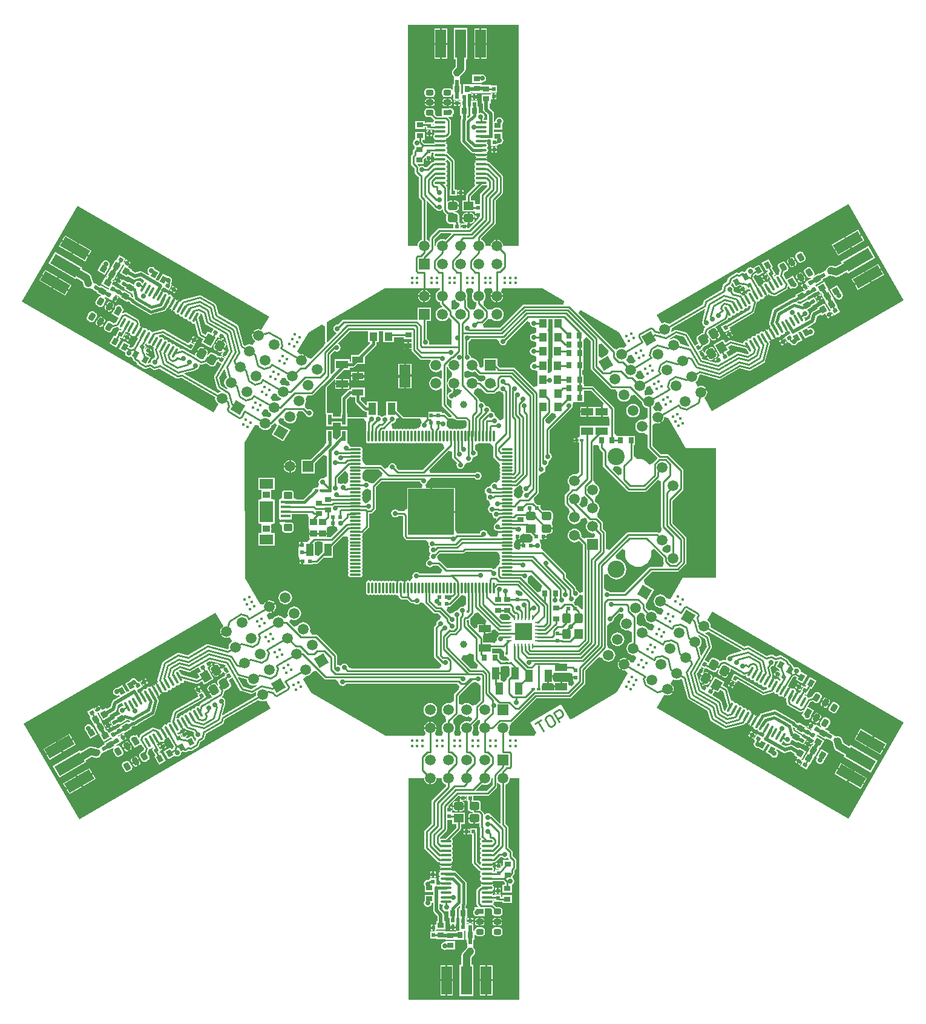
<source format=gtl>
G04 Layer_Physical_Order=1*
G04 Layer_Color=255*
%FSLAX25Y25*%
%MOIN*%
G70*
G01*
G75*
G04:AMPARAMS|DCode=10|XSize=55.12mil|YSize=47.24mil|CornerRadius=11.81mil|HoleSize=0mil|Usage=FLASHONLY|Rotation=300.000|XOffset=0mil|YOffset=0mil|HoleType=Round|Shape=RoundedRectangle|*
%AMROUNDEDRECTD10*
21,1,0.05512,0.02362,0,0,300.0*
21,1,0.03150,0.04724,0,0,300.0*
1,1,0.02362,-0.00236,-0.01954*
1,1,0.02362,-0.01810,0.00773*
1,1,0.02362,0.00236,0.01954*
1,1,0.02362,0.01810,-0.00773*
%
%ADD10ROUNDEDRECTD10*%
G04:AMPARAMS|DCode=11|XSize=55.12mil|YSize=47.24mil|CornerRadius=0mil|HoleSize=0mil|Usage=FLASHONLY|Rotation=300.000|XOffset=0mil|YOffset=0mil|HoleType=Round|Shape=Rectangle|*
%AMROTATEDRECTD11*
4,1,4,-0.03424,0.01206,0.00668,0.03568,0.03424,-0.01206,-0.00668,-0.03568,-0.03424,0.01206,0.0*
%
%ADD11ROTATEDRECTD11*%

G04:AMPARAMS|DCode=12|XSize=13.78mil|YSize=61.02mil|CornerRadius=0mil|HoleSize=0mil|Usage=FLASHONLY|Rotation=210.000|XOffset=0mil|YOffset=0mil|HoleType=Round|Shape=Round|*
%AMOVALD12*
21,1,0.04724,0.01378,0.00000,0.00000,300.0*
1,1,0.01378,-0.01181,0.02046*
1,1,0.01378,0.01181,-0.02046*
%
%ADD12OVALD12*%

G04:AMPARAMS|DCode=13|XSize=35.43mil|YSize=27.56mil|CornerRadius=0mil|HoleSize=0mil|Usage=FLASHONLY|Rotation=300.000|XOffset=0mil|YOffset=0mil|HoleType=Round|Shape=Rectangle|*
%AMROTATEDRECTD13*
4,1,4,-0.02079,0.00845,0.00308,0.02223,0.02079,-0.00845,-0.00308,-0.02223,-0.02079,0.00845,0.0*
%
%ADD13ROTATEDRECTD13*%

G04:AMPARAMS|DCode=14|XSize=35.43mil|YSize=31.5mil|CornerRadius=0mil|HoleSize=0mil|Usage=FLASHONLY|Rotation=30.000|XOffset=0mil|YOffset=0mil|HoleType=Round|Shape=Rectangle|*
%AMROTATEDRECTD14*
4,1,4,-0.00747,-0.02250,-0.02322,0.00478,0.00747,0.02250,0.02322,-0.00478,-0.00747,-0.02250,0.0*
%
%ADD14ROTATEDRECTD14*%

G04:AMPARAMS|DCode=15|XSize=35.43mil|YSize=31.5mil|CornerRadius=0mil|HoleSize=0mil|Usage=FLASHONLY|Rotation=300.000|XOffset=0mil|YOffset=0mil|HoleType=Round|Shape=Rectangle|*
%AMROTATEDRECTD15*
4,1,4,-0.02250,0.00747,0.00478,0.02322,0.02250,-0.00747,-0.00478,-0.02322,-0.02250,0.00747,0.0*
%
%ADD15ROTATEDRECTD15*%

G04:AMPARAMS|DCode=16|XSize=41.34mil|YSize=31.5mil|CornerRadius=0mil|HoleSize=0mil|Usage=FLASHONLY|Rotation=300.000|XOffset=0mil|YOffset=0mil|HoleType=Round|Shape=Rectangle|*
%AMROTATEDRECTD16*
4,1,4,-0.02397,0.01003,0.00330,0.02577,0.02397,-0.01003,-0.00330,-0.02577,-0.02397,0.01003,0.0*
%
%ADD16ROTATEDRECTD16*%

G04:AMPARAMS|DCode=17|XSize=41.34mil|YSize=31.5mil|CornerRadius=7.87mil|HoleSize=0mil|Usage=FLASHONLY|Rotation=300.000|XOffset=0mil|YOffset=0mil|HoleType=Round|Shape=RoundedRectangle|*
%AMROUNDEDRECTD17*
21,1,0.04134,0.01575,0,0,300.0*
21,1,0.02559,0.03150,0,0,300.0*
1,1,0.01575,-0.00042,-0.01502*
1,1,0.01575,-0.01322,0.00714*
1,1,0.01575,0.00042,0.01502*
1,1,0.01575,0.01322,-0.00714*
%
%ADD17ROUNDEDRECTD17*%
G04:AMPARAMS|DCode=18|XSize=19.69mil|YSize=23.62mil|CornerRadius=0mil|HoleSize=0mil|Usage=FLASHONLY|Rotation=300.000|XOffset=0mil|YOffset=0mil|HoleType=Round|Shape=Rectangle|*
%AMROTATEDRECTD18*
4,1,4,-0.01515,0.00262,0.00531,0.01443,0.01515,-0.00262,-0.00531,-0.01443,-0.01515,0.00262,0.0*
%
%ADD18ROTATEDRECTD18*%

G04:AMPARAMS|DCode=19|XSize=19.69mil|YSize=23.62mil|CornerRadius=0mil|HoleSize=0mil|Usage=FLASHONLY|Rotation=210.000|XOffset=0mil|YOffset=0mil|HoleType=Round|Shape=Rectangle|*
%AMROTATEDRECTD19*
4,1,4,0.00262,0.01515,0.01443,-0.00531,-0.00262,-0.01515,-0.01443,0.00531,0.00262,0.01515,0.0*
%
%ADD19ROTATEDRECTD19*%

G04:AMPARAMS|DCode=20|XSize=55.12mil|YSize=47.24mil|CornerRadius=11.81mil|HoleSize=0mil|Usage=FLASHONLY|Rotation=240.000|XOffset=0mil|YOffset=0mil|HoleType=Round|Shape=RoundedRectangle|*
%AMROUNDEDRECTD20*
21,1,0.05512,0.02362,0,0,240.0*
21,1,0.03150,0.04724,0,0,240.0*
1,1,0.02362,-0.01810,-0.00773*
1,1,0.02362,-0.00236,0.01954*
1,1,0.02362,0.01810,0.00773*
1,1,0.02362,0.00236,-0.01954*
%
%ADD20ROUNDEDRECTD20*%
G04:AMPARAMS|DCode=21|XSize=55.12mil|YSize=47.24mil|CornerRadius=0mil|HoleSize=0mil|Usage=FLASHONLY|Rotation=240.000|XOffset=0mil|YOffset=0mil|HoleType=Round|Shape=Rectangle|*
%AMROTATEDRECTD21*
4,1,4,-0.00668,0.03568,0.03424,0.01206,0.00668,-0.03568,-0.03424,-0.01206,-0.00668,0.03568,0.0*
%
%ADD21ROTATEDRECTD21*%

G04:AMPARAMS|DCode=22|XSize=55.12mil|YSize=47.24mil|CornerRadius=11.81mil|HoleSize=0mil|Usage=FLASHONLY|Rotation=0.000|XOffset=0mil|YOffset=0mil|HoleType=Round|Shape=RoundedRectangle|*
%AMROUNDEDRECTD22*
21,1,0.05512,0.02362,0,0,0.0*
21,1,0.03150,0.04724,0,0,0.0*
1,1,0.02362,0.01575,-0.01181*
1,1,0.02362,-0.01575,-0.01181*
1,1,0.02362,-0.01575,0.01181*
1,1,0.02362,0.01575,0.01181*
%
%ADD22ROUNDEDRECTD22*%
%ADD23R,0.05512X0.04724*%
G04:AMPARAMS|DCode=24|XSize=13.78mil|YSize=61.02mil|CornerRadius=0mil|HoleSize=0mil|Usage=FLASHONLY|Rotation=150.000|XOffset=0mil|YOffset=0mil|HoleType=Round|Shape=Round|*
%AMOVALD24*
21,1,0.04724,0.01378,0.00000,0.00000,240.0*
1,1,0.01378,0.01181,0.02046*
1,1,0.01378,-0.01181,-0.02046*
%
%ADD24OVALD24*%

%ADD25O,0.06102X0.01378*%
G04:AMPARAMS|DCode=26|XSize=35.43mil|YSize=27.56mil|CornerRadius=0mil|HoleSize=0mil|Usage=FLASHONLY|Rotation=240.000|XOffset=0mil|YOffset=0mil|HoleType=Round|Shape=Rectangle|*
%AMROTATEDRECTD26*
4,1,4,-0.00308,0.02223,0.02079,0.00845,0.00308,-0.02223,-0.02079,-0.00845,-0.00308,0.02223,0.0*
%
%ADD26ROTATEDRECTD26*%

%ADD27R,0.03543X0.02756*%
G04:AMPARAMS|DCode=28|XSize=35.43mil|YSize=31.5mil|CornerRadius=0mil|HoleSize=0mil|Usage=FLASHONLY|Rotation=330.000|XOffset=0mil|YOffset=0mil|HoleType=Round|Shape=Rectangle|*
%AMROTATEDRECTD28*
4,1,4,-0.02322,-0.00478,-0.00747,0.02250,0.02322,0.00478,0.00747,-0.02250,-0.02322,-0.00478,0.0*
%
%ADD28ROTATEDRECTD28*%

%ADD29R,0.03150X0.03543*%
G04:AMPARAMS|DCode=30|XSize=35.43mil|YSize=31.5mil|CornerRadius=0mil|HoleSize=0mil|Usage=FLASHONLY|Rotation=240.000|XOffset=0mil|YOffset=0mil|HoleType=Round|Shape=Rectangle|*
%AMROTATEDRECTD30*
4,1,4,-0.00478,0.02322,0.02250,0.00747,0.00478,-0.02322,-0.02250,-0.00747,-0.00478,0.02322,0.0*
%
%ADD30ROTATEDRECTD30*%

%ADD31R,0.03543X0.03150*%
G04:AMPARAMS|DCode=32|XSize=41.34mil|YSize=31.5mil|CornerRadius=0mil|HoleSize=0mil|Usage=FLASHONLY|Rotation=240.000|XOffset=0mil|YOffset=0mil|HoleType=Round|Shape=Rectangle|*
%AMROTATEDRECTD32*
4,1,4,-0.00330,0.02577,0.02397,0.01003,0.00330,-0.02577,-0.02397,-0.01003,-0.00330,0.02577,0.0*
%
%ADD32ROTATEDRECTD32*%

G04:AMPARAMS|DCode=33|XSize=41.34mil|YSize=31.5mil|CornerRadius=7.87mil|HoleSize=0mil|Usage=FLASHONLY|Rotation=240.000|XOffset=0mil|YOffset=0mil|HoleType=Round|Shape=RoundedRectangle|*
%AMROUNDEDRECTD33*
21,1,0.04134,0.01575,0,0,240.0*
21,1,0.02559,0.03150,0,0,240.0*
1,1,0.01575,-0.01322,-0.00714*
1,1,0.01575,-0.00042,0.01502*
1,1,0.01575,0.01322,0.00714*
1,1,0.01575,0.00042,-0.01502*
%
%ADD33ROUNDEDRECTD33*%
%ADD34R,0.04134X0.03150*%
G04:AMPARAMS|DCode=35|XSize=41.34mil|YSize=31.5mil|CornerRadius=7.87mil|HoleSize=0mil|Usage=FLASHONLY|Rotation=0.000|XOffset=0mil|YOffset=0mil|HoleType=Round|Shape=RoundedRectangle|*
%AMROUNDEDRECTD35*
21,1,0.04134,0.01575,0,0,0.0*
21,1,0.02559,0.03150,0,0,0.0*
1,1,0.01575,0.01280,-0.00787*
1,1,0.01575,-0.01280,-0.00787*
1,1,0.01575,-0.01280,0.00787*
1,1,0.01575,0.01280,0.00787*
%
%ADD35ROUNDEDRECTD35*%
G04:AMPARAMS|DCode=36|XSize=59.06mil|YSize=157.48mil|CornerRadius=0mil|HoleSize=0mil|Usage=FLASHONLY|Rotation=60.000|XOffset=0mil|YOffset=0mil|HoleType=Round|Shape=Rectangle|*
%AMROTATEDRECTD36*
4,1,4,0.05343,-0.06494,-0.08296,0.01380,-0.05343,0.06494,0.08296,-0.01380,0.05343,-0.06494,0.0*
%
%ADD36ROTATEDRECTD36*%

%ADD37R,0.05906X0.15748*%
G04:AMPARAMS|DCode=38|XSize=59.06mil|YSize=157.48mil|CornerRadius=0mil|HoleSize=0mil|Usage=FLASHONLY|Rotation=300.000|XOffset=0mil|YOffset=0mil|HoleType=Round|Shape=Rectangle|*
%AMROTATEDRECTD38*
4,1,4,-0.08296,-0.01380,0.05343,0.06494,0.08296,0.01380,-0.05343,-0.06494,-0.08296,-0.01380,0.0*
%
%ADD38ROTATEDRECTD38*%

G04:AMPARAMS|DCode=39|XSize=19.69mil|YSize=23.62mil|CornerRadius=0mil|HoleSize=0mil|Usage=FLASHONLY|Rotation=240.000|XOffset=0mil|YOffset=0mil|HoleType=Round|Shape=Rectangle|*
%AMROTATEDRECTD39*
4,1,4,-0.00531,0.01443,0.01515,0.00262,0.00531,-0.01443,-0.01515,-0.00262,-0.00531,0.01443,0.0*
%
%ADD39ROTATEDRECTD39*%

%ADD40R,0.01969X0.02362*%
G04:AMPARAMS|DCode=41|XSize=19.69mil|YSize=23.62mil|CornerRadius=0mil|HoleSize=0mil|Usage=FLASHONLY|Rotation=150.000|XOffset=0mil|YOffset=0mil|HoleType=Round|Shape=Rectangle|*
%AMROTATEDRECTD41*
4,1,4,0.01443,0.00531,0.00262,-0.01515,-0.01443,-0.00531,-0.00262,0.01515,0.01443,0.00531,0.0*
%
%ADD41ROTATEDRECTD41*%

%ADD42R,0.02362X0.01969*%
%ADD43R,0.06693X0.04331*%
%ADD44R,0.02756X0.03543*%
%ADD45R,0.04331X0.04724*%
%ADD46R,0.02165X0.05709*%
%ADD47R,0.04331X0.06693*%
%ADD48R,0.03937X0.03543*%
%ADD49R,0.01378X0.01378*%
%ADD50R,0.01969X0.01181*%
%ADD51R,0.06299X0.03543*%
%ADD52R,0.06299X0.12598*%
%ADD53R,0.03937X0.07087*%
G04:AMPARAMS|DCode=54|XSize=55.12mil|YSize=47.24mil|CornerRadius=11.81mil|HoleSize=0mil|Usage=FLASHONLY|Rotation=90.000|XOffset=0mil|YOffset=0mil|HoleType=Round|Shape=RoundedRectangle|*
%AMROUNDEDRECTD54*
21,1,0.05512,0.02362,0,0,90.0*
21,1,0.03150,0.04724,0,0,90.0*
1,1,0.02362,0.01181,0.01575*
1,1,0.02362,0.01181,-0.01575*
1,1,0.02362,-0.01181,-0.01575*
1,1,0.02362,-0.01181,0.01575*
%
%ADD54ROUNDEDRECTD54*%
%ADD55R,0.04724X0.05512*%
%ADD56O,0.06496X0.01181*%
%ADD57O,0.01181X0.06496*%
%ADD58R,0.25590X0.25590*%
%ADD59R,0.05315X0.01575*%
%ADD60R,0.07480X0.11417*%
%ADD61R,0.09646X0.09646*%
%ADD62R,0.02756X0.00984*%
%ADD63R,0.00984X0.02756*%
%ADD64C,0.01000*%
%ADD65C,0.01575*%
%ADD66C,0.01969*%
%ADD67C,0.03937*%
%ADD68C,0.01500*%
%ADD69C,0.05906*%
%ADD70P,0.08352X4X165.0*%
%ADD71P,0.08352X4X105.0*%
%ADD72R,0.05906X0.05906*%
%ADD73C,0.09449*%
%ADD74R,0.05906X0.05906*%
%ADD75R,0.03937X0.03347*%
G04:AMPARAMS|DCode=76|XSize=49.21mil|YSize=41.34mil|CornerRadius=10.34mil|HoleSize=0mil|Usage=FLASHONLY|Rotation=180.000|XOffset=0mil|YOffset=0mil|HoleType=Round|Shape=RoundedRectangle|*
%AMROUNDEDRECTD76*
21,1,0.04921,0.02067,0,0,180.0*
21,1,0.02854,0.04134,0,0,180.0*
1,1,0.02067,-0.01427,0.01034*
1,1,0.02067,0.01427,0.01034*
1,1,0.02067,0.01427,-0.01034*
1,1,0.02067,-0.01427,-0.01034*
%
%ADD76ROUNDEDRECTD76*%
%ADD77R,0.07480X0.05413*%
%ADD78C,0.01575*%
%ADD79C,0.03937*%
%ADD80C,0.01969*%
%ADD81C,0.02756*%
%ADD82C,0.10630*%
G36*
X-8901Y79890D02*
X-8880Y79732D01*
X-8503Y78822D01*
X-7904Y78041D01*
X-7123Y77442D01*
X-6732Y77280D01*
Y74137D01*
X-7123Y73976D01*
X-7904Y73376D01*
X-8503Y72595D01*
X-8880Y71685D01*
X-9009Y70709D01*
X-8880Y69732D01*
X-8503Y68822D01*
X-7904Y68041D01*
X-7123Y67442D01*
X-6732Y67280D01*
Y66266D01*
X-7040Y65958D01*
X-7658Y65835D01*
X-8374Y65357D01*
X-8852Y64640D01*
X-9020Y63796D01*
X-8852Y62951D01*
X-8374Y62234D01*
X-7658Y61756D01*
X-6813Y61588D01*
X-6732Y61522D01*
Y57431D01*
X-7194Y57240D01*
X-9514Y59560D01*
Y80066D01*
X-9436Y80122D01*
X-8901Y79890D01*
D02*
G37*
G36*
X-103611Y65162D02*
X-102843Y64908D01*
X-102557Y64218D01*
X-101958Y63437D01*
X-101176Y62838D01*
X-100533Y62571D01*
X-100503Y62502D01*
X-100708Y61892D01*
X-101238Y61523D01*
X-103020Y60967D01*
X-103314Y61088D01*
X-104290Y61217D01*
X-105031Y61119D01*
X-105633Y61657D01*
X-106351Y62770D01*
X-104932Y65226D01*
X-103611Y65162D01*
D02*
G37*
G36*
X109550Y57254D02*
X108637Y55331D01*
X108447Y55228D01*
X107784Y55502D01*
X106890Y55620D01*
X105996Y55502D01*
X104524Y56746D01*
X104414Y57349D01*
X104557Y58158D01*
X105157Y58939D01*
X105534Y59849D01*
X105579Y60192D01*
X107596Y60636D01*
X109550Y57254D01*
D02*
G37*
G36*
X-76730Y68929D02*
X-76236Y68522D01*
Y54527D01*
X-76175Y54220D01*
X-76001Y53960D01*
X-75740Y53786D01*
X-75728Y53784D01*
Y47244D01*
X-71988D01*
Y49280D01*
X-67815D01*
Y47244D01*
X-64075D01*
Y51363D01*
X-54999D01*
X-54557Y50924D01*
X-53675Y49449D01*
Y44854D01*
X-53767Y44390D01*
Y39075D01*
X-53660Y38537D01*
X-53356Y38081D01*
X-53356Y38081D01*
X-52900Y37777D01*
X-52362Y37670D01*
X-51825Y37777D01*
X-51824Y37777D01*
X-51378Y38075D01*
X-50931Y37777D01*
X-50394Y37670D01*
X-49856Y37777D01*
X-49409Y38075D01*
X-48963Y37777D01*
X-48425Y37670D01*
X-47888Y37777D01*
X-47441Y38075D01*
X-46994Y37777D01*
X-46457Y37670D01*
X-45919Y37777D01*
X-45472Y38075D01*
X-45026Y37777D01*
X-44488Y37670D01*
X-43951Y37777D01*
X-43504Y38075D01*
X-43057Y37777D01*
X-42520Y37670D01*
X-41982Y37777D01*
X-41535Y38075D01*
X-41089Y37777D01*
X-40551Y37670D01*
X-40014Y37777D01*
X-39567Y38075D01*
X-39120Y37777D01*
X-38583Y37670D01*
X-38045Y37777D01*
X-37598Y38075D01*
X-37152Y37777D01*
X-36614Y37670D01*
X-36077Y37777D01*
X-35630Y38075D01*
X-35183Y37777D01*
X-34646Y37670D01*
X-34108Y37777D01*
X-33661Y38075D01*
X-33215Y37777D01*
X-32677Y37670D01*
X-32140Y37777D01*
X-31693Y38075D01*
X-31246Y37777D01*
X-30709Y37670D01*
X-30171Y37777D01*
X-29724Y38075D01*
X-29278Y37777D01*
X-28740Y37670D01*
X-28202Y37777D01*
X-27756Y38075D01*
X-27309Y37777D01*
X-26772Y37670D01*
X-26234Y37777D01*
X-25787Y38075D01*
X-25341Y37777D01*
X-24803Y37670D01*
X-24265Y37777D01*
X-23819Y38075D01*
X-23372Y37777D01*
X-22835Y37670D01*
X-22297Y37777D01*
X-21850Y38075D01*
X-21404Y37777D01*
X-20866Y37670D01*
X-20328Y37777D01*
X-19882Y38075D01*
X-19435Y37777D01*
X-18898Y37670D01*
X-18360Y37777D01*
X-17913Y38075D01*
X-17467Y37777D01*
X-16929Y37670D01*
X-16391Y37777D01*
X-15945Y38075D01*
X-15498Y37777D01*
X-14961Y37670D01*
X-14423Y37777D01*
X-13976Y38075D01*
X-13530Y37777D01*
X-12992Y37670D01*
X-12454Y37777D01*
X-11280Y37306D01*
X-10629Y35242D01*
X-22732Y23139D01*
X-35752D01*
X-37060Y24607D01*
X-37044Y24685D01*
X-37212Y25530D01*
X-37691Y26246D01*
X-38407Y26725D01*
X-39252Y26893D01*
X-40097Y26725D01*
X-40813Y26246D01*
X-41292Y25530D01*
X-41460Y24685D01*
X-41452Y24645D01*
X-43266Y23676D01*
X-45125Y25534D01*
X-45550Y25819D01*
X-46053Y25919D01*
X-53707D01*
X-54846Y26317D01*
X-55690Y28006D01*
X-55583Y28543D01*
X-55690Y29081D01*
X-55989Y29528D01*
X-55690Y29974D01*
X-55583Y30512D01*
X-55690Y31049D01*
X-55989Y31496D01*
X-55690Y31942D01*
X-55583Y32480D01*
X-55690Y33018D01*
X-55989Y33465D01*
X-55690Y33911D01*
X-55690Y33911D01*
X-55583Y34449D01*
X-55690Y34986D01*
X-55995Y35442D01*
X-55995Y35442D01*
X-56450Y35747D01*
X-56988Y35854D01*
X-62303D01*
X-62304Y35853D01*
X-62527Y36002D01*
X-63006Y36719D01*
X-64075Y37992D01*
X-64075Y39122D01*
Y45276D01*
X-67815D01*
Y42034D01*
X-70020Y39830D01*
X-71988Y40645D01*
Y45276D01*
X-75728D01*
Y37992D01*
X-76745Y36445D01*
X-84489Y28701D01*
X-89370D01*
Y21220D01*
X-81890D01*
Y26759D01*
X-77243Y31405D01*
X-75424Y30652D01*
Y19818D01*
X-75874Y19383D01*
X-77393Y18521D01*
X-77716Y18586D01*
X-78561Y18418D01*
X-79278Y17939D01*
X-79756Y17223D01*
X-79924Y16378D01*
X-79756Y15533D01*
X-79505Y15157D01*
X-79565Y14965D01*
X-80488Y13294D01*
X-80991Y13394D01*
X-81102Y13417D01*
X-82874Y13189D01*
Y13001D01*
D01*
Y13001D01*
X-83777Y11407D01*
X-88263Y6921D01*
X-91759D01*
X-93567Y7923D01*
Y9990D01*
X-93708Y10701D01*
X-94111Y11303D01*
X-94713Y11705D01*
X-95423Y11847D01*
X-98278D01*
X-98988Y11705D01*
X-99590Y11303D01*
X-99993Y10701D01*
X-100134Y9990D01*
Y7923D01*
X-101575Y6890D01*
X-101575D01*
Y3740D01*
Y1181D01*
Y-1378D01*
Y-3937D01*
X-101260D01*
Y-4421D01*
X-98130D01*
Y-5421D01*
X-101260D01*
Y-6181D01*
X-101260D01*
X-100134Y-7530D01*
Y-9596D01*
X-99993Y-10307D01*
X-99590Y-10909D01*
X-98988Y-11312D01*
X-98278Y-11453D01*
X-95423D01*
X-94713Y-11312D01*
X-94111Y-10909D01*
X-93708Y-10307D01*
X-93567Y-9596D01*
Y-7530D01*
X-93708Y-6819D01*
X-94111Y-6217D01*
X-94618Y-5878D01*
X-94702Y-5100D01*
X-94685Y-3937D01*
X-94685D01*
Y-1116D01*
X-86075D01*
X-85807Y-1531D01*
X-85433Y-3150D01*
X-85433D01*
Y-8268D01*
X-85433D01*
X-85433Y-8268D01*
X-85118Y-10106D01*
Y-11508D01*
X-82677D01*
Y-12508D01*
X-85118D01*
Y-14252D01*
X-85118D01*
X-84791Y-15042D01*
X-84961Y-15305D01*
X-86031Y-16610D01*
X-87756Y-16575D01*
X-88713Y-16575D01*
Y-18228D01*
X-89213D01*
Y-18728D01*
X-90733D01*
X-90984Y-20197D01*
X-90984Y-21720D01*
Y-23991D01*
X-90984Y-24134D01*
X-90473Y-25890D01*
X-90473Y-26102D01*
Y-26705D01*
X-88819D01*
Y-27205D01*
X-88319D01*
Y-28725D01*
X-86851Y-28976D01*
X-85327Y-28976D01*
X-82914D01*
Y-28517D01*
X-81142D01*
X-80639Y-28417D01*
X-80213Y-28133D01*
X-77356Y-25276D01*
X-72126D01*
Y-18995D01*
X-66542Y-13411D01*
X-64110Y-13591D01*
X-63601Y-14226D01*
X-63708Y-14764D01*
X-63601Y-15301D01*
X-63303Y-15748D01*
X-63601Y-16195D01*
X-63708Y-16732D01*
X-63601Y-17270D01*
X-63303Y-17717D01*
X-63601Y-18163D01*
X-63708Y-18701D01*
X-63601Y-19239D01*
X-63303Y-19685D01*
X-63601Y-20132D01*
X-63708Y-20669D01*
X-63601Y-21207D01*
X-63303Y-21654D01*
X-63601Y-22100D01*
X-63708Y-22638D01*
X-63601Y-23176D01*
X-63303Y-23622D01*
X-63601Y-24069D01*
X-63708Y-24606D01*
X-63601Y-25144D01*
X-63303Y-25591D01*
X-63601Y-26037D01*
X-63708Y-26575D01*
X-63601Y-27112D01*
X-63303Y-27559D01*
X-63601Y-28006D01*
X-63708Y-28543D01*
X-63601Y-29081D01*
X-63303Y-29528D01*
X-63601Y-29974D01*
X-63708Y-30512D01*
X-63601Y-31049D01*
X-63303Y-31496D01*
X-63601Y-31943D01*
X-63708Y-32480D01*
X-63601Y-33018D01*
X-63303Y-33465D01*
X-63601Y-33911D01*
X-63708Y-34449D01*
X-63601Y-34986D01*
X-63297Y-35442D01*
X-62841Y-35747D01*
X-62303Y-35854D01*
X-56988D01*
X-56450Y-35747D01*
X-55995Y-35442D01*
X-55690Y-34986D01*
X-55583Y-34449D01*
X-55690Y-33911D01*
X-55989Y-33465D01*
X-55690Y-33018D01*
X-55583Y-32480D01*
X-55690Y-31943D01*
X-55989Y-31496D01*
X-55690Y-31049D01*
X-55583Y-30512D01*
X-55690Y-29974D01*
X-55989Y-29528D01*
X-55690Y-29081D01*
X-55583Y-28543D01*
X-55690Y-28006D01*
X-55989Y-27559D01*
X-55690Y-27112D01*
X-55583Y-26575D01*
X-55690Y-26037D01*
X-55989Y-25591D01*
X-55690Y-25144D01*
X-55583Y-24606D01*
X-55690Y-24069D01*
X-55989Y-23622D01*
X-55690Y-23176D01*
X-55583Y-22638D01*
X-55690Y-22100D01*
X-55989Y-21654D01*
X-55690Y-21207D01*
X-55583Y-20669D01*
X-55690Y-20132D01*
X-55989Y-19685D01*
X-55690Y-19239D01*
X-55583Y-18701D01*
X-55690Y-18163D01*
X-55989Y-17717D01*
X-55690Y-17270D01*
X-55583Y-16732D01*
X-55690Y-16195D01*
X-55989Y-15748D01*
X-55690Y-15301D01*
X-55583Y-14764D01*
X-55690Y-14226D01*
X-55962Y-13819D01*
X-55949Y-13720D01*
X-55690Y-13333D01*
X-55583Y-12795D01*
X-55708Y-11949D01*
X-55282Y-11664D01*
X-52459Y-8841D01*
X-52175Y-8416D01*
X-52075Y-7913D01*
Y-828D01*
X-51179D01*
X-50677Y-728D01*
X-50251Y-444D01*
X-48690Y1117D01*
X-48405Y1543D01*
X-48305Y2046D01*
Y13653D01*
X-45019Y16939D01*
X-24116D01*
X-24008Y16399D01*
X-23530Y15683D01*
X-22813Y15204D01*
X-23167Y13268D01*
X-31181D01*
Y1918D01*
X-31564Y1482D01*
X-32992Y525D01*
X-35989D01*
X-36155Y774D01*
X-36872Y1252D01*
X-37716Y1420D01*
X-38561Y1252D01*
X-39278Y774D01*
X-39756Y58D01*
X-39924Y-787D01*
X-39756Y-1632D01*
X-39278Y-2348D01*
X-38561Y-2827D01*
X-37716Y-2995D01*
X-36872Y-2827D01*
X-36155Y-2348D01*
X-35989Y-2100D01*
X-33536D01*
X-33309Y-2327D01*
Y-13329D01*
X-33209Y-13831D01*
X-32924Y-14257D01*
X-32170Y-15011D01*
X-31744Y-15295D01*
X-31242Y-15395D01*
X-20928D01*
X-20581Y-15661D01*
X-19515Y-17364D01*
X-19531Y-17441D01*
X-19363Y-18286D01*
X-18884Y-19002D01*
X-18890Y-20179D01*
X-19058Y-21024D01*
X-18890Y-21869D01*
X-18411Y-22585D01*
X-18772Y-23761D01*
X-18940Y-24606D01*
X-18772Y-25451D01*
X-19467Y-26267D01*
X-20183Y-26746D01*
X-20662Y-27462D01*
X-20830Y-28307D01*
X-20662Y-29152D01*
X-20183Y-29868D01*
X-19467Y-30347D01*
X-18622Y-30515D01*
X-17777Y-30347D01*
X-17061Y-29868D01*
X-16895Y-29620D01*
X-14166D01*
X-11752Y-32034D01*
X-12567Y-34002D01*
X-24375D01*
X-24541Y-33754D01*
X-25258Y-33275D01*
X-26102Y-33107D01*
X-26947Y-33275D01*
X-27663Y-33754D01*
X-28142Y-34470D01*
X-28310Y-35315D01*
X-28220Y-35766D01*
X-28446Y-36593D01*
X-29226Y-37704D01*
X-29382Y-37847D01*
X-29724Y-38075D01*
X-30171Y-37777D01*
X-30709Y-37670D01*
X-31246Y-37777D01*
X-31702Y-38081D01*
X-32177D01*
Y-41732D01*
X-33177D01*
Y-38081D01*
X-33652D01*
X-34108Y-37777D01*
X-34646Y-37670D01*
X-35183Y-37777D01*
X-35639Y-38081D01*
X-36114D01*
Y-41732D01*
X-37114D01*
Y-38081D01*
X-37589D01*
X-38045Y-37777D01*
X-38583Y-37670D01*
X-39120Y-37777D01*
X-39567Y-38075D01*
X-40014Y-37777D01*
X-40551Y-37670D01*
X-41089Y-37777D01*
X-41535Y-38075D01*
X-41982Y-37777D01*
X-42520Y-37670D01*
X-43057Y-37777D01*
X-43504Y-38075D01*
X-43951Y-37777D01*
X-44488Y-37670D01*
X-45026Y-37777D01*
X-45472Y-38075D01*
X-45919Y-37777D01*
X-46457Y-37670D01*
X-46994Y-37777D01*
X-47441Y-38075D01*
X-47888Y-37777D01*
X-48425Y-37670D01*
X-48963Y-37777D01*
X-49409Y-38075D01*
X-49856Y-37777D01*
X-50394Y-37670D01*
X-50931Y-37777D01*
X-51378Y-38075D01*
X-51824Y-37777D01*
X-51825Y-37777D01*
X-52362Y-37670D01*
X-52362Y-37670D01*
X-52900Y-37777D01*
X-53356Y-38081D01*
X-53356Y-38081D01*
X-53660Y-38537D01*
X-53660Y-38537D01*
X-53767Y-39075D01*
Y-44390D01*
X-53660Y-44927D01*
X-53356Y-45383D01*
X-53356Y-45383D01*
X-52900Y-45688D01*
X-52362Y-45795D01*
X-51825Y-45688D01*
X-51824Y-45688D01*
X-51378Y-45389D01*
X-50931Y-45688D01*
X-50394Y-45795D01*
X-49856Y-45688D01*
X-49409Y-45390D01*
X-48963Y-45688D01*
X-48425Y-45795D01*
X-47888Y-45688D01*
X-47441Y-45389D01*
X-46994Y-45688D01*
X-46457Y-45795D01*
X-45919Y-45688D01*
X-45472Y-45390D01*
X-45026Y-45688D01*
X-44488Y-45795D01*
X-43951Y-45688D01*
X-43504Y-45389D01*
X-43057Y-45688D01*
X-42520Y-45795D01*
X-41982Y-45688D01*
X-41535Y-45390D01*
X-41089Y-45688D01*
X-40551Y-45795D01*
X-40014Y-45688D01*
X-39567Y-45389D01*
X-39120Y-45688D01*
X-38583Y-45795D01*
X-38045Y-45688D01*
X-37927Y-45609D01*
X-36751Y-45880D01*
X-35913Y-46377D01*
X-35858Y-46565D01*
X-35574Y-46991D01*
X-34786Y-47779D01*
X-34361Y-48063D01*
X-33858Y-48163D01*
X-31252D01*
X-29747Y-49668D01*
X-29321Y-49953D01*
X-28819Y-50053D01*
X-27514D01*
X-27349Y-50301D01*
X-26632Y-50780D01*
X-25787Y-50948D01*
X-24942Y-50780D01*
X-24226Y-50301D01*
X-23939Y-49871D01*
X-22924Y-49837D01*
X-21931Y-50140D01*
X-21898Y-50307D01*
X-21613Y-50733D01*
X-16769Y-55578D01*
X-16343Y-55862D01*
X-15841Y-55962D01*
X-13973D01*
X-12530Y-57405D01*
X-12668Y-58175D01*
X-13306Y-59413D01*
X-13719Y-59496D01*
X-14435Y-59974D01*
X-14914Y-60690D01*
X-15082Y-61535D01*
X-15023Y-61828D01*
X-15968Y-62773D01*
X-16252Y-63198D01*
X-16352Y-63701D01*
Y-79378D01*
X-16252Y-79880D01*
X-15968Y-80306D01*
X-12314Y-83960D01*
X-12444Y-84897D01*
X-13395Y-86089D01*
X-61538D01*
X-63462Y-85669D01*
X-63630Y-84824D01*
X-64108Y-84108D01*
X-64824Y-83630D01*
X-65669Y-83461D01*
X-66514Y-83630D01*
X-67230Y-84108D01*
X-67656Y-84643D01*
X-69509Y-84238D01*
X-69807Y-83994D01*
Y-79184D01*
X-69907Y-78682D01*
X-70192Y-78256D01*
X-80544Y-67904D01*
X-80970Y-67619D01*
X-81472Y-67519D01*
X-83417D01*
X-83750Y-67256D01*
X-84652Y-65551D01*
X-84584Y-65388D01*
X-84456Y-64412D01*
X-84584Y-63435D01*
X-84961Y-62526D01*
X-85561Y-61744D01*
X-86342Y-61145D01*
X-87252Y-60768D01*
X-88228Y-60639D01*
X-89205Y-60768D01*
X-90115Y-61145D01*
X-90896Y-61744D01*
X-91485Y-62512D01*
X-91495Y-62526D01*
X-93604Y-63067D01*
X-93743Y-63038D01*
X-94711Y-62069D01*
X-96103Y-60677D01*
X-96151Y-60609D01*
X-95119Y-59025D01*
X-94931Y-59095D01*
X-94768Y-59162D01*
X-94205Y-59395D01*
X-93228Y-59524D01*
X-92252Y-59395D01*
X-91342Y-59018D01*
X-90561Y-58419D01*
X-89961Y-57638D01*
X-89584Y-56728D01*
X-89456Y-55752D01*
X-89584Y-54775D01*
X-89961Y-53865D01*
X-90561Y-53084D01*
X-91342Y-52485D01*
X-92252Y-52108D01*
X-93228Y-51979D01*
X-94205Y-52108D01*
X-95115Y-52485D01*
X-95896Y-53084D01*
X-96495Y-53865D01*
X-96872Y-54775D01*
X-97001Y-55752D01*
X-96872Y-56728D01*
X-97006Y-57172D01*
X-98127Y-58578D01*
X-98600Y-58551D01*
X-98997Y-58376D01*
X-99221Y-58084D01*
X-100002Y-57485D01*
X-100912Y-57108D01*
X-101889Y-56979D01*
X-102865Y-57108D01*
X-103775Y-57485D01*
X-104556Y-58084D01*
X-105156Y-58865D01*
X-105231Y-59047D01*
X-107325Y-59308D01*
X-107358Y-59299D01*
X-108546Y-57243D01*
X-108253Y-56547D01*
X-107282Y-55494D01*
X-106889Y-55546D01*
X-105994Y-55428D01*
X-105627Y-55276D01*
X-107322Y-52341D01*
X-109016Y-49406D01*
X-109332Y-49648D01*
X-109880Y-50364D01*
X-110033Y-50732D01*
X-111428Y-51047D01*
X-112179Y-50952D01*
X-120551Y-36457D01*
X-120591Y38110D01*
X-114933Y47908D01*
X-113607Y47842D01*
X-112844Y47589D01*
X-112557Y46898D01*
X-111958Y46117D01*
X-111176Y45517D01*
X-110267Y45140D01*
X-109290Y45012D01*
X-108314Y45140D01*
X-107404Y45517D01*
X-106623Y46117D01*
X-106023Y46898D01*
X-105711Y47652D01*
X-105416Y47849D01*
X-105406Y47856D01*
X-103898Y48935D01*
X-103898Y48935D01*
D01*
X-102565Y47913D01*
X-102905Y47324D01*
X-102905Y47324D01*
X-102920Y47297D01*
X-105739Y42415D01*
X-99261Y38675D01*
X-95521Y45153D01*
X-100631Y48104D01*
X-101712Y48728D01*
X-102094Y50354D01*
X-101173Y51672D01*
X-100990Y51864D01*
X-99907Y51614D01*
X-99196Y51281D01*
X-98897Y50558D01*
X-98297Y49777D01*
X-97516Y49177D01*
X-96606Y48801D01*
X-95630Y48672D01*
X-94653Y48801D01*
X-93744Y49177D01*
X-92962Y49777D01*
X-92363Y50558D01*
X-91986Y51468D01*
X-91857Y52444D01*
X-91986Y53421D01*
X-92031Y53530D01*
X-91072Y55291D01*
X-90793Y55498D01*
X-88929D01*
X-87138Y53707D01*
X-87100Y53519D01*
X-86622Y52803D01*
X-85906Y52324D01*
X-85061Y52156D01*
X-84216Y52324D01*
X-83500Y52803D01*
X-83021Y53519D01*
X-82853Y54364D01*
X-83021Y55209D01*
X-83500Y55925D01*
X-84216Y56404D01*
X-85061Y56572D01*
X-85906Y56404D01*
X-86036Y56317D01*
X-86702Y56983D01*
X-87451Y57847D01*
X-87363Y59219D01*
X-86986Y60128D01*
X-86857Y61105D01*
X-86986Y62081D01*
X-87053Y62244D01*
X-86151Y63949D01*
X-85819Y64212D01*
X-83874D01*
X-83371Y64312D01*
X-82945Y64597D01*
X-78041Y69501D01*
X-76730Y68929D01*
D02*
G37*
G36*
X-62205Y63415D02*
Y63189D01*
X-59873D01*
Y60984D01*
X-59873Y60984D01*
X-59751Y60370D01*
X-59403Y59849D01*
X-55230Y55676D01*
X-55230Y55676D01*
X-54709Y55327D01*
X-54094Y55205D01*
X-54094Y55205D01*
X-53347D01*
Y52677D01*
X-53321D01*
X-53038Y52177D01*
X-53045Y52165D01*
X-64075D01*
Y54527D01*
X-64339D01*
Y61933D01*
X-62667Y63606D01*
X-62205Y63415D01*
D02*
G37*
G36*
X-98614Y73822D02*
X-97843Y73568D01*
X-97557Y72879D01*
X-96958Y72097D01*
X-96176Y71498D01*
X-95876Y69889D01*
X-97404Y69372D01*
X-98314Y69749D01*
X-99290Y69877D01*
X-100030Y69780D01*
X-100634Y70320D01*
X-101350Y71430D01*
X-99932Y73885D01*
X-98614Y73822D01*
D02*
G37*
G36*
X2878Y77442D02*
X3787Y77065D01*
X4764Y76936D01*
X5740Y77065D01*
X6314Y77302D01*
X8076Y75540D01*
X8502Y75256D01*
X9004Y75156D01*
X11182D01*
X11787Y73979D01*
X11951Y73187D01*
X11507Y72609D01*
X11497Y72595D01*
X10814Y72232D01*
X9369Y71915D01*
X9168Y71942D01*
X8767Y72021D01*
X8268D01*
X8031Y72595D01*
X7431Y73376D01*
X6650Y73976D01*
X5740Y74353D01*
X4764Y74481D01*
X3787Y74353D01*
X2878Y73976D01*
X2415Y73621D01*
X1236Y73941D01*
X446Y74460D01*
Y76957D01*
X1236Y77476D01*
X2415Y77797D01*
X2878Y77442D01*
D02*
G37*
G36*
X-131573Y78900D02*
X-130332Y74269D01*
X-130824Y73892D01*
X-131424Y73110D01*
X-131801Y72200D01*
X-131929Y71224D01*
X-131801Y70248D01*
X-131424Y69338D01*
X-130824Y68556D01*
X-130043Y67957D01*
X-130274Y67557D01*
X-133653Y69507D01*
X-134812Y73835D01*
X-131866Y78939D01*
X-131573Y78900D01*
D02*
G37*
G36*
X-1227Y67203D02*
X-1139Y67053D01*
X-1151Y66643D01*
X-2013Y64821D01*
X-2347Y64720D01*
X-3407Y64154D01*
X-4336Y63391D01*
X-4518Y63169D01*
X-4699Y63051D01*
X-6543Y63752D01*
X-6591Y65293D01*
X-6538Y65347D01*
X-6472Y65390D01*
X-6165Y65698D01*
X-5991Y65958D01*
X-5929Y66266D01*
X-5236Y67254D01*
X-4342Y67372D01*
X-3509Y67717D01*
X-3495Y67728D01*
X-3277Y67730D01*
X-1227Y67203D01*
D02*
G37*
G36*
X104573Y65867D02*
X103183Y64338D01*
X102866Y64469D01*
X101890Y64598D01*
X100913Y64469D01*
X100293Y64213D01*
X99632Y64566D01*
X99619Y64591D01*
X99448Y65374D01*
X99557Y66818D01*
X100157Y67600D01*
X100534Y68510D01*
X100578Y68847D01*
X102599Y69284D01*
X104573Y65867D01*
D02*
G37*
G36*
X-33830Y51598D02*
X-33569Y51424D01*
X-33262Y51363D01*
X-24044D01*
X-24002Y51327D01*
X-23828Y51080D01*
X-23215Y49238D01*
X-23693Y48522D01*
X-23861Y47677D01*
X-23845Y47594D01*
X-24390Y46571D01*
X-26234Y45688D01*
X-26772Y45795D01*
X-27309Y45688D01*
X-27756Y45389D01*
X-28202Y45688D01*
X-28740Y45795D01*
X-29278Y45688D01*
X-29724Y45389D01*
X-30171Y45688D01*
X-30709Y45795D01*
X-31246Y45688D01*
X-31693Y45389D01*
X-32140Y45688D01*
X-32677Y45795D01*
X-33215Y45688D01*
X-33661Y45389D01*
X-34108Y45688D01*
X-34646Y45795D01*
X-35183Y45688D01*
X-35630Y45389D01*
X-36077Y45688D01*
X-36614Y45795D01*
X-37152Y45688D01*
X-37598Y45389D01*
X-38045Y45688D01*
X-38583Y45795D01*
X-39120Y45688D01*
X-39468Y45962D01*
X-39674Y48541D01*
X-39449Y48777D01*
X-38604Y48945D01*
X-37888Y49423D01*
X-37409Y50139D01*
X-37241Y50984D01*
X-35469Y52165D01*
X-34397D01*
X-33830Y51598D01*
D02*
G37*
G36*
X50269Y54236D02*
X50985Y52359D01*
X46907Y48281D01*
X45177Y48998D01*
X44986Y50915D01*
X47390Y53320D01*
X48763Y54449D01*
X50269Y54236D01*
D02*
G37*
G36*
X14029Y37777D02*
X14567Y37670D01*
X15928Y36525D01*
X16184Y36137D01*
Y30666D01*
X16284Y30164D01*
X16568Y29738D01*
X18600Y27706D01*
X19026Y27421D01*
X19690Y26652D01*
X20003Y25353D01*
X19863Y25144D01*
X19757Y24606D01*
X19863Y24069D01*
X20162Y23622D01*
X19863Y23176D01*
X19757Y22638D01*
X19863Y22100D01*
X20162Y21654D01*
X19863Y21207D01*
X19757Y20669D01*
X19863Y20132D01*
X20162Y19685D01*
X19863Y19239D01*
X19757Y18701D01*
X19863Y18163D01*
X19299Y17259D01*
X17853Y16134D01*
X17008Y16302D01*
X16163Y16134D01*
X15447Y15656D01*
X14968Y14939D01*
X14731Y14080D01*
X12935Y13693D01*
X12218Y13215D01*
X11740Y12498D01*
X11572Y11654D01*
X11740Y10809D01*
X11770Y10763D01*
X12254Y9995D01*
X12645Y8916D01*
X12477Y8071D01*
X12477Y8071D01*
X12645Y7226D01*
X13124Y6510D01*
X13840Y6031D01*
X14606Y3993D01*
X14433Y3432D01*
X13990Y3136D01*
X13511Y2420D01*
X13343Y1575D01*
X13511Y730D01*
X13990Y14D01*
X14706Y-465D01*
X15551Y-633D01*
X15874Y-2223D01*
X16352Y-2939D01*
X17068Y-3418D01*
X17913Y-3586D01*
X18145Y-5486D01*
X18074Y-6043D01*
X18069Y-6047D01*
X17691Y-6122D01*
X16975Y-6600D01*
X16496Y-7317D01*
X16328Y-8162D01*
X16496Y-9006D01*
X16975Y-9723D01*
X17691Y-10201D01*
X18536Y-10369D01*
X18970Y-10602D01*
X19288Y-11191D01*
X18691Y-13223D01*
X17898Y-13542D01*
X14799D01*
X13120Y-12189D01*
X12952Y-11344D01*
X12473Y-10628D01*
X11757Y-10149D01*
X10912Y-9981D01*
X10067Y-10149D01*
X9351Y-10628D01*
X8872Y-11344D01*
X8790Y-11754D01*
X-3569D01*
X-4646Y-10051D01*
Y-500D01*
X-17913D01*
Y0D01*
X-18413D01*
Y13268D01*
X-20770D01*
X-21124Y15204D01*
X-20407Y15683D01*
X-19929Y16399D01*
X-19761Y17244D01*
X-18168Y18727D01*
X5818D01*
X6116Y18281D01*
X6832Y17803D01*
X7677Y17635D01*
X8522Y17803D01*
X9238Y18281D01*
X9717Y18998D01*
X9885Y19842D01*
X9717Y20687D01*
X9238Y21404D01*
X8522Y21882D01*
X7677Y22050D01*
X6832Y21882D01*
X6116Y21404D01*
X6081Y21352D01*
X-18235D01*
X-18988Y23171D01*
X-8249Y33909D01*
X-6431Y33156D01*
Y30275D01*
X-6331Y29773D01*
X-6046Y29347D01*
X-3658Y26959D01*
X-3851Y26672D01*
X-4019Y25827D01*
X-3851Y24982D01*
X-3372Y24266D01*
X-2656Y23787D01*
X-1811Y23619D01*
X-966Y23787D01*
X-250Y24266D01*
X229Y24982D01*
X397Y25827D01*
X384Y25891D01*
X1220Y26699D01*
X2028Y27252D01*
X2677Y27123D01*
X3522Y27291D01*
X4238Y27770D01*
X4717Y28486D01*
X4885Y29331D01*
X5433Y30154D01*
X6278Y30322D01*
X6994Y30801D01*
X7473Y31517D01*
X7641Y32362D01*
X7473Y33207D01*
X6994Y33923D01*
X6278Y34402D01*
X6229Y36342D01*
X6435Y36932D01*
X8124Y37777D01*
X8661Y37670D01*
X9199Y37777D01*
X9646Y38075D01*
X10092Y37777D01*
X10630Y37670D01*
X11168Y37777D01*
X11614Y38075D01*
X12061Y37777D01*
X12598Y37670D01*
X13136Y37777D01*
X13583Y38075D01*
X14029Y37777D01*
D02*
G37*
G36*
X77112Y59693D02*
X76563Y58367D01*
Y55236D01*
Y52599D01*
X79882D01*
X80420Y50853D01*
Y49435D01*
X80197Y47559D01*
X71929D01*
Y47480D01*
X63937D01*
Y41575D01*
X62665Y40648D01*
Y39410D01*
Y38346D01*
X63150D01*
Y38032D01*
X63609D01*
Y21990D01*
X62520Y21062D01*
X61949Y20664D01*
X61063Y20780D01*
X60087Y20652D01*
X59177Y20275D01*
X58395Y19675D01*
X57796Y18894D01*
X57419Y17984D01*
X57291Y17008D01*
X57419Y16032D01*
X57796Y15122D01*
X58159Y14649D01*
X58391Y14243D01*
X58297Y12115D01*
X58274Y12072D01*
X55895Y9692D01*
X55610Y9267D01*
X55510Y8764D01*
Y4791D01*
X55610Y4289D01*
X55895Y3863D01*
X57946Y1812D01*
X58395Y-325D01*
X57796Y-1106D01*
X57419Y-2016D01*
X57291Y-2992D01*
X57419Y-3968D01*
X57796Y-4878D01*
X58395Y-5660D01*
X59177Y-6259D01*
X60087Y-6636D01*
X61063Y-6764D01*
X62039Y-6636D01*
X62949Y-6259D01*
X63730Y-5660D01*
X64330Y-4878D01*
X64707Y-3968D01*
X66604Y-3276D01*
X67553Y-3627D01*
X68237Y-5460D01*
X67796Y-6106D01*
X67419Y-7016D01*
X67291Y-7992D01*
X67419Y-8969D01*
X67796Y-9878D01*
X68395Y-10660D01*
X69177Y-11259D01*
X70087Y-11636D01*
X71063Y-11765D01*
X71619Y-11691D01*
X72320Y-12284D01*
X72163Y-13201D01*
X71395Y-14252D01*
X67323D01*
Y-14252D01*
X66197Y-14718D01*
X64776Y-13447D01*
X64835Y-12992D01*
X64707Y-12016D01*
X64330Y-11106D01*
X63730Y-10325D01*
X62949Y-9725D01*
X62039Y-9348D01*
X61063Y-9220D01*
X60087Y-9348D01*
X59177Y-9725D01*
X58395Y-10325D01*
X57796Y-11106D01*
X57419Y-12016D01*
X57291Y-12992D01*
X57419Y-13969D01*
X57796Y-14878D01*
X58395Y-15660D01*
X59177Y-16259D01*
X60087Y-16636D01*
X61063Y-16765D01*
X62039Y-16636D01*
X62949Y-16259D01*
X63393Y-15919D01*
X65510Y-18036D01*
Y-21478D01*
X65526Y-21557D01*
Y-44308D01*
X63557Y-44502D01*
X63496Y-44194D01*
X63018Y-43478D01*
X62301Y-43000D01*
X61868Y-42913D01*
Y-42293D01*
X61768Y-41790D01*
X61483Y-41365D01*
X56246Y-36127D01*
Y-34156D01*
X56146Y-33653D01*
X55861Y-33228D01*
X44343Y-21710D01*
X43917Y-21425D01*
X43707Y-21383D01*
X42883Y-20177D01*
X42702Y-19786D01*
X42628Y-19357D01*
X42759Y-18701D01*
X42591Y-17856D01*
X42168Y-17224D01*
X41945Y-15474D01*
X41933Y-15365D01*
X43398Y-15113D01*
Y-13583D01*
X43898D01*
Y-13083D01*
X45551D01*
Y-12662D01*
X47244Y-11922D01*
X47421Y-11887D01*
X47889Y-11794D01*
X48436Y-11428D01*
X48802Y-10881D01*
X48930Y-10236D01*
Y-9555D01*
X45669D01*
Y-8555D01*
X48930D01*
Y-7874D01*
X48802Y-7229D01*
X48723Y-7111D01*
X48676Y-5419D01*
X48798Y-4774D01*
X48868Y-4657D01*
X49098Y-4311D01*
X49251Y-3543D01*
Y-1181D01*
X49098Y-413D01*
X48663Y238D01*
X48012Y673D01*
X47244Y826D01*
X44094D01*
X43681Y744D01*
X42323Y2102D01*
Y3937D01*
X40488D01*
X38969Y5456D01*
X38677Y7151D01*
X38730Y7710D01*
X40979Y9960D01*
X41264Y10386D01*
X41364Y10888D01*
Y19564D01*
X42756Y21217D01*
X43601Y21385D01*
X44317Y21864D01*
X44796Y22580D01*
X44964Y23425D01*
X44796Y24270D01*
X45372Y25204D01*
X46089Y25683D01*
X46567Y26399D01*
X46735Y27244D01*
X47136Y28451D01*
X47853Y28930D01*
X48331Y29646D01*
X48499Y30491D01*
X48331Y31336D01*
X47853Y32052D01*
X47270Y32441D01*
Y44932D01*
X58763Y56424D01*
X58830Y56526D01*
X59396Y56903D01*
X59874Y57620D01*
X60042Y58465D01*
X60236Y60354D01*
X61811D01*
Y60354D01*
X66142D01*
Y65394D01*
Y66640D01*
X70165D01*
X77112Y59693D01*
D02*
G37*
G36*
X86226Y24453D02*
X87065Y23662D01*
Y20900D01*
X85247Y20147D01*
X82070Y23323D01*
X82181Y23691D01*
X83099Y25078D01*
X84055Y24952D01*
X85097Y25089D01*
X86226Y24453D01*
D02*
G37*
G36*
X-4352Y50773D02*
X-4191Y50665D01*
X-3689Y50565D01*
X797D01*
X1624Y49737D01*
Y47635D01*
X1149Y46590D01*
X-643Y45688D01*
X-1181Y45795D01*
X-1719Y45688D01*
X-2165Y45389D01*
X-2612Y45688D01*
X-3150Y45795D01*
X-3687Y45688D01*
X-4134Y45389D01*
X-4580Y45688D01*
X-5118Y45795D01*
X-5656Y45688D01*
X-6102Y45389D01*
X-6549Y45688D01*
X-7087Y45795D01*
X-7624Y45688D01*
X-9198Y46976D01*
X-9373Y47309D01*
X-9460Y47721D01*
X-9328Y48386D01*
X-9496Y49231D01*
X-9114Y50557D01*
X-8715Y51247D01*
X-8680Y51283D01*
X-8227Y51371D01*
X-8183Y51363D01*
X-7850D01*
X-7835Y51366D01*
X-7819Y51363D01*
X-6732D01*
X-6425Y51424D01*
X-6165Y51598D01*
X-4352Y50773D01*
D02*
G37*
G36*
X-108609Y56502D02*
X-107843Y56249D01*
X-107557Y55558D01*
X-106958Y54777D01*
X-106176Y54177D01*
X-106181Y53129D01*
X-106444Y52593D01*
X-107404Y52051D01*
X-108314Y52428D01*
X-109290Y52557D01*
X-110032Y52459D01*
X-110633Y52995D01*
X-111352Y54109D01*
X-109933Y56567D01*
X-108609Y56502D01*
D02*
G37*
G36*
X69809Y94053D02*
Y79258D01*
X69908Y78756D01*
X70193Y78330D01*
X80545Y67978D01*
X80971Y67693D01*
X81473Y67593D01*
X83418D01*
X83751Y67330D01*
X84653Y65625D01*
X84586Y65462D01*
X84457Y64486D01*
X84586Y63510D01*
X84962Y62600D01*
X85562Y61818D01*
X86343Y61219D01*
X87253Y60842D01*
X88230Y60713D01*
X89206Y60842D01*
X90116Y61219D01*
X90897Y61818D01*
X91496Y62600D01*
X91873Y63510D01*
X91915Y63824D01*
X93591Y64585D01*
X93917Y64606D01*
X98181Y60342D01*
X98246Y59849D01*
X98623Y58939D01*
X99222Y58158D01*
X100004Y57559D01*
X100913Y57182D01*
X101157Y57150D01*
Y52036D01*
X101080Y51917D01*
X99206Y50809D01*
X99189Y50811D01*
X98229Y50938D01*
X97253Y50809D01*
X96343Y50432D01*
X95562Y49833D01*
X94963Y49052D01*
X94586Y48142D01*
X94457Y47165D01*
X94586Y46189D01*
X94963Y45279D01*
X95562Y44498D01*
X96343Y43898D01*
X97253Y43521D01*
X98229Y43393D01*
X99189Y43519D01*
X99206Y43521D01*
X101080Y42413D01*
X101157Y42294D01*
Y35916D01*
X101257Y35414D01*
X101541Y34988D01*
X106709Y29820D01*
X106685Y29578D01*
X104202Y27094D01*
X103917Y26668D01*
X102648Y26223D01*
X102588Y26215D01*
X101881Y26244D01*
X101168Y27113D01*
X100074Y28011D01*
X98826Y28678D01*
X97471Y29089D01*
X96063Y29228D01*
X95525Y29175D01*
X93844Y30361D01*
X93557Y30813D01*
Y36772D01*
X94410D01*
Y41890D01*
X90079D01*
Y41890D01*
X88504D01*
Y41890D01*
X84173D01*
X83045Y43391D01*
Y56929D01*
X82945Y57431D01*
X82661Y57857D01*
X71637Y68881D01*
X71211Y69165D01*
X70709Y69265D01*
X66142D01*
Y70512D01*
X66063D01*
Y75433D01*
X65210D01*
Y78110D01*
X66063D01*
Y82851D01*
X66063Y83228D01*
X66063D01*
X66024Y84803D01*
X66024D01*
Y89921D01*
X65984D01*
Y94724D01*
X67439Y95964D01*
X67764Y96099D01*
X69809Y94053D01*
D02*
G37*
G36*
X109017Y49481D02*
X109333Y49722D01*
X109882Y50438D01*
X110227Y51271D01*
X110321Y51985D01*
X110505Y52097D01*
X112621Y51938D01*
X119635Y39799D01*
X122099Y35506D01*
X122148Y35450D01*
X122362Y35079D01*
X138858D01*
Y-36063D01*
X120748D01*
X113980Y-47798D01*
X113480Y-47883D01*
X111839Y-47570D01*
X111691Y-47213D01*
X111091Y-46432D01*
X110310Y-45832D01*
X109400Y-45455D01*
X108424Y-45327D01*
X107448Y-45455D01*
X106538Y-45832D01*
X105756Y-46432D01*
X105157Y-47213D01*
X104780Y-48123D01*
X104652Y-49099D01*
X104780Y-50076D01*
X105157Y-50985D01*
X105756Y-51767D01*
X106538Y-52366D01*
X107448Y-52743D01*
X108424Y-52872D01*
X108811Y-52821D01*
X109898Y-54076D01*
X110079Y-54562D01*
X108983Y-56463D01*
X108467Y-56549D01*
X106841Y-56236D01*
X106691Y-55873D01*
X106091Y-55092D01*
X105310Y-54492D01*
X104400Y-54115D01*
X103424Y-53987D01*
X102448Y-54115D01*
X101874Y-54353D01*
X100317Y-52796D01*
Y-51003D01*
X100303Y-50933D01*
X101133Y-49208D01*
X101371Y-48796D01*
X104873Y-42730D01*
X99525Y-39643D01*
X99131Y-37253D01*
X103650Y-32734D01*
X117851D01*
X118353Y-32634D01*
X118779Y-32349D01*
X122310Y-28819D01*
X122595Y-28393D01*
X122695Y-27890D01*
Y-14456D01*
X122595Y-13954D01*
X122310Y-13528D01*
X114927Y-6145D01*
Y6129D01*
X120523Y11725D01*
X120807Y12151D01*
X120907Y12653D01*
Y22709D01*
X120807Y23211D01*
X120523Y23637D01*
X112795Y31365D01*
X112369Y31650D01*
X111867Y31749D01*
X108493D01*
X103782Y36460D01*
Y47751D01*
X104202Y48184D01*
X105751Y48930D01*
X105996Y48828D01*
X106890Y48711D01*
X107784Y48828D01*
X108151Y48981D01*
X106457Y51915D01*
X107323Y52415D01*
X109017Y49481D01*
D02*
G37*
G36*
X9678Y67942D02*
X12079Y65540D01*
X12505Y65256D01*
X13007Y65156D01*
X16520D01*
X17022Y65256D01*
X17448Y65540D01*
X17970Y66062D01*
X20108Y66327D01*
X20824Y65848D01*
X21669Y65680D01*
X22022Y63756D01*
Y51679D01*
X20814Y50664D01*
X20126Y50433D01*
X19141Y50887D01*
X19126Y50963D01*
X18648Y51679D01*
X17932Y52158D01*
X17129Y53110D01*
X16961Y53955D01*
X16482Y54671D01*
X15766Y55150D01*
X14921Y55318D01*
X14774Y55465D01*
X14885Y56024D01*
X14717Y56868D01*
X14238Y57585D01*
X13522Y58063D01*
X12677Y58231D01*
X11893Y58386D01*
X11725Y59231D01*
X11725Y59231D01*
X11246Y59947D01*
X10530Y60426D01*
X9685Y60594D01*
X8369Y61863D01*
X8269Y62166D01*
X8221Y62412D01*
X7936Y62838D01*
X5700Y65074D01*
X5714Y65755D01*
X6272Y67285D01*
X6650Y67442D01*
X7431Y68041D01*
X9678Y67942D01*
D02*
G37*
G36*
X99564Y74536D02*
X98178Y73000D01*
X97866Y73130D01*
X96890Y73258D01*
X95913Y73130D01*
X94681Y74750D01*
X94557Y75479D01*
X95157Y76260D01*
X95534Y77170D01*
X95577Y77502D01*
X97602Y77933D01*
X99564Y74536D01*
D02*
G37*
G36*
X-13045Y122324D02*
X-13619Y122086D01*
X-14400Y121486D01*
X-14999Y120705D01*
X-15376Y119795D01*
X-15505Y118819D01*
X-15376Y117842D01*
X-14999Y116933D01*
X-14400Y116151D01*
X-13619Y115552D01*
X-13045Y115314D01*
Y114815D01*
X-12945Y114313D01*
X-12660Y113887D01*
X-11853Y113080D01*
X-12032Y112552D01*
X-12709Y112463D01*
X-13619Y112086D01*
X-14400Y111486D01*
X-14999Y110705D01*
X-15376Y109795D01*
X-15505Y108819D01*
X-15376Y107843D01*
X-14999Y106933D01*
X-14400Y106151D01*
X-13619Y105552D01*
X-12709Y105175D01*
X-11732Y105046D01*
X-10756Y105175D01*
X-9846Y105552D01*
X-9065Y106151D01*
X-8485Y106906D01*
X-8381Y106997D01*
X-7954Y107081D01*
X-6732Y105860D01*
Y92021D01*
X-18958D01*
X-19194Y92462D01*
X-19141Y92541D01*
X-18973Y93386D01*
X-19141Y94231D01*
X-19620Y94947D01*
X-20336Y95425D01*
X-20420Y95442D01*
Y105079D01*
X-17992D01*
Y112559D01*
X-25472D01*
Y106032D01*
X-25859Y105714D01*
X-25897Y105722D01*
X-66102D01*
X-66604Y105622D01*
X-67030Y105338D01*
X-69274Y103094D01*
X-69567Y103152D01*
X-70412Y102984D01*
X-71128Y102506D01*
X-71606Y101790D01*
X-71775Y100945D01*
X-71606Y100100D01*
X-71128Y99384D01*
X-70412Y98905D01*
X-70313Y98885D01*
X-70168Y98407D01*
X-74971Y93604D01*
X-75433Y93795D01*
Y104567D01*
X-43268Y123189D01*
X-13045D01*
Y122324D01*
D02*
G37*
G36*
X-143984Y108809D02*
X-142683Y103956D01*
X-142457Y103497D01*
X-142072Y103159D01*
X-137787Y100685D01*
X-139161Y98307D01*
X-141036Y99390D01*
X-142151Y97458D01*
X-143896Y98465D01*
X-146102Y106698D01*
X-145097Y108440D01*
X-144908Y108996D01*
X-144911Y109044D01*
X-144660Y109200D01*
X-143984Y108809D01*
D02*
G37*
G36*
X36593Y104161D02*
X36532Y103858D01*
X36700Y103013D01*
X37179Y102297D01*
X37895Y101819D01*
X38740Y101651D01*
X39933Y101056D01*
X39925Y98939D01*
X38661Y98271D01*
X37817Y98103D01*
X37100Y97624D01*
X36622Y96908D01*
X36454Y96063D01*
X36622Y95218D01*
X37100Y94502D01*
X37817Y94023D01*
X38661Y93855D01*
X39937Y93284D01*
X39922Y91195D01*
X38583Y90554D01*
X37738Y90386D01*
X37022Y89908D01*
X36543Y89191D01*
X36375Y88346D01*
X36543Y87502D01*
X37022Y86785D01*
X37738Y86307D01*
X38583Y86139D01*
X39964Y85478D01*
X40062Y83406D01*
X38819Y82483D01*
X37974Y82315D01*
X37258Y81837D01*
X36779Y81121D01*
X36611Y80276D01*
X36779Y79431D01*
X37258Y78715D01*
X37974Y78236D01*
X38819Y78068D01*
X40512Y77441D01*
X40551Y75489D01*
Y69685D01*
X40551D01*
X40556Y69534D01*
X38612Y68693D01*
X28122Y79184D01*
X27696Y79469D01*
X27193Y79568D01*
X19827D01*
X18504Y80892D01*
Y84449D01*
X11024D01*
Y80376D01*
X9972Y79609D01*
X9055Y79452D01*
X8463Y80152D01*
X8536Y80709D01*
X8408Y81685D01*
X8031Y82595D01*
X7431Y83376D01*
X6650Y83976D01*
X5740Y84352D01*
X4019Y85000D01*
X3851Y85845D01*
X3372Y86561D01*
X2656Y87040D01*
X2612Y87048D01*
Y93581D01*
X2656Y93590D01*
X3372Y94069D01*
X3851Y94785D01*
X3939Y95231D01*
X17782D01*
X19462Y93878D01*
X19630Y93033D01*
X20108Y92317D01*
X20824Y91838D01*
X21669Y91670D01*
X22514Y91838D01*
X23230Y92317D01*
X23709Y93033D01*
X23877Y93878D01*
X23819Y94171D01*
X34840Y105192D01*
X36593Y104161D01*
D02*
G37*
G36*
X-169548Y93689D02*
X-171261Y90723D01*
X-170856Y90750D01*
X-170594Y90550D01*
X-170558Y90448D01*
X-170756Y90106D01*
X-170920Y89621D01*
X-170887Y89110D01*
X-169911Y85467D01*
X-170366Y84679D01*
X-170938Y84565D01*
X-171654Y84086D01*
X-172133Y83370D01*
X-172301Y82525D01*
X-172254Y82291D01*
X-172304Y82215D01*
X-172504Y82031D01*
X-172508Y82030D01*
X-172593Y82047D01*
X-172761Y82014D01*
X-172933Y82003D01*
X-173860Y81754D01*
X-174040Y81988D01*
X-172329Y84952D01*
X-174642Y86288D01*
X-174937Y87390D01*
X-174684Y87585D01*
X-173073Y86655D01*
X-172595Y87483D01*
X-174027Y88310D01*
X-173777Y88743D01*
X-174210Y88993D01*
X-173482Y90255D01*
X-174481Y90832D01*
X-175238Y89521D01*
X-175572Y89531D01*
X-175583Y89553D01*
X-174596Y91262D01*
X-175590Y91836D01*
X-175100Y92686D01*
X-174773Y92661D01*
X-174573Y92257D01*
X-174131Y91870D01*
X-173575Y91681D01*
X-172989Y91719D01*
X-172623Y91900D01*
X-172316Y91732D01*
X-172306Y91587D01*
X-172127Y91223D01*
X-170414Y94189D01*
X-169548Y93689D01*
D02*
G37*
G36*
X133044Y111623D02*
X131488Y105814D01*
X131454Y105303D01*
X131522Y105102D01*
X131467Y105019D01*
X131299Y104174D01*
X131467Y103329D01*
X131945Y102613D01*
X132662Y102134D01*
X133095Y102048D01*
X133143Y101757D01*
X132989Y101668D01*
X132604Y101330D01*
X132378Y100871D01*
X131803Y98725D01*
X131791Y98540D01*
X131194Y98337D01*
X129148Y97156D01*
X128559Y96640D01*
X128213Y95937D01*
X128162Y95156D01*
X128414Y94414D01*
X129398Y92710D01*
X127223Y91454D01*
X123347Y98167D01*
X123010Y98552D01*
X122550Y98779D01*
X117172Y100220D01*
X116661Y100253D01*
X116176Y100089D01*
X114501Y99122D01*
X114279Y99317D01*
X114400Y99610D01*
X114529Y100586D01*
X114448Y101201D01*
X132810Y111802D01*
X133044Y111623D01*
D02*
G37*
G36*
X55404Y116194D02*
X54878Y114226D01*
X33121D01*
X32619Y114126D01*
X32193Y113842D01*
X19782Y101431D01*
X19084D01*
X19084Y101431D01*
X10887D01*
X10526Y103366D01*
X10952Y103651D01*
X13331Y106030D01*
X13415Y106075D01*
X13602Y106145D01*
X15186Y106242D01*
X15600Y106151D01*
X16382Y105552D01*
X17291Y105175D01*
X18268Y105046D01*
X19244Y105175D01*
X20154Y105552D01*
X20935Y106151D01*
X21535Y106933D01*
X21912Y107843D01*
X22040Y108819D01*
X21912Y109795D01*
X21535Y110705D01*
X20935Y111486D01*
X20154Y112086D01*
X19244Y112463D01*
X18268Y112591D01*
X17291Y112463D01*
X16382Y112086D01*
X15600Y111486D01*
X15186Y111396D01*
X13601Y111493D01*
X13415Y111563D01*
X13331Y111608D01*
X11034Y113905D01*
X10935Y116151D01*
X11535Y116933D01*
X11912Y117842D01*
X12040Y118819D01*
X11912Y119795D01*
X11535Y120705D01*
X11129Y121235D01*
X11366Y122229D01*
X11931Y123204D01*
X15125Y123206D01*
X15792Y121352D01*
X15807Y121238D01*
X15276Y120546D01*
X14931Y119713D01*
X14879Y119319D01*
X21657D01*
X21605Y119713D01*
X21260Y120546D01*
X20726Y121242D01*
X20738Y121338D01*
X21404Y123211D01*
X43189Y123228D01*
X55404Y116194D01*
D02*
G37*
G36*
X149732Y123316D02*
X152045Y124651D01*
X153147Y124356D01*
X153189Y124039D01*
X151578Y123109D01*
X152057Y122280D01*
X153489Y123107D01*
X153739Y122674D01*
X154172Y122924D01*
X154900Y121662D01*
X155899Y122239D01*
X155142Y123550D01*
X155319Y123835D01*
X155343Y123833D01*
X156329Y122124D01*
X157324Y122698D01*
X157814Y121848D01*
X157630Y121577D01*
X157180Y121607D01*
X156623Y121418D01*
X156182Y121030D01*
X155922Y120504D01*
X155895Y120096D01*
X155597Y119914D01*
X155466Y119978D01*
X155061Y120005D01*
X156774Y117039D01*
X155908Y116539D01*
X154195Y119505D01*
X154016Y119141D01*
X153712Y119014D01*
X153605Y119034D01*
X153408Y119376D01*
X153070Y119761D01*
X152611Y119988D01*
X148968Y120964D01*
X148532Y121719D01*
X148551Y121748D01*
X148719Y122593D01*
X148551Y123438D01*
X148073Y124154D01*
X147409Y124597D01*
X147408Y124598D01*
X147343Y124706D01*
X147298Y124945D01*
X147328Y125008D01*
X147424Y125151D01*
X147441Y125236D01*
X147479Y125313D01*
X147728Y126241D01*
X148020Y126279D01*
X149732Y123316D01*
D02*
G37*
G36*
X5160Y122238D02*
X5404Y121230D01*
X5001Y120705D01*
X4624Y119795D01*
X4495Y118819D01*
X4624Y117842D01*
X5001Y116933D01*
X5600Y116151D01*
X6381Y115552D01*
X6955Y115314D01*
Y114815D01*
X7035Y114415D01*
X7061Y114214D01*
X6745Y112769D01*
X6381Y112086D01*
X6368Y112075D01*
X5600Y111486D01*
X5186Y111396D01*
X3602Y111493D01*
X3415Y111563D01*
X3331Y111608D01*
X1836Y113103D01*
Y116721D01*
X1736Y117223D01*
X1686Y117298D01*
X1912Y117842D01*
X2040Y118819D01*
X1912Y119795D01*
X1535Y120705D01*
X1135Y121227D01*
X1381Y122245D01*
X1941Y123196D01*
X4597Y123198D01*
X5160Y122238D01*
D02*
G37*
G36*
X-107173Y107570D02*
X-111288Y100441D01*
X-111430Y100197D01*
X-112263Y100542D01*
X-113157Y100660D01*
X-114051Y100542D01*
X-114884Y100197D01*
X-115600Y99648D01*
X-115842Y99332D01*
X-112907Y97638D01*
X-113407Y96772D01*
X-116342Y98466D01*
X-116494Y98099D01*
X-116612Y97205D01*
X-116494Y96311D01*
X-116149Y95477D01*
X-115600Y94762D01*
X-114884Y94213D01*
X-116271Y91812D01*
X-117181Y92188D01*
X-118157Y92317D01*
X-119133Y92188D01*
X-120043Y91812D01*
X-120536Y91434D01*
X-121244Y91842D01*
X-124036Y102261D01*
X-124262Y102721D01*
X-124647Y103059D01*
X-135136Y109114D01*
X-136436Y113967D01*
X-136663Y114427D01*
X-137048Y114764D01*
X-144587Y119117D01*
X-145072Y119282D01*
X-145583Y119248D01*
X-154933Y116743D01*
X-155392Y116516D01*
X-155730Y116131D01*
X-155927Y115789D01*
X-156034Y115770D01*
X-156338Y115897D01*
X-156517Y116260D01*
X-158229Y113294D01*
X-159942Y110328D01*
X-159537Y110355D01*
X-159407Y110419D01*
X-159108Y110237D01*
X-159081Y109829D01*
X-158822Y109303D01*
X-158380Y108915D01*
X-157824Y108727D01*
X-157238Y108765D01*
X-157129Y108819D01*
X-156873Y108671D01*
X-156865Y108550D01*
X-156605Y108023D01*
X-156164Y107636D01*
X-155608Y107447D01*
X-155022Y107485D01*
X-154913Y107539D01*
X-154657Y107392D01*
X-154649Y107270D01*
X-154389Y106744D01*
X-153948Y106356D01*
X-153392Y106168D01*
X-152805Y106206D01*
X-152697Y106260D01*
X-152441Y106112D01*
X-152433Y105991D01*
X-152173Y105464D01*
X-151732Y105077D01*
X-151175Y104888D01*
X-150589Y104927D01*
X-150480Y104980D01*
X-150224Y104833D01*
X-150217Y104711D01*
X-149957Y104185D01*
X-149515Y103797D01*
X-148959Y103609D01*
X-148373Y103647D01*
X-148255Y103705D01*
X-147986Y103583D01*
X-146292Y97261D01*
X-146065Y96801D01*
X-145680Y96464D01*
X-143464Y95184D01*
X-144579Y93252D01*
X-139124Y90103D01*
X-135645Y96129D01*
X-135308Y96219D01*
X-134420Y95706D01*
X-133692Y96968D01*
X-133259Y96718D01*
X-133009Y97151D01*
X-131349Y96193D01*
X-131339Y96191D01*
X-129309Y88617D01*
X-129702Y87936D01*
X-130284Y88272D01*
X-131111Y86840D01*
X-131937Y85408D01*
X-131356Y85072D01*
X-131513Y84800D01*
X-134062Y86271D01*
X-134390Y85703D01*
X-134561Y85802D01*
X-135046Y85966D01*
X-135277Y85951D01*
X-135801Y86410D01*
X-137846Y87591D01*
X-138588Y87843D01*
X-139369Y87792D01*
X-140072Y87445D01*
X-140588Y86857D01*
X-140853Y86397D01*
X-140993Y86445D01*
X-141230Y86429D01*
X-141407Y86714D01*
X-141140Y87176D01*
X-140929Y87799D01*
X-140972Y88455D01*
X-141263Y89045D01*
X-141757Y89479D01*
X-142347Y89819D01*
X-143977Y86995D01*
X-144411Y87245D01*
X-144661Y86812D01*
X-147143Y88246D01*
X-147681Y87315D01*
X-147892Y86692D01*
X-147859Y86178D01*
X-148134Y85996D01*
X-150055Y87105D01*
X-150207Y87157D01*
X-154204Y89465D01*
X-154325Y89571D01*
X-154512Y89679D01*
X-154997Y89843D01*
X-155508Y89810D01*
X-156017Y89673D01*
X-156257Y89845D01*
X-156265Y89977D01*
X-156525Y90504D01*
X-156967Y90891D01*
X-157523Y91080D01*
X-158109Y91041D01*
X-158218Y90988D01*
X-158474Y91135D01*
X-158482Y91257D01*
X-158741Y91783D01*
X-159183Y92171D01*
X-159739Y92360D01*
X-160325Y92321D01*
X-160434Y92267D01*
X-160690Y92415D01*
X-160698Y92536D01*
X-160958Y93063D01*
X-161399Y93450D01*
X-161955Y93639D01*
X-162541Y93600D01*
X-162650Y93547D01*
X-162906Y93695D01*
X-162914Y93816D01*
X-163174Y94342D01*
X-163615Y94730D01*
X-164171Y94919D01*
X-164758Y94880D01*
X-164866Y94826D01*
X-165122Y94974D01*
X-165130Y95095D01*
X-165390Y95622D01*
X-165831Y96009D01*
X-166388Y96198D01*
X-166974Y96160D01*
X-167340Y95979D01*
X-167647Y96147D01*
X-167657Y96292D01*
X-167861Y96706D01*
X-168149Y96959D01*
X-168125Y97271D01*
X-165931Y97859D01*
X-153037Y90414D01*
X-153040Y90409D01*
X-149971Y88637D01*
X-148003Y92047D01*
X-151071Y93818D01*
X-151724Y92688D01*
X-165089Y100404D01*
X-165574Y100569D01*
X-166085Y100535D01*
X-170953Y99231D01*
X-171413Y99004D01*
X-171482Y98925D01*
X-171589Y98928D01*
X-171810Y98998D01*
X-172038Y99461D01*
X-172480Y99848D01*
X-173036Y100037D01*
X-173622Y99998D01*
X-173731Y99945D01*
X-173987Y100092D01*
X-173995Y100213D01*
X-174255Y100740D01*
X-174696Y101127D01*
X-175252Y101316D01*
X-175839Y101278D01*
X-176205Y101097D01*
X-176512Y101265D01*
X-176521Y101410D01*
X-176701Y101774D01*
X-178413Y98808D01*
X-180126Y95841D01*
X-179721Y95868D01*
X-179459Y95669D01*
X-179423Y95566D01*
X-182220Y90722D01*
X-183455Y90391D01*
X-184348Y90907D01*
X-183724Y91986D01*
X-187475Y94152D01*
X-190034Y89719D01*
X-186452Y87651D01*
X-186510Y87364D01*
X-186342Y86519D01*
X-185863Y85803D01*
X-185147Y85325D01*
X-184302Y85156D01*
X-183457Y85325D01*
X-183342Y85401D01*
X-182462Y84893D01*
X-182195Y83894D01*
X-181968Y83435D01*
X-181583Y83097D01*
X-180311Y82363D01*
X-180119Y81645D01*
X-179892Y81186D01*
X-179507Y80848D01*
X-176044Y78849D01*
X-175559Y78684D01*
X-175048Y78718D01*
X-172884Y79298D01*
X-171156Y78300D01*
X-170671Y78135D01*
X-170160Y78169D01*
X-167857Y78786D01*
X-167644Y78891D01*
X-158286Y73488D01*
X-157801Y73323D01*
X-157290Y73357D01*
X-155368Y73872D01*
X-136848Y63179D01*
X-136929Y62564D01*
X-136801Y61587D01*
X-136424Y60677D01*
X-135825Y59896D01*
X-135043Y59297D01*
X-137685Y54722D01*
X-243244Y115667D01*
X-212732Y168515D01*
X-107173Y107570D01*
D02*
G37*
G36*
X-4400Y116151D02*
X-3619Y115552D01*
X-2709Y115175D01*
X-2635Y115165D01*
X-2213Y114514D01*
X-2441Y113569D01*
X-3119Y112293D01*
X-3619Y112086D01*
X-4400Y111486D01*
X-4814Y111396D01*
X-6398Y111493D01*
X-6585Y111563D01*
X-6668Y111608D01*
X-6732Y111672D01*
Y116094D01*
X-5946Y116474D01*
X-4764Y116626D01*
X-4400Y116151D01*
D02*
G37*
G36*
X94556Y83205D02*
X93174Y81663D01*
X92866Y81790D01*
X91890Y81919D01*
X90913Y81790D01*
X89681Y83410D01*
X89557Y84139D01*
X90157Y84920D01*
X90534Y85830D01*
X90577Y86157D01*
X92605Y86581D01*
X94556Y83205D01*
D02*
G37*
G36*
X-76236Y102158D02*
Y93795D01*
X-76175Y93488D01*
X-76001Y93228D01*
X-77028Y91547D01*
X-84001Y84574D01*
X-84402Y84522D01*
X-86271Y85088D01*
X-86298Y85153D01*
X-86847Y85868D01*
X-87163Y86110D01*
X-88857Y83175D01*
X-89723Y83675D01*
X-88029Y86610D01*
X-88396Y86762D01*
X-89290Y86880D01*
X-90184Y86762D01*
X-90236Y86741D01*
X-91606Y88304D01*
X-85512Y98858D01*
X-77937Y103149D01*
X-76236Y102158D01*
D02*
G37*
G36*
X-133482Y81390D02*
X-137358Y74677D01*
X-137522Y74192D01*
X-137489Y73681D01*
X-136048Y68303D01*
X-135821Y67843D01*
X-135436Y67506D01*
X-133762Y66539D01*
X-133819Y66249D01*
X-134133Y66208D01*
X-135043Y65831D01*
X-135536Y65453D01*
X-153897Y76054D01*
X-153859Y76347D01*
X-148050Y77903D01*
X-147591Y78129D01*
X-147438Y78304D01*
X-146794Y78432D01*
X-146078Y78910D01*
X-145599Y79627D01*
X-145431Y80472D01*
X-145564Y81140D01*
X-145301Y81329D01*
X-145210Y81277D01*
X-144725Y81112D01*
X-144214Y81146D01*
X-142069Y81721D01*
X-141902Y81803D01*
X-141428Y81387D01*
X-139382Y80206D01*
X-138641Y79954D01*
X-137859Y80006D01*
X-137157Y80352D01*
X-136641Y80941D01*
X-135656Y82646D01*
X-133482Y81390D01*
D02*
G37*
G36*
X48898Y101243D02*
X48858Y99293D01*
X48858Y99291D01*
X48858D01*
Y93448D01*
X48819Y91497D01*
X48819Y91496D01*
X48819D01*
Y85692D01*
X48779Y83740D01*
X48779Y83245D01*
Y77937D01*
X48779Y77577D01*
X48727Y77395D01*
X46833Y76321D01*
X46445Y76561D01*
X46417Y77936D01*
Y83245D01*
X46457Y85197D01*
X46457Y85692D01*
Y91040D01*
X46496Y92992D01*
X46496Y93448D01*
Y98757D01*
X46535Y100709D01*
X46535Y101244D01*
Y106239D01*
X48898D01*
Y101243D01*
D02*
G37*
G36*
X-44291Y93307D02*
X-38386D01*
Y96128D01*
X-33071D01*
Y95276D01*
X-28765D01*
Y93386D01*
X-30012D01*
Y91535D01*
Y89685D01*
X-28765D01*
Y89138D01*
X-28665Y88635D01*
X-28381Y88209D01*
X-24192Y84021D01*
X-23766Y83736D01*
X-23264Y83636D01*
X-18335D01*
X-18088Y83136D01*
X-18503Y82595D01*
X-18880Y81685D01*
X-19009Y80709D01*
X-18880Y79732D01*
X-18503Y78822D01*
X-17904Y78041D01*
X-17122Y77442D01*
X-16213Y77065D01*
X-15236Y76936D01*
X-14260Y77065D01*
X-13350Y77442D01*
X-12639Y77987D01*
X-12139Y77861D01*
Y73556D01*
X-12639Y73430D01*
X-13350Y73976D01*
X-14260Y74353D01*
X-15236Y74481D01*
X-16213Y74353D01*
X-17122Y73976D01*
X-17904Y73376D01*
X-18503Y72595D01*
X-18880Y71685D01*
X-19009Y70709D01*
X-18880Y69732D01*
X-18503Y68822D01*
X-17904Y68041D01*
X-17122Y67442D01*
X-16213Y67065D01*
X-15236Y66936D01*
X-14260Y67065D01*
X-13350Y67442D01*
X-12639Y67987D01*
X-12139Y67861D01*
Y59016D01*
X-12039Y58513D01*
X-11755Y58088D01*
X-6732Y53065D01*
Y52165D01*
X-7819D01*
X-7835Y52168D01*
X-7850Y52165D01*
X-8183D01*
X-10095Y54078D01*
X-10521Y54362D01*
X-11024Y54462D01*
X-12205D01*
Y55118D01*
X-15748D01*
Y55118D01*
X-16142D01*
Y55118D01*
X-19685D01*
Y52165D01*
X-33262D01*
X-36811Y55714D01*
Y60945D01*
X-42717D01*
Y53335D01*
X-43103Y53018D01*
X-43386Y53074D01*
X-44231Y52906D01*
X-44842Y52497D01*
X-45200Y52482D01*
X-45472Y52540D01*
X-45476Y52545D01*
X-46192Y53024D01*
X-47037Y53192D01*
X-47054Y53189D01*
X-47441Y53506D01*
Y60945D01*
X-53347D01*
Y59041D01*
X-53847Y58834D01*
X-56662Y61649D01*
Y63189D01*
X-54331D01*
Y68307D01*
X-62205D01*
Y67354D01*
X-62795D01*
X-62795Y67354D01*
X-63410Y67231D01*
X-63931Y66883D01*
X-63931Y66883D01*
X-66686Y64128D01*
X-66844Y63892D01*
X-67080Y63734D01*
X-67428Y63213D01*
X-67550Y62598D01*
Y54527D01*
X-67815D01*
Y52491D01*
X-71988D01*
Y54527D01*
X-75433D01*
Y68713D01*
X-71248Y72899D01*
X-70748Y72692D01*
Y70972D01*
X-67429D01*
Y73110D01*
X-70329D01*
X-70536Y73610D01*
X-65997Y78150D01*
X-62795D01*
Y79497D01*
X-61024D01*
X-61024Y79497D01*
X-60409Y79619D01*
X-59888Y79967D01*
X-58556Y81299D01*
X-54331D01*
Y85525D01*
X-48471Y91384D01*
X-48471Y91384D01*
X-48123Y91905D01*
X-48001Y92520D01*
Y93307D01*
X-46654D01*
Y99522D01*
X-44291D01*
Y93307D01*
D02*
G37*
G36*
X85512Y98858D02*
X89547Y91874D01*
X88169Y90325D01*
X87866Y90450D01*
X86890Y90579D01*
X85913Y90450D01*
X85004Y90073D01*
X84187Y89489D01*
X82355Y90275D01*
X63190Y109440D01*
X64398Y111016D01*
X85512Y98858D01*
D02*
G37*
G36*
X121345Y96384D02*
X124292Y91280D01*
X124112Y91046D01*
X119482Y92286D01*
X119401Y92902D01*
X119024Y93812D01*
X118424Y94593D01*
X117643Y95193D01*
X116733Y95569D01*
X115757Y95698D01*
X114780Y95569D01*
X113870Y95193D01*
X113639Y95593D01*
X117018Y97544D01*
X121345Y96384D01*
D02*
G37*
G36*
X-52559Y93307D02*
X-51797D01*
X-51590Y92807D01*
X-57979Y86417D01*
X-62205D01*
Y82708D01*
X-62795D01*
Y84055D01*
X-71063D01*
Y78150D01*
X-71063D01*
X-70909Y77779D01*
X-72828Y75860D01*
X-73290Y76052D01*
Y83835D01*
X-73317Y83973D01*
Y86490D01*
X-71194Y88613D01*
X-70805Y88354D01*
X-69960Y88186D01*
X-69116Y88354D01*
X-68399Y88832D01*
X-67921Y89549D01*
X-67753Y90394D01*
X-67921Y91238D01*
X-68399Y91955D01*
X-69116Y92433D01*
X-69251Y92460D01*
X-69396Y92939D01*
X-62813Y99522D01*
X-52559D01*
Y93307D01*
D02*
G37*
G36*
X80101Y88816D02*
X79357Y86776D01*
X75926Y84795D01*
X74221Y85779D01*
Y92124D01*
X76040Y92878D01*
X80101Y88816D01*
D02*
G37*
G36*
X155451Y89730D02*
X156456Y87988D01*
X156844Y87546D01*
X156886Y87525D01*
X156896Y87230D01*
X156219Y86839D01*
X151367Y88140D01*
X150856Y88173D01*
X150371Y88009D01*
X146086Y85535D01*
X144713Y87914D01*
X146588Y88996D01*
X145473Y90928D01*
X147218Y91936D01*
X155451Y89730D01*
D02*
G37*
G36*
X-44686Y21383D02*
X-45144Y20278D01*
X-45637Y19550D01*
X-46065Y19465D01*
X-46491Y19180D01*
X-49820Y15851D01*
X-50321Y15789D01*
X-51982Y16081D01*
X-52185Y16216D01*
X-52258Y16325D01*
X-52974Y16804D01*
X-53819Y16972D01*
X-54188Y16921D01*
X-55051Y17635D01*
X-55336Y17960D01*
X-55630Y18466D01*
X-55583Y18701D01*
X-55690Y19239D01*
X-55989Y19685D01*
X-55690Y20132D01*
X-55583Y20669D01*
X-55690Y21207D01*
X-54846Y22896D01*
X-53707Y23294D01*
X-46596D01*
X-44686Y21383D01*
D02*
G37*
G36*
X57874Y-88386D02*
X59578Y-89024D01*
X59842Y-89173D01*
X59842Y-89173D01*
X60094Y-90642D01*
X61614D01*
Y-91642D01*
X60158D01*
Y-92795D01*
X60158D01*
X60839Y-94440D01*
X59378Y-95902D01*
X57559Y-95148D01*
Y-93425D01*
X54240D01*
Y-96063D01*
X53740D01*
Y-96563D01*
X49921D01*
Y-98203D01*
X42913D01*
Y-96063D01*
X42913D01*
X43613Y-94385D01*
X43819Y-94173D01*
X44423Y-94173D01*
X45957D01*
Y-90354D01*
X46457D01*
Y-89854D01*
X49178D01*
X49606Y-88386D01*
X51063Y-88386D01*
X57874D01*
Y-88386D01*
D02*
G37*
G36*
X-76840Y-91912D02*
X-76414Y-92197D01*
X-75911Y-92297D01*
X-70573D01*
X-68901Y-93661D01*
X-68733Y-94506D01*
X-68254Y-95222D01*
X-67538Y-95701D01*
X-66693Y-95869D01*
X-65848Y-95701D01*
X-65132Y-95222D01*
X-64676Y-94541D01*
X-3679D01*
X-2373Y-96114D01*
X-2820Y-97577D01*
X-5113Y-99871D01*
X-5398Y-100297D01*
X-5498Y-100799D01*
Y-104145D01*
X-5575Y-104264D01*
X-7449Y-105372D01*
X-7466Y-105370D01*
X-8425Y-105243D01*
X-9402Y-105372D01*
X-10311Y-105749D01*
X-11093Y-106348D01*
X-11692Y-107130D01*
X-12069Y-108039D01*
X-12198Y-109016D01*
X-12069Y-109992D01*
X-11692Y-110902D01*
X-11093Y-111683D01*
X-10325Y-112272D01*
X-10311Y-112283D01*
X-9948Y-112966D01*
X-9632Y-114410D01*
X-9658Y-114611D01*
X-9738Y-115012D01*
Y-115511D01*
X-10311Y-115749D01*
X-11093Y-116348D01*
X-11692Y-117130D01*
X-12069Y-118039D01*
X-12198Y-119016D01*
X-12069Y-119992D01*
X-11692Y-120902D01*
X-11418Y-121260D01*
X-11880Y-122690D01*
X-12301Y-123228D01*
X-15055D01*
X-15654Y-122086D01*
X-15830Y-121260D01*
X-15433Y-120743D01*
X-15088Y-119910D01*
X-15036Y-119516D01*
X-18425D01*
X-21814D01*
X-21762Y-119910D01*
X-21417Y-120743D01*
X-21021Y-121260D01*
X-21197Y-122086D01*
X-21795Y-123228D01*
X-43189D01*
X-84055Y-99646D01*
X-88358Y-92195D01*
X-88354Y-92180D01*
X-87076Y-90480D01*
X-86889Y-90505D01*
X-85912Y-90376D01*
X-85002Y-89999D01*
X-84221Y-89400D01*
X-83622Y-88618D01*
X-83415Y-88121D01*
X-82116Y-87602D01*
X-81234Y-87518D01*
X-76840Y-91912D01*
D02*
G37*
G36*
X-119480Y-92212D02*
X-119399Y-92828D01*
X-119023Y-93738D01*
X-118423Y-94519D01*
X-117642Y-95119D01*
X-116732Y-95495D01*
X-115755Y-95624D01*
X-114779Y-95495D01*
X-113941Y-95148D01*
X-113757Y-95392D01*
X-113819Y-95623D01*
X-117017Y-97469D01*
X-121344Y-96310D01*
X-124291Y-91206D01*
X-124111Y-90971D01*
X-119480Y-92212D01*
D02*
G37*
G36*
X143030Y-98780D02*
X145236Y-107013D01*
X144231Y-108755D01*
X144042Y-109311D01*
X144045Y-109359D01*
X143794Y-109515D01*
X143117Y-109124D01*
X141817Y-104271D01*
X141591Y-103812D01*
X141206Y-103474D01*
X136921Y-101000D01*
X138294Y-98622D01*
X140170Y-99705D01*
X141285Y-97773D01*
X143030Y-98780D01*
D02*
G37*
G36*
X242378Y-115982D02*
X211866Y-168830D01*
X106307Y-107885D01*
X110422Y-100756D01*
X110564Y-100512D01*
X111397Y-100857D01*
X112291Y-100974D01*
X113185Y-100857D01*
X114018Y-100512D01*
X114734Y-99963D01*
X114976Y-99647D01*
X112041Y-97953D01*
X112541Y-97087D01*
X115476Y-98781D01*
X115628Y-98414D01*
X115746Y-97520D01*
X115628Y-96626D01*
X115283Y-95792D01*
X114734Y-95077D01*
X114018Y-94528D01*
X115405Y-92126D01*
X116314Y-92503D01*
X117291Y-92632D01*
X118267Y-92503D01*
X119177Y-92126D01*
X119670Y-91748D01*
X120378Y-92157D01*
X123169Y-102576D01*
X123396Y-103036D01*
X123781Y-103373D01*
X134270Y-109429D01*
X135570Y-114282D01*
X135797Y-114742D01*
X136182Y-115079D01*
X143721Y-119432D01*
X144206Y-119597D01*
X144717Y-119563D01*
X154066Y-117058D01*
X154526Y-116831D01*
X154863Y-116446D01*
X155061Y-116104D01*
X155168Y-116084D01*
X155472Y-116211D01*
X155651Y-116575D01*
X157363Y-113609D01*
X159076Y-110643D01*
X158671Y-110670D01*
X158541Y-110734D01*
X158242Y-110552D01*
X158215Y-110144D01*
X157956Y-109618D01*
X157514Y-109230D01*
X156958Y-109042D01*
X156372Y-109080D01*
X156263Y-109134D01*
X156007Y-108986D01*
X155999Y-108865D01*
X155739Y-108338D01*
X155298Y-107951D01*
X154742Y-107762D01*
X154156Y-107800D01*
X154046Y-107854D01*
X153791Y-107707D01*
X153783Y-107585D01*
X153523Y-107059D01*
X153082Y-106671D01*
X152525Y-106483D01*
X151939Y-106521D01*
X151830Y-106575D01*
X151575Y-106427D01*
X151567Y-106306D01*
X151307Y-105779D01*
X150865Y-105392D01*
X150309Y-105203D01*
X149723Y-105241D01*
X149614Y-105295D01*
X149358Y-105148D01*
X149350Y-105026D01*
X149091Y-104499D01*
X148649Y-104112D01*
X148093Y-103923D01*
X147507Y-103962D01*
X147389Y-104020D01*
X147120Y-103898D01*
X145425Y-97576D01*
X145199Y-97116D01*
X144814Y-96779D01*
X142598Y-95499D01*
X143713Y-93567D01*
X138258Y-90418D01*
X134778Y-96444D01*
X134442Y-96534D01*
X133554Y-96021D01*
X132826Y-97283D01*
X132393Y-97033D01*
X132143Y-97466D01*
X130483Y-96508D01*
X130472Y-96506D01*
X128443Y-88932D01*
X128836Y-88251D01*
X129418Y-88587D01*
X130245Y-87155D01*
X131071Y-85723D01*
X130490Y-85387D01*
X130647Y-85115D01*
X133196Y-86586D01*
X133425Y-86189D01*
X133695Y-86117D01*
X134180Y-86281D01*
X134411Y-86266D01*
X134934Y-86725D01*
X136980Y-87906D01*
X137722Y-88158D01*
X138503Y-88107D01*
X139206Y-87761D01*
X139722Y-87172D01*
X139987Y-86712D01*
X140127Y-86760D01*
X140364Y-86744D01*
X140541Y-87029D01*
X140274Y-87490D01*
X140063Y-88113D01*
X140106Y-88770D01*
X140397Y-89360D01*
X140891Y-89794D01*
X141481Y-90134D01*
X143111Y-87310D01*
X143544Y-87560D01*
X143794Y-87127D01*
X146277Y-88561D01*
X146815Y-87630D01*
X147026Y-87007D01*
X146993Y-86493D01*
X147268Y-86311D01*
X149189Y-87420D01*
X149341Y-87472D01*
X153338Y-89780D01*
X153459Y-89886D01*
X153646Y-89994D01*
X154131Y-90158D01*
X154642Y-90125D01*
X155150Y-89988D01*
X155391Y-90160D01*
X155399Y-90292D01*
X155659Y-90819D01*
X156100Y-91206D01*
X156657Y-91395D01*
X157243Y-91356D01*
X157352Y-91303D01*
X157607Y-91450D01*
X157615Y-91572D01*
X157875Y-92098D01*
X158317Y-92486D01*
X158873Y-92674D01*
X159459Y-92636D01*
X159568Y-92582D01*
X159824Y-92730D01*
X159832Y-92851D01*
X160091Y-93378D01*
X160533Y-93765D01*
X161089Y-93954D01*
X161675Y-93915D01*
X161784Y-93862D01*
X162040Y-94009D01*
X162048Y-94131D01*
X162308Y-94657D01*
X162749Y-95045D01*
X163305Y-95234D01*
X163891Y-95195D01*
X164000Y-95141D01*
X164256Y-95289D01*
X164264Y-95410D01*
X164524Y-95937D01*
X164965Y-96324D01*
X165522Y-96513D01*
X166108Y-96475D01*
X166474Y-96294D01*
X166781Y-96461D01*
X166790Y-96607D01*
X166995Y-97021D01*
X167283Y-97273D01*
X167259Y-97585D01*
X165064Y-98173D01*
X152171Y-90729D01*
X152174Y-90724D01*
X149105Y-88952D01*
X147137Y-92362D01*
X150205Y-94134D01*
X150858Y-93003D01*
X164223Y-100719D01*
X164708Y-100883D01*
X165219Y-100850D01*
X170087Y-99546D01*
X170546Y-99319D01*
X170616Y-99239D01*
X170723Y-99243D01*
X170944Y-99313D01*
X171172Y-99775D01*
X171614Y-100163D01*
X172170Y-100352D01*
X172756Y-100313D01*
X172865Y-100259D01*
X173121Y-100407D01*
X173129Y-100528D01*
X173389Y-101055D01*
X173830Y-101442D01*
X174386Y-101631D01*
X174972Y-101593D01*
X175339Y-101412D01*
X175646Y-101580D01*
X175655Y-101725D01*
X175835Y-102089D01*
X177547Y-99123D01*
X179260Y-96156D01*
X178855Y-96183D01*
X178593Y-95983D01*
X178557Y-95881D01*
X181353Y-91037D01*
X182589Y-90706D01*
X183482Y-91222D01*
X182858Y-92301D01*
X186609Y-94467D01*
X189168Y-90034D01*
X185586Y-87966D01*
X185643Y-87679D01*
X185475Y-86834D01*
X184997Y-86118D01*
X184281Y-85640D01*
X183436Y-85471D01*
X182591Y-85640D01*
X182476Y-85716D01*
X181596Y-85208D01*
X181328Y-84209D01*
X181102Y-83750D01*
X180717Y-83412D01*
X179445Y-82677D01*
X179253Y-81960D01*
X179026Y-81501D01*
X178641Y-81163D01*
X175178Y-79164D01*
X174693Y-78999D01*
X174182Y-79033D01*
X172018Y-79613D01*
X170290Y-78615D01*
X169805Y-78450D01*
X169294Y-78484D01*
X166991Y-79101D01*
X166778Y-79206D01*
X157420Y-73803D01*
X156935Y-73638D01*
X156424Y-73672D01*
X154502Y-74187D01*
X135982Y-63494D01*
X136063Y-62879D01*
X135935Y-61902D01*
X135558Y-60992D01*
X134958Y-60211D01*
X134177Y-59612D01*
X134318Y-59367D01*
X136818Y-55037D01*
X242378Y-115982D01*
D02*
G37*
G36*
X85927Y-55898D02*
X86772Y-56066D01*
X87616Y-55898D01*
X88000Y-56278D01*
X87896Y-57877D01*
X87747Y-58253D01*
X87096Y-58752D01*
X86497Y-59534D01*
X86120Y-60443D01*
X85991Y-61420D01*
X86120Y-62396D01*
X86497Y-63306D01*
X87096Y-64087D01*
X87878Y-64687D01*
X88787Y-65064D01*
X89764Y-65192D01*
X90723Y-65066D01*
X90740Y-65064D01*
X92614Y-66172D01*
X92691Y-66290D01*
Y-71404D01*
X92448Y-71436D01*
X91538Y-71813D01*
X90756Y-72412D01*
X90157Y-73194D01*
X89780Y-74103D01*
X89652Y-75080D01*
X89780Y-76056D01*
X90157Y-76966D01*
X90756Y-77747D01*
X91538Y-78347D01*
X92448Y-78724D01*
X93424Y-78852D01*
X93828Y-78799D01*
X94893Y-80014D01*
X95095Y-80542D01*
X93750Y-82875D01*
X92562Y-82858D01*
X91650Y-82577D01*
X91416Y-82013D01*
X90867Y-81297D01*
X90552Y-81055D01*
X88857Y-83990D01*
X87163Y-86925D01*
X87530Y-87077D01*
X88424Y-87195D01*
X89032Y-87115D01*
X89727Y-87759D01*
X90342Y-88784D01*
X84917Y-98190D01*
X84856Y-98260D01*
X84856Y-98261D01*
X84855Y-98261D01*
X84057Y-99649D01*
X60215Y-113413D01*
X58498Y-114310D01*
X53712Y-106020D01*
X36764Y-115805D01*
X40066Y-121524D01*
X39081Y-123228D01*
X25450D01*
X25030Y-122690D01*
X24567Y-121260D01*
X24842Y-120902D01*
X25219Y-119992D01*
X25347Y-119016D01*
X25221Y-118057D01*
X25219Y-118039D01*
X25789Y-116787D01*
X26255Y-116145D01*
X26428Y-116024D01*
X26609Y-115988D01*
X27035Y-115704D01*
X40123Y-102616D01*
X58360D01*
X58863Y-102516D01*
X59288Y-102231D01*
X66601Y-94918D01*
X66886Y-94492D01*
X66986Y-93990D01*
Y-87291D01*
X74217Y-80059D01*
X74451Y-80017D01*
X76478Y-80582D01*
X76497Y-80626D01*
X77096Y-81408D01*
X77878Y-82007D01*
X78787Y-82384D01*
X79764Y-82513D01*
X80740Y-82384D01*
X81650Y-82007D01*
X82431Y-81408D01*
X83031Y-80626D01*
X83408Y-79716D01*
X83536Y-78740D01*
X83408Y-77764D01*
X83031Y-76854D01*
X82431Y-76073D01*
X81650Y-75473D01*
X80740Y-75096D01*
X79725Y-74869D01*
X79021Y-73080D01*
Y-62490D01*
X79026Y-62478D01*
X80590Y-60948D01*
X81435Y-60780D01*
X82152Y-60301D01*
X82630Y-59585D01*
X82798Y-58740D01*
X82740Y-58447D01*
X85544Y-55642D01*
X85927Y-55898D01*
D02*
G37*
G36*
X22025Y-76460D02*
X22146Y-77241D01*
Y-79515D01*
X23279D01*
X25014Y-81344D01*
X24991Y-81811D01*
X24871Y-81877D01*
X22146D01*
Y-81877D01*
X20342Y-81478D01*
X19488Y-80624D01*
Y-77756D01*
X15669D01*
Y-75328D01*
X20688D01*
X22025Y-76460D01*
D02*
G37*
G36*
X25098Y-84830D02*
X25197Y-86757D01*
Y-89876D01*
X23875Y-91198D01*
X23591Y-91624D01*
X23491Y-92126D01*
X22126Y-93425D01*
X21783D01*
X20157Y-92598D01*
Y-89280D01*
X17520D01*
Y-88279D01*
X20157D01*
Y-86561D01*
X20309Y-85149D01*
X22146Y-84830D01*
X22146Y-84830D01*
X22146Y-84830D01*
X25098D01*
D02*
G37*
G36*
X-144712Y-87839D02*
X-146587Y-88922D01*
X-145472Y-90854D01*
X-147217Y-91862D01*
X-155449Y-89656D01*
X-156455Y-87914D01*
X-156842Y-87472D01*
X-156885Y-87451D01*
X-156895Y-87156D01*
X-156218Y-86765D01*
X-151365Y-88066D01*
X-150854Y-88099D01*
X-150369Y-87934D01*
X-146085Y-85461D01*
X-144712Y-87839D01*
D02*
G37*
G36*
X173174Y-82303D02*
X171463Y-85267D01*
X173776Y-86603D01*
X174071Y-87705D01*
X173818Y-87900D01*
X172207Y-86970D01*
X171729Y-87798D01*
X173161Y-88625D01*
X172911Y-89058D01*
X173344Y-89308D01*
X172615Y-90570D01*
X173614Y-91146D01*
X174371Y-89836D01*
X174706Y-89846D01*
X174716Y-89868D01*
X173730Y-91577D01*
X174724Y-92151D01*
X174233Y-93000D01*
X173906Y-92976D01*
X173707Y-92572D01*
X173265Y-92185D01*
X172709Y-91996D01*
X172123Y-92034D01*
X171757Y-92215D01*
X171450Y-92047D01*
X171440Y-91902D01*
X171261Y-91538D01*
X169548Y-94504D01*
X168682Y-94004D01*
X170395Y-91038D01*
X169990Y-91065D01*
X169728Y-90865D01*
X169692Y-90763D01*
X169889Y-90421D01*
X170054Y-89936D01*
X170020Y-89425D01*
X169044Y-85782D01*
X169499Y-84993D01*
X170072Y-84880D01*
X170788Y-84401D01*
X171267Y-83685D01*
X171435Y-82840D01*
X171383Y-82581D01*
X171383Y-82581D01*
X171638Y-82346D01*
X171821Y-82334D01*
X172066Y-82318D01*
X172994Y-82069D01*
X173174Y-82303D01*
D02*
G37*
G36*
X18907Y-149242D02*
X19689Y-149842D01*
X20262Y-150079D01*
Y-171282D01*
X19989Y-171395D01*
X15737Y-167142D01*
X15312Y-166858D01*
X15069Y-166810D01*
X14868Y-166510D01*
X14152Y-166031D01*
X13307Y-165863D01*
X12462Y-166031D01*
X11746Y-166510D01*
X11678Y-166612D01*
X11395Y-166526D01*
Y-166370D01*
X11295Y-165867D01*
X11011Y-165442D01*
X9440Y-163871D01*
X9286Y-163768D01*
X9409Y-163150D01*
Y-160787D01*
X9256Y-160019D01*
X8821Y-159368D01*
X8170Y-158933D01*
X7401Y-158780D01*
X5433D01*
Y-156269D01*
X13185D01*
X13687Y-156169D01*
X14113Y-155885D01*
X18050Y-151948D01*
X18335Y-151522D01*
X18435Y-151020D01*
Y-149086D01*
X18714Y-148991D01*
X18907Y-149242D01*
D02*
G37*
G36*
X15810Y-150476D02*
X12641Y-153644D01*
X6748D01*
X6635Y-153371D01*
X10025Y-149981D01*
X10598Y-150219D01*
X11575Y-150347D01*
X12551Y-150219D01*
X13461Y-149842D01*
X14242Y-149242D01*
X14842Y-148461D01*
X15219Y-147551D01*
X15347Y-146575D01*
X15810D01*
Y-150476D01*
D02*
G37*
G36*
X-6378Y-171811D02*
X-4147D01*
Y-173826D01*
X-10174Y-179853D01*
X-12185D01*
X-12761Y-179967D01*
X-12801Y-179994D01*
X-13061Y-179855D01*
Y-179074D01*
X-9509Y-175521D01*
X-9224Y-175095D01*
X-9124Y-174593D01*
Y-169646D01*
X-6378D01*
Y-171811D01*
D02*
G37*
G36*
X21195Y-190104D02*
X21911Y-190583D01*
X22756Y-190751D01*
X23601Y-190583D01*
X24132Y-190228D01*
X24344Y-190315D01*
X24628Y-190741D01*
X25307Y-191420D01*
X25194Y-191693D01*
X21772D01*
Y-194364D01*
X20965Y-195171D01*
X20669Y-195049D01*
Y-193189D01*
X19713D01*
Y-194842D01*
X19213D01*
Y-195342D01*
X17756D01*
Y-196496D01*
X19270D01*
X19428Y-196791D01*
X19414Y-196811D01*
X17441D01*
Y-197959D01*
X16460D01*
X16317Y-197664D01*
X16568Y-197289D01*
X16682Y-196713D01*
X16568Y-196136D01*
X16241Y-195648D01*
X15902Y-195421D01*
X15893Y-195072D01*
X16014Y-194991D01*
X16240Y-194653D01*
X12815D01*
Y-193654D01*
X16240D01*
X16014Y-193316D01*
X16056Y-192990D01*
X16127Y-192907D01*
X16522D01*
X17024Y-192807D01*
X17450Y-192523D01*
X20117Y-189856D01*
X21029D01*
X21195Y-190104D01*
D02*
G37*
G36*
X30630Y-268465D02*
X-30394D01*
Y-146575D01*
X-21880D01*
X-21762Y-147469D01*
X-21417Y-148302D01*
X-20868Y-149018D01*
X-20153Y-149567D01*
X-19319Y-149912D01*
X-18925Y-149964D01*
Y-146575D01*
X-17925D01*
Y-149964D01*
X-17531Y-149912D01*
X-16698Y-149567D01*
X-15982Y-149018D01*
X-15433Y-148302D01*
X-15088Y-147469D01*
X-14970Y-146575D01*
X-12198D01*
X-12069Y-147551D01*
X-11692Y-148461D01*
X-11093Y-149242D01*
X-10311Y-149842D01*
X-9738Y-150079D01*
Y-150897D01*
X-17365Y-158524D01*
X-17650Y-158950D01*
X-17750Y-159452D01*
Y-171564D01*
X-21302Y-175117D01*
X-21587Y-175542D01*
X-21687Y-176045D01*
Y-184750D01*
X-21587Y-185253D01*
X-21302Y-185678D01*
X-14458Y-192523D01*
X-14032Y-192807D01*
X-13530Y-192907D01*
X-13135D01*
X-13064Y-192990D01*
X-13023Y-193316D01*
X-13248Y-193654D01*
X-9823D01*
X-6398D01*
X-6623Y-193316D01*
X-6744Y-193235D01*
X-6736Y-192886D01*
X-6396Y-192659D01*
X-6070Y-192171D01*
X-5955Y-191595D01*
X-6070Y-191018D01*
X-6396Y-190530D01*
X-6497Y-190463D01*
Y-190167D01*
X-6396Y-190100D01*
X-6070Y-189611D01*
X-5955Y-189035D01*
X-6070Y-188459D01*
X-6396Y-187971D01*
X-6497Y-187903D01*
Y-187608D01*
X-6396Y-187541D01*
X-6070Y-187052D01*
X-5955Y-186476D01*
X-6070Y-185900D01*
X-6396Y-185412D01*
X-6497Y-185345D01*
Y-185049D01*
X-6396Y-184982D01*
X-6070Y-184493D01*
X-5955Y-183917D01*
X-6070Y-183341D01*
X-6396Y-182853D01*
X-6497Y-182785D01*
Y-182490D01*
X-6396Y-182423D01*
X-6070Y-181934D01*
X-5955Y-181358D01*
X-6070Y-180782D01*
X-6396Y-180294D01*
X-6506Y-180221D01*
X-6535Y-179927D01*
X-1906Y-175298D01*
X-1622Y-174872D01*
X-1522Y-174370D01*
Y-171811D01*
X709D01*
Y-165512D01*
X-6250D01*
X-6416Y-165432D01*
X-6496Y-165266D01*
Y-164240D01*
X-7953D01*
Y-163740D01*
X-8453D01*
Y-161823D01*
X-8457Y-161814D01*
X-2912Y-156269D01*
X-2126D01*
Y-156941D01*
X-472D01*
X1181D01*
Y-156269D01*
X1496D01*
Y-159213D01*
X2152D01*
Y-159409D01*
X2252Y-159912D01*
X2381Y-160105D01*
X2245Y-160787D01*
Y-163150D01*
X2398Y-163918D01*
X2833Y-164569D01*
X3484Y-165004D01*
X4252Y-165157D01*
X4782D01*
X4811Y-165301D01*
X4943Y-165499D01*
X4785Y-165794D01*
X4252D01*
X3607Y-165923D01*
X3060Y-166288D01*
X2694Y-166835D01*
X2566Y-167480D01*
Y-168161D01*
X5827D01*
Y-168661D01*
X6327D01*
Y-171528D01*
X7401D01*
X8047Y-171400D01*
X8475Y-171114D01*
X8770Y-171262D01*
Y-173479D01*
X8801Y-173637D01*
Y-178253D01*
X8770Y-178410D01*
Y-178626D01*
X8870Y-179129D01*
X9155Y-179554D01*
X9527Y-179927D01*
X9498Y-180220D01*
X9388Y-180294D01*
X9062Y-180782D01*
X8947Y-181358D01*
X9062Y-181934D01*
X9388Y-182423D01*
X9489Y-182490D01*
Y-182785D01*
X9388Y-182853D01*
X9062Y-183341D01*
X8947Y-183917D01*
X9062Y-184493D01*
X9388Y-184982D01*
X9489Y-185049D01*
Y-185345D01*
X9388Y-185412D01*
X9062Y-185900D01*
X8947Y-186476D01*
X9062Y-187052D01*
X9388Y-187541D01*
X9489Y-187608D01*
Y-187903D01*
X9388Y-187971D01*
X9062Y-188459D01*
X8947Y-189035D01*
X9062Y-189611D01*
X9388Y-190100D01*
X9489Y-190167D01*
Y-190463D01*
X9388Y-190530D01*
X9062Y-191018D01*
X8947Y-191595D01*
X9062Y-192171D01*
X9388Y-192659D01*
X9728Y-192886D01*
X9736Y-193235D01*
X9615Y-193316D01*
X9359Y-193700D01*
X9284Y-194076D01*
X9002Y-194211D01*
X7395Y-192605D01*
Y-177717D01*
X7401D01*
Y-174173D01*
X3464D01*
Y-177717D01*
X4770D01*
Y-193149D01*
X4870Y-193651D01*
X5155Y-194077D01*
X8718Y-197641D01*
X9144Y-197925D01*
X9248Y-197946D01*
X9298Y-198040D01*
X9348Y-198267D01*
X9062Y-198696D01*
X8947Y-199272D01*
X9062Y-199848D01*
X9388Y-200336D01*
X9489Y-200403D01*
Y-200699D01*
X9388Y-200766D01*
X9062Y-201255D01*
X8947Y-201831D01*
X9062Y-202407D01*
X9388Y-202895D01*
X9728Y-203122D01*
X9736Y-203472D01*
X9615Y-203552D01*
X9390Y-203890D01*
X12815D01*
X16240D01*
X16014Y-203552D01*
X16056Y-203226D01*
X16127Y-203143D01*
X21720D01*
X22624Y-204048D01*
Y-205079D01*
X21378D01*
Y-209409D01*
X26496D01*
Y-205311D01*
X26514Y-205307D01*
X27230Y-204829D01*
X27709Y-204113D01*
X27877Y-203268D01*
X27709Y-202423D01*
X27230Y-201707D01*
X26890Y-201479D01*
Y-200439D01*
X27621Y-199708D01*
X27906Y-199282D01*
X28005Y-198779D01*
Y-197311D01*
X28530Y-196786D01*
X28815Y-196360D01*
X28915Y-195857D01*
Y-191859D01*
X28815Y-191357D01*
X28530Y-190931D01*
X26946Y-189347D01*
Y-187351D01*
X26847Y-186849D01*
X26562Y-186423D01*
X24876Y-184737D01*
X24679Y-184605D01*
Y-173799D01*
X24579Y-173297D01*
X24294Y-172871D01*
X22887Y-171464D01*
Y-150079D01*
X23461Y-149842D01*
X24242Y-149242D01*
X24842Y-148461D01*
X25219Y-147551D01*
X25347Y-146575D01*
X30630D01*
Y-268465D01*
D02*
G37*
G36*
X-123346Y-98093D02*
X-123008Y-98478D01*
X-122549Y-98705D01*
X-117171Y-100146D01*
X-116660Y-100179D01*
X-116175Y-100015D01*
X-114500Y-99048D01*
X-114278Y-99243D01*
X-114399Y-99535D01*
X-114528Y-100512D01*
X-114447Y-101127D01*
X-132808Y-111728D01*
X-133043Y-111549D01*
X-131486Y-105740D01*
X-131453Y-105229D01*
X-131521Y-105028D01*
X-131466Y-104945D01*
X-131298Y-104100D01*
X-131466Y-103255D01*
X-131944Y-102539D01*
X-132660Y-102060D01*
X-133094Y-101974D01*
X-133142Y-101682D01*
X-132988Y-101594D01*
X-132603Y-101256D01*
X-132376Y-100797D01*
X-131802Y-98651D01*
X-131789Y-98466D01*
X-131193Y-98263D01*
X-129147Y-97082D01*
X-128558Y-96566D01*
X-128212Y-95863D01*
X-128161Y-95082D01*
X-128412Y-94340D01*
X-129397Y-92636D01*
X-127222Y-91380D01*
X-123346Y-98093D01*
D02*
G37*
G36*
X6950Y-93969D02*
X7795Y-94137D01*
X9148Y-95817D01*
Y-103590D01*
X6511Y-106227D01*
X6428Y-106272D01*
X6241Y-106341D01*
X4657Y-106438D01*
X4242Y-106348D01*
X3461Y-105749D01*
X2551Y-105372D01*
X1575Y-105243D01*
X598Y-105372D01*
X-311Y-105749D01*
X-904Y-106203D01*
X-1696Y-106039D01*
X-2872Y-105434D01*
Y-101343D01*
X4382Y-94088D01*
X6234Y-93490D01*
X6950Y-93969D01*
D02*
G37*
G36*
X-1093Y-111683D02*
X-311Y-112283D01*
X598Y-112660D01*
X1575Y-112788D01*
X2551Y-112660D01*
X4074Y-113148D01*
X4211Y-113257D01*
X4661Y-113843D01*
X4636Y-114099D01*
X3125Y-115610D01*
X2551Y-115372D01*
X1575Y-115243D01*
X598Y-115372D01*
X-311Y-115749D01*
X-1093Y-116348D01*
X-1692Y-117130D01*
X-2069Y-118039D01*
X-2198Y-119016D01*
X-2069Y-119992D01*
X-1692Y-120902D01*
X-1418Y-121260D01*
X-1880Y-122690D01*
X-2301Y-123228D01*
X-4550D01*
X-4970Y-122690D01*
X-5433Y-121260D01*
X-5158Y-120902D01*
X-4781Y-119992D01*
X-4653Y-119016D01*
X-4781Y-118039D01*
X-5158Y-117130D01*
X-5758Y-116348D01*
X-5658Y-114102D01*
X-3361Y-111805D01*
X-3278Y-111760D01*
X-3091Y-111690D01*
X-1507Y-111593D01*
X-1093Y-111683D01*
D02*
G37*
G36*
X9110Y-115552D02*
X8914Y-116343D01*
X8907Y-116348D01*
X8308Y-117130D01*
X7931Y-118039D01*
X7802Y-119016D01*
X7931Y-119992D01*
X8308Y-120902D01*
X8582Y-121260D01*
X8120Y-122690D01*
X7699Y-123228D01*
X5450D01*
X5029Y-122690D01*
X4567Y-121260D01*
X4842Y-120902D01*
X5219Y-119992D01*
X5347Y-119016D01*
X5219Y-118039D01*
X4981Y-117466D01*
X7747Y-114700D01*
X8873Y-114696D01*
X9110Y-115552D01*
D02*
G37*
G36*
X-154194Y-119431D02*
X-154015Y-119067D01*
X-153711Y-118940D01*
X-153604Y-118960D01*
X-153407Y-119302D01*
X-153069Y-119687D01*
X-152610Y-119914D01*
X-148967Y-120890D01*
X-148531Y-121645D01*
X-148550Y-121674D01*
X-148718Y-122519D01*
X-148550Y-123364D01*
X-148072Y-124080D01*
X-147407Y-124524D01*
X-147342Y-124632D01*
X-147296Y-124871D01*
X-147327Y-124934D01*
X-147423Y-125077D01*
X-147440Y-125162D01*
X-147478Y-125239D01*
Y-125239D01*
X-147478Y-125239D01*
X-147726Y-126167D01*
X-148019Y-126205D01*
X-149730Y-123241D01*
X-152044Y-124577D01*
X-153146Y-124282D01*
X-153188Y-123965D01*
X-151577Y-123035D01*
X-152056Y-122206D01*
X-153488Y-123033D01*
X-153737Y-122600D01*
X-154171Y-122850D01*
X-154899Y-121588D01*
X-155898Y-122165D01*
X-155141Y-123476D01*
X-155318Y-123760D01*
X-155341Y-123759D01*
X-156328Y-122050D01*
X-157323Y-122624D01*
X-157813Y-121774D01*
X-157629Y-121503D01*
X-157178Y-121532D01*
X-156622Y-121344D01*
X-156181Y-120957D01*
X-155921Y-120430D01*
X-155894Y-120022D01*
X-155596Y-119840D01*
X-155465Y-119904D01*
X-155060Y-119931D01*
X-156773Y-116965D01*
X-155907Y-116465D01*
X-154194Y-119431D01*
D02*
G37*
G36*
X153031Y-76369D02*
X152993Y-76661D01*
X147184Y-78218D01*
X146725Y-78444D01*
X146572Y-78619D01*
X145928Y-78747D01*
X145212Y-79225D01*
X144733Y-79942D01*
X144565Y-80787D01*
X144698Y-81455D01*
X144435Y-81644D01*
X144344Y-81592D01*
X143859Y-81427D01*
X143348Y-81461D01*
X141202Y-82035D01*
X141036Y-82118D01*
X140562Y-81702D01*
X138516Y-80521D01*
X137775Y-80269D01*
X136993Y-80321D01*
X136291Y-80667D01*
X135775Y-81256D01*
X134790Y-82960D01*
X132616Y-81705D01*
X136492Y-74992D01*
X136656Y-74507D01*
X136623Y-73996D01*
X135182Y-68617D01*
X134955Y-68158D01*
X134570Y-67821D01*
X132895Y-66853D01*
X132953Y-66564D01*
X133267Y-66523D01*
X134177Y-66146D01*
X134670Y-65768D01*
X153031Y-76369D01*
D02*
G37*
G36*
X33465Y-12205D02*
Y-12205D01*
X36544D01*
X37834Y-13497D01*
X37828Y-15516D01*
X36594Y-16732D01*
X34843Y-16732D01*
X33374Y-16984D01*
Y-18504D01*
X32874D01*
Y-19004D01*
X31220D01*
Y-19961D01*
X30395Y-20763D01*
X28317Y-20323D01*
X27775Y-19238D01*
X27881Y-18701D01*
X27775Y-18163D01*
X27476Y-17717D01*
X27775Y-17270D01*
X27881Y-16732D01*
X28961Y-15336D01*
X29028Y-15287D01*
Y-13386D01*
X30027D01*
Y-15039D01*
X30984D01*
Y-13371D01*
X32950Y-12010D01*
X33465Y-12205D01*
D02*
G37*
G36*
X74514Y36280D02*
Y35478D01*
X74614Y34976D01*
X74899Y34550D01*
X76601Y32848D01*
Y25624D01*
X76701Y25121D01*
X76985Y24696D01*
X90074Y11607D01*
X90499Y11323D01*
X91002Y11223D01*
X99986D01*
X100489Y11323D01*
X100915Y11607D01*
X107105Y17798D01*
X108736Y16645D01*
X108727Y16598D01*
Y-8169D01*
X108827Y-8672D01*
X109104Y-9086D01*
X109108Y-9128D01*
X109021Y-10021D01*
X108522Y-11162D01*
X107116Y-11425D01*
X106614Y-11325D01*
X90472D01*
X89970Y-11425D01*
X89544Y-11710D01*
X80372Y-20882D01*
X78403Y-20067D01*
Y-11492D01*
X78303Y-10990D01*
X78019Y-10564D01*
X76616Y-9161D01*
Y-6236D01*
X76516Y-5734D01*
X76231Y-5308D01*
X73852Y-2928D01*
X73807Y-2845D01*
X73737Y-2658D01*
X73640Y-1074D01*
X73730Y-660D01*
X74330Y122D01*
X74707Y1032D01*
X74835Y2008D01*
X74707Y2984D01*
X74330Y3894D01*
X73730Y4675D01*
X72949Y5275D01*
X72376Y5513D01*
Y6011D01*
X72296Y6412D01*
X72269Y6613D01*
X72586Y8058D01*
X72949Y8741D01*
X72963Y8751D01*
X73730Y9340D01*
X74330Y10122D01*
X74707Y11032D01*
X74835Y12008D01*
X74707Y12984D01*
X74330Y13894D01*
X73730Y14675D01*
X72949Y15275D01*
X72561Y15436D01*
X71782Y16449D01*
X71431Y17539D01*
Y36570D01*
X71702Y36751D01*
X73661Y36772D01*
Y36772D01*
X73858D01*
X74514Y36280D01*
D02*
G37*
G36*
X114042Y-18683D02*
Y-21437D01*
X112398Y-22673D01*
X110521Y-22326D01*
X109271Y-21076D01*
X109284Y-20808D01*
X110055Y-19076D01*
X110346Y-19038D01*
X111256Y-18661D01*
X112037Y-18061D01*
X112073Y-18015D01*
X114042Y-18683D01*
D02*
G37*
G36*
X19019Y-22380D02*
X19863Y-24069D01*
X19757Y-24606D01*
X19863Y-25144D01*
X20162Y-25591D01*
X19863Y-26037D01*
X19757Y-26575D01*
X19863Y-27112D01*
X20003Y-27321D01*
X19690Y-28621D01*
X19026Y-29390D01*
X18600Y-29674D01*
X18355Y-29919D01*
X18071Y-30345D01*
X17807Y-30930D01*
X17114Y-31280D01*
X16003Y-31430D01*
X15849Y-31277D01*
X15424Y-30992D01*
X14921Y-30892D01*
X-9181D01*
X-12694Y-27379D01*
X-13120Y-27094D01*
X-13387Y-27041D01*
X-13929Y-26381D01*
X-14608Y-25026D01*
X-14525Y-24606D01*
X-14571Y-24370D01*
X-12970Y-22769D01*
X-330D01*
X172Y-22669D01*
X598Y-22385D01*
X1001Y-21982D01*
X17880D01*
X19019Y-22380D01*
D02*
G37*
G36*
X-77638Y-16614D02*
Y-21845D01*
X-80000Y-24207D01*
X-81968Y-23391D01*
Y-16614D01*
X-80097Y-16380D01*
X-79509D01*
X-77638Y-16614D01*
D02*
G37*
G36*
X-50955Y11926D02*
X-50931Y11902D01*
Y7037D01*
X-52284Y5357D01*
X-53128Y5189D01*
X-53572Y4893D01*
X-54746Y5278D01*
X-55690Y6352D01*
X-55583Y6890D01*
X-55690Y7428D01*
X-55989Y7874D01*
X-55690Y8321D01*
X-55583Y8858D01*
X-55690Y9396D01*
X-55989Y9843D01*
X-55690Y10289D01*
X-55583Y10827D01*
X-55630Y11062D01*
X-55336Y11567D01*
X-55051Y11892D01*
X-54188Y12606D01*
X-53819Y12556D01*
X-52974Y12724D01*
X-52899Y12774D01*
X-50955Y11926D01*
D02*
G37*
G36*
X-65214Y22336D02*
X-64700Y21975D01*
X-63649Y20968D01*
X-63708Y20669D01*
X-63601Y20132D01*
X-63303Y19685D01*
X-63601Y19239D01*
X-63708Y18701D01*
X-63601Y18163D01*
X-63303Y17717D01*
X-63601Y17270D01*
X-63708Y16732D01*
X-65138Y15487D01*
X-65144Y15486D01*
X-65561Y15536D01*
X-65572Y15544D01*
X-66417Y15712D01*
X-67262Y15544D01*
X-67585Y15328D01*
X-68991Y15794D01*
X-69553Y16200D01*
Y18451D01*
X-65611Y22393D01*
X-65214Y22336D01*
D02*
G37*
G36*
X32423Y13705D02*
X32380Y13640D01*
X32212Y12795D01*
X32380Y11950D01*
X32858Y11234D01*
X32409Y9900D01*
X32241Y9055D01*
X30995Y7753D01*
X30667Y7647D01*
X30445Y7602D01*
X30019Y7318D01*
X28314Y8304D01*
X27881Y8858D01*
X27775Y9396D01*
X27476Y9843D01*
X27775Y10289D01*
X27881Y10827D01*
X27775Y11364D01*
X28541Y13155D01*
X29434Y13642D01*
X29860Y13926D01*
X30894Y14960D01*
X32423Y13705D01*
D02*
G37*
G36*
X-71547Y-7819D02*
X-70079Y-8071D01*
X-69411Y-10039D01*
X-73126Y-13754D01*
X-75315D01*
Y-12508D01*
X-77756D01*
Y-11508D01*
X-75315D01*
Y-9764D01*
X-75315D01*
X-75000Y-8268D01*
X-73244Y-7756D01*
X-73032Y-7756D01*
X-72547D01*
Y-6299D01*
X-71547D01*
Y-7819D01*
D02*
G37*
G36*
X68296Y6922D02*
X68395Y4675D01*
X67796Y3894D01*
X67419Y2984D01*
X65362Y2439D01*
X63714Y4087D01*
X63730Y4340D01*
X64330Y5122D01*
X64707Y6032D01*
X64835Y7008D01*
X64746Y7688D01*
X65375Y8245D01*
X66526Y8692D01*
X68296Y6922D01*
D02*
G37*
G36*
X98160Y-55551D02*
X99780Y-56783D01*
X99652Y-57759D01*
X99780Y-58736D01*
X100157Y-59646D01*
X100757Y-60427D01*
X101538Y-61026D01*
X102448Y-61403D01*
X103424Y-61532D01*
X103817Y-61480D01*
X104897Y-62722D01*
X105085Y-63222D01*
X103986Y-65127D01*
X103454Y-65215D01*
X101844Y-64902D01*
X101691Y-64534D01*
X101092Y-63752D01*
X100310Y-63153D01*
X99400Y-62776D01*
X98424Y-62647D01*
X97448Y-62776D01*
X97285Y-62843D01*
X95580Y-61941D01*
X95316Y-61608D01*
Y-57996D01*
X95539Y-57158D01*
X96614Y-56041D01*
X96650Y-56026D01*
X97431Y-55427D01*
X98160Y-55551D01*
D02*
G37*
G36*
X25801Y-57776D02*
X25293Y-59354D01*
X24953Y-59711D01*
X21213D01*
X19620Y-58118D01*
X20373Y-56299D01*
X24325D01*
X25801Y-57776D01*
D02*
G37*
G36*
X-132483Y-62879D02*
X-132483Y-62879D01*
X-133198Y-63428D01*
X-133747Y-64143D01*
X-134092Y-64977D01*
X-134210Y-65871D01*
X-134092Y-66765D01*
X-133940Y-67132D01*
X-131006Y-65438D01*
X-130506Y-66304D01*
X-133440Y-67998D01*
X-133198Y-68314D01*
X-132483Y-68863D01*
X-131650Y-69208D01*
X-130755Y-69326D01*
X-129861Y-69208D01*
X-129028Y-68863D01*
X-127779Y-71026D01*
X-127642Y-71264D01*
X-128423Y-71864D01*
X-129023Y-72645D01*
X-129399Y-73555D01*
X-129528Y-74531D01*
X-129447Y-75147D01*
X-130155Y-75555D01*
X-140574Y-72764D01*
X-141085Y-72730D01*
X-141570Y-72895D01*
X-152059Y-78950D01*
X-156912Y-77650D01*
X-157423Y-77617D01*
X-157908Y-77781D01*
X-165447Y-82134D01*
X-165832Y-82472D01*
X-166059Y-82931D01*
X-168564Y-92280D01*
X-168597Y-92791D01*
X-168433Y-93276D01*
X-168235Y-93619D01*
X-168271Y-93721D01*
X-168533Y-93920D01*
X-168938Y-93894D01*
X-167226Y-96860D01*
X-165513Y-99826D01*
X-165334Y-99462D01*
X-165324Y-99317D01*
X-165017Y-99150D01*
X-164651Y-99330D01*
X-164065Y-99369D01*
X-163509Y-99180D01*
X-163067Y-98792D01*
X-162807Y-98266D01*
X-162799Y-98145D01*
X-162544Y-97997D01*
X-162435Y-98051D01*
X-161849Y-98089D01*
X-161293Y-97900D01*
X-160851Y-97513D01*
X-160591Y-96986D01*
X-160583Y-96865D01*
X-160327Y-96717D01*
X-160219Y-96771D01*
X-159633Y-96810D01*
X-159076Y-96621D01*
X-158635Y-96233D01*
X-158375Y-95707D01*
X-158367Y-95586D01*
X-158111Y-95438D01*
X-158002Y-95491D01*
X-157416Y-95530D01*
X-156860Y-95341D01*
X-156419Y-94954D01*
X-156159Y-94427D01*
X-156151Y-94306D01*
X-155895Y-94158D01*
X-155786Y-94212D01*
X-155200Y-94250D01*
X-154644Y-94062D01*
X-154202Y-93674D01*
X-153943Y-93148D01*
X-153934Y-93016D01*
X-153694Y-92844D01*
X-147371Y-94538D01*
X-146860Y-94572D01*
X-146375Y-94407D01*
X-144159Y-93128D01*
X-143044Y-95059D01*
X-137589Y-91910D01*
X-141068Y-85884D01*
X-141082Y-85699D01*
X-140977Y-85547D01*
X-140089Y-85034D01*
X-140818Y-83773D01*
X-140385Y-83523D01*
X-140635Y-83090D01*
X-138975Y-82132D01*
X-138969Y-82123D01*
X-131395Y-84153D01*
X-131001Y-84834D01*
X-131583Y-85169D01*
X-130756Y-86601D01*
X-129929Y-88033D01*
X-129348Y-87698D01*
X-129190Y-87970D01*
X-131739Y-89442D01*
X-131411Y-90010D01*
X-131582Y-90109D01*
X-131967Y-90446D01*
X-132070Y-90654D01*
X-132729Y-90878D01*
X-134775Y-92059D01*
X-135363Y-92575D01*
X-135710Y-93278D01*
X-135761Y-94059D01*
X-135509Y-94801D01*
X-135244Y-95260D01*
X-135355Y-95357D01*
X-135460Y-95570D01*
X-135795Y-95581D01*
X-136062Y-95120D01*
X-136495Y-94625D01*
X-137085Y-94334D01*
X-137742Y-94291D01*
X-138365Y-94503D01*
X-138954Y-94843D01*
X-137324Y-97667D01*
X-137757Y-97917D01*
X-137507Y-98350D01*
X-139990Y-99783D01*
X-139453Y-100714D01*
X-139019Y-101209D01*
X-138557Y-101436D01*
X-138537Y-101766D01*
X-140458Y-102875D01*
X-140579Y-102981D01*
X-144576Y-105289D01*
X-144728Y-105340D01*
X-144915Y-105448D01*
X-145300Y-105786D01*
X-145527Y-106245D01*
X-145663Y-106754D01*
X-145932Y-106876D01*
X-146050Y-106817D01*
X-146636Y-106779D01*
X-147193Y-106968D01*
X-147634Y-107355D01*
X-147894Y-107882D01*
X-147902Y-108003D01*
X-148158Y-108151D01*
X-148266Y-108097D01*
X-148853Y-108059D01*
X-149409Y-108247D01*
X-149850Y-108635D01*
X-150110Y-109161D01*
X-150118Y-109283D01*
X-150374Y-109430D01*
X-150483Y-109377D01*
X-151069Y-109338D01*
X-151625Y-109527D01*
X-152067Y-109914D01*
X-152326Y-110441D01*
X-152334Y-110562D01*
X-152590Y-110710D01*
X-152699Y-110656D01*
X-153285Y-110618D01*
X-153841Y-110806D01*
X-154283Y-111194D01*
X-154543Y-111721D01*
X-154550Y-111842D01*
X-154806Y-111989D01*
X-154915Y-111936D01*
X-155501Y-111897D01*
X-156057Y-112086D01*
X-156499Y-112473D01*
X-156759Y-113000D01*
X-156785Y-113408D01*
X-157084Y-113590D01*
X-157214Y-113525D01*
X-157676Y-113495D01*
X-158038Y-113618D01*
X-158297Y-113442D01*
X-157708Y-111247D01*
X-144815Y-103803D01*
X-144812Y-103808D01*
X-141743Y-102037D01*
X-143711Y-98627D01*
X-146780Y-100399D01*
X-146127Y-101529D01*
X-159492Y-109246D01*
X-159877Y-109583D01*
X-160103Y-110043D01*
X-161408Y-114911D01*
X-161442Y-115422D01*
X-161407Y-115522D01*
X-161464Y-115613D01*
X-161635Y-115770D01*
X-162150Y-115736D01*
X-162706Y-115925D01*
X-163148Y-116312D01*
X-163407Y-116839D01*
X-163415Y-116960D01*
X-163671Y-117107D01*
X-163780Y-117054D01*
X-164366Y-117015D01*
X-164922Y-117204D01*
X-165364Y-117591D01*
X-165623Y-118118D01*
X-165650Y-118526D01*
X-165949Y-118708D01*
X-166079Y-118643D01*
X-166484Y-118617D01*
X-164772Y-121583D01*
X-163059Y-124549D01*
X-162880Y-124185D01*
X-162576Y-124058D01*
X-162469Y-124078D01*
X-159673Y-128922D01*
X-160004Y-130157D01*
X-160897Y-130673D01*
X-161520Y-129593D01*
X-165270Y-131759D01*
X-162711Y-136191D01*
X-159130Y-134124D01*
X-158651Y-134444D01*
X-157806Y-134612D01*
X-156961Y-134444D01*
X-156245Y-133965D01*
X-155766Y-133249D01*
X-155628Y-132556D01*
X-154746Y-132047D01*
X-153747Y-132315D01*
X-153236Y-132348D01*
X-152751Y-132183D01*
X-151479Y-131449D01*
X-150761Y-131641D01*
X-150250Y-131675D01*
X-149765Y-131510D01*
X-149765Y-131510D01*
X-146302Y-129511D01*
X-145917Y-129173D01*
X-145691Y-128714D01*
X-145111Y-126550D01*
X-143383Y-125552D01*
X-142998Y-125214D01*
X-142771Y-124755D01*
X-142154Y-122452D01*
X-142139Y-122215D01*
X-132780Y-116812D01*
X-132395Y-116474D01*
X-132169Y-116015D01*
X-131654Y-114093D01*
X-113134Y-103401D01*
X-112642Y-103779D01*
X-111732Y-104156D01*
X-110755Y-104284D01*
X-109779Y-104156D01*
X-108869Y-103779D01*
X-108728Y-104023D01*
X-106228Y-108354D01*
X-211788Y-169299D01*
X-242299Y-116451D01*
X-136740Y-55506D01*
X-132483Y-62879D01*
D02*
G37*
G36*
X132787Y-69822D02*
X133946Y-74150D01*
X131000Y-79254D01*
X130707Y-79215D01*
X129466Y-74584D01*
X129958Y-74206D01*
X130558Y-73425D01*
X130935Y-72515D01*
X131063Y-71539D01*
X130935Y-70563D01*
X130558Y-69653D01*
X129958Y-68871D01*
X129238Y-68319D01*
X129357Y-68038D01*
X129589Y-67976D01*
X132787Y-69822D01*
D02*
G37*
G36*
X5589Y-78684D02*
Y-81272D01*
X5689Y-81774D01*
X5974Y-82200D01*
X8052Y-84278D01*
X7298Y-86097D01*
X3937D01*
X-1348Y-80812D01*
X-454Y-78922D01*
X0Y-78966D01*
X1196Y-78849D01*
X2347Y-78500D01*
X3407Y-77933D01*
X3621Y-77758D01*
X5589Y-78684D01*
D02*
G37*
G36*
X43421Y-40504D02*
X42668Y-42323D01*
X42520D01*
Y-43391D01*
X40701Y-44144D01*
X35408Y-38851D01*
X35177Y-36707D01*
X35656Y-35991D01*
X35733Y-35600D01*
X37032Y-34944D01*
X37742Y-34825D01*
X43421Y-40504D01*
D02*
G37*
G36*
X89107Y-21171D02*
X88982Y-21584D01*
X88843Y-22992D01*
X88982Y-24401D01*
X89393Y-25755D01*
X90060Y-27003D01*
X90958Y-28097D01*
X92052Y-28995D01*
X93300Y-29662D01*
X94654Y-30073D01*
X96063Y-30212D01*
X97471Y-30073D01*
X98826Y-29662D01*
X100074Y-28995D01*
X101168Y-28097D01*
X102066Y-27003D01*
X102733Y-25755D01*
X103144Y-24401D01*
X103283Y-22992D01*
X103144Y-21584D01*
X103084Y-21386D01*
X104824Y-20342D01*
X109801Y-25319D01*
Y-27150D01*
X109901Y-27652D01*
X110186Y-28078D01*
X110398Y-28290D01*
X109644Y-30109D01*
X103106D01*
X102604Y-30209D01*
X102178Y-30493D01*
X88354Y-44317D01*
X80704D01*
X80537Y-44069D01*
X79821Y-43590D01*
X78976Y-43422D01*
X77318Y-42071D01*
X77234Y-41914D01*
Y-34575D01*
X79202Y-34184D01*
X79241Y-34276D01*
X80124Y-35427D01*
X81275Y-36311D01*
X82616Y-36866D01*
X84055Y-37056D01*
X85494Y-36866D01*
X86835Y-36311D01*
X87986Y-35427D01*
X88870Y-34276D01*
X89425Y-32935D01*
X89614Y-31496D01*
X89425Y-30057D01*
X88870Y-28716D01*
X87986Y-27565D01*
X86835Y-26682D01*
X85494Y-26126D01*
X84308Y-25970D01*
X83843Y-25250D01*
X83465Y-24029D01*
X87366Y-20128D01*
X89107Y-21171D01*
D02*
G37*
G36*
X912Y-46152D02*
X1443Y-47671D01*
Y-50836D01*
X1111Y-51216D01*
X-525Y-52199D01*
X-709Y-52162D01*
X-1553Y-52330D01*
X-2270Y-52809D01*
X-2748Y-53525D01*
X-3701Y-54288D01*
X-4546Y-54456D01*
X-5262Y-54935D01*
X-5548Y-55363D01*
X-6927Y-55793D01*
X-7797Y-55898D01*
X-9514Y-54181D01*
X-8761Y-52362D01*
X-7480D01*
Y-51838D01*
X-7306Y-51803D01*
X-6880Y-51519D01*
X-2221Y-46860D01*
X-1937Y-46435D01*
X-1370Y-45955D01*
X-937Y-45793D01*
X912Y-46152D01*
D02*
G37*
G36*
X12648Y-59914D02*
X12036Y-61391D01*
Y-64370D01*
Y-67008D01*
X15354D01*
Y-65192D01*
X17173Y-64439D01*
X18623Y-65889D01*
X18820Y-66020D01*
X19158Y-67270D01*
X19201Y-67696D01*
X19135Y-68198D01*
X18833Y-68400D01*
X18354Y-69116D01*
X18186Y-69961D01*
X18277Y-70421D01*
X17295Y-71789D01*
X16986Y-72102D01*
X15669Y-72047D01*
Y-72047D01*
X10762D01*
Y-69655D01*
X10662Y-69153D01*
X10544Y-68976D01*
X11035Y-67163D01*
Y-64370D01*
Y-61732D01*
X7717D01*
Y-63495D01*
X5898Y-64248D01*
X4775Y-63125D01*
X3642Y-61627D01*
Y-58674D01*
X3642Y-58674D01*
X3642D01*
X4850Y-57206D01*
X5653Y-56403D01*
X5937Y-55977D01*
X7812Y-55079D01*
X12648Y-59914D01*
D02*
G37*
G36*
X65526Y-45771D02*
Y-53486D01*
X65492Y-53536D01*
X65039Y-53599D01*
X63071Y-51906D01*
Y-51673D01*
X61313D01*
X60716Y-49705D01*
X60908Y-49577D01*
X61386Y-48861D01*
X61554Y-48016D01*
X62301Y-47079D01*
X63018Y-46600D01*
X63496Y-45884D01*
X63557Y-45577D01*
X65526Y-45771D01*
D02*
G37*
G36*
X12904Y179658D02*
Y178877D01*
X9351Y175324D01*
X9067Y174898D01*
X8967Y174396D01*
Y169449D01*
X6220D01*
Y171614D01*
X3990D01*
Y173629D01*
X10017Y179656D01*
X12028D01*
X12604Y179771D01*
X12644Y179797D01*
X12904Y179658D01*
D02*
G37*
G36*
X242301Y116525D02*
X136741Y55580D01*
X132625Y62708D01*
X132484Y62953D01*
X133200Y63502D01*
X133748Y64218D01*
X134094Y65051D01*
X134211Y65945D01*
X134094Y66839D01*
X133941Y67206D01*
X131007Y65512D01*
X130507Y66378D01*
X133441Y68072D01*
X133200Y68388D01*
X132484Y68937D01*
X131651Y69282D01*
X130757Y69400D01*
X129862Y69282D01*
X129029Y68937D01*
X127643Y71338D01*
X128424Y71938D01*
X129024Y72719D01*
X129401Y73629D01*
X129529Y74605D01*
X129448Y75221D01*
X130156Y75629D01*
X140575Y72838D01*
X141086Y72804D01*
X141571Y72969D01*
X152060Y79024D01*
X156913Y77724D01*
X157424Y77691D01*
X157909Y77855D01*
X165448Y82208D01*
X165833Y82546D01*
X166060Y83005D01*
X168565Y92354D01*
X168598Y92866D01*
X168434Y93350D01*
X168236Y93693D01*
X168273Y93795D01*
X168535Y93994D01*
X168939Y93968D01*
X167227Y96934D01*
X165514Y99900D01*
X165335Y99536D01*
X165325Y99391D01*
X165018Y99224D01*
X164652Y99404D01*
X164066Y99443D01*
X163510Y99254D01*
X163068Y98867D01*
X162809Y98340D01*
X162801Y98219D01*
X162545Y98071D01*
X162436Y98125D01*
X161850Y98163D01*
X161294Y97974D01*
X160852Y97587D01*
X160592Y97060D01*
X160584Y96939D01*
X160329Y96791D01*
X160220Y96845D01*
X159634Y96884D01*
X159078Y96695D01*
X158636Y96307D01*
X158376Y95781D01*
X158368Y95660D01*
X158113Y95512D01*
X158003Y95566D01*
X157417Y95604D01*
X156861Y95415D01*
X156420Y95028D01*
X156160Y94501D01*
X156152Y94380D01*
X155896Y94232D01*
X155787Y94286D01*
X155201Y94324D01*
X154645Y94136D01*
X154203Y93748D01*
X153944Y93222D01*
X153935Y93090D01*
X153695Y92918D01*
X147372Y94612D01*
X146861Y94646D01*
X146376Y94481D01*
X144160Y93202D01*
X143045Y95133D01*
X137590Y91984D01*
X141069Y85958D01*
X141083Y85773D01*
X140979Y85621D01*
X140091Y85109D01*
X140819Y83847D01*
X140386Y83597D01*
X140636Y83164D01*
X138976Y82206D01*
X138970Y82197D01*
X131396Y84227D01*
X131003Y84908D01*
X131584Y85243D01*
X130757Y86676D01*
X129931Y88108D01*
X129349Y87772D01*
X129192Y88045D01*
X131740Y89516D01*
X131413Y90084D01*
X131583Y90183D01*
X131968Y90520D01*
X132071Y90728D01*
X132730Y90952D01*
X134776Y92133D01*
X135365Y92649D01*
X135711Y93352D01*
X135762Y94133D01*
X135510Y94875D01*
X135245Y95334D01*
X135356Y95431D01*
X135461Y95644D01*
X135796Y95656D01*
X136063Y95194D01*
X136496Y94699D01*
X137086Y94408D01*
X137743Y94365D01*
X138366Y94577D01*
X138956Y94917D01*
X137325Y97741D01*
X137758Y97991D01*
X137508Y98424D01*
X139991Y99857D01*
X139454Y100788D01*
X139020Y101283D01*
X138558Y101511D01*
X138538Y101840D01*
X140459Y102949D01*
X140580Y103055D01*
X144577Y105363D01*
X144729Y105414D01*
X144916Y105522D01*
X145301Y105860D01*
X145528Y106319D01*
X145664Y106828D01*
X145933Y106950D01*
X146051Y106892D01*
X146637Y106853D01*
X147194Y107042D01*
X147635Y107429D01*
X147895Y107956D01*
X147903Y108077D01*
X148159Y108225D01*
X148268Y108171D01*
X148854Y108133D01*
X149410Y108321D01*
X149852Y108709D01*
X150111Y109236D01*
X150119Y109357D01*
X150375Y109504D01*
X150484Y109451D01*
X151070Y109412D01*
X151626Y109601D01*
X152068Y109988D01*
X152327Y110515D01*
X152335Y110636D01*
X152591Y110784D01*
X152700Y110730D01*
X153286Y110692D01*
X153842Y110880D01*
X154284Y111268D01*
X154544Y111794D01*
X154552Y111916D01*
X154807Y112063D01*
X154916Y112010D01*
X155502Y111971D01*
X156059Y112160D01*
X156500Y112547D01*
X156760Y113074D01*
X156787Y113482D01*
X157085Y113664D01*
X157216Y113599D01*
X157677Y113569D01*
X158039Y113692D01*
X158298Y113516D01*
X157710Y111321D01*
X144816Y103877D01*
X144813Y103882D01*
X141744Y102111D01*
X143713Y98701D01*
X146781Y100473D01*
X146128Y101603D01*
X159493Y109320D01*
X159878Y109657D01*
X160105Y110117D01*
X161409Y114985D01*
X161443Y115496D01*
X161409Y115596D01*
X161465Y115687D01*
X161636Y115844D01*
X162151Y115810D01*
X162707Y115999D01*
X163149Y116386D01*
X163409Y116913D01*
X163416Y117034D01*
X163672Y117182D01*
X163781Y117128D01*
X164367Y117089D01*
X164923Y117278D01*
X165365Y117665D01*
X165625Y118192D01*
X165651Y118600D01*
X165950Y118782D01*
X166080Y118718D01*
X166485Y118691D01*
X164773Y121657D01*
X163060Y124623D01*
X162881Y124259D01*
X162577Y124132D01*
X162470Y124152D01*
X159674Y128996D01*
X160005Y130231D01*
X160898Y130747D01*
X161521Y129667D01*
X165271Y131833D01*
X162712Y136265D01*
X159131Y134198D01*
X158652Y134518D01*
X157807Y134686D01*
X156962Y134518D01*
X156246Y134039D01*
X155767Y133323D01*
X155629Y132630D01*
X154747Y132121D01*
X153748Y132389D01*
X153237Y132422D01*
X152752Y132257D01*
X151480Y131523D01*
X150763Y131715D01*
X150251Y131749D01*
X149767Y131584D01*
X146304Y129585D01*
X145919Y129247D01*
X145692Y128788D01*
X145112Y126624D01*
X143384Y125626D01*
X142999Y125288D01*
X142772Y124829D01*
X142155Y122526D01*
X142155Y122526D01*
X142140Y122289D01*
X132782Y116886D01*
X132397Y116548D01*
X132170Y116089D01*
X131655Y114167D01*
X113135Y103475D01*
X112643Y103853D01*
X111733Y104230D01*
X110757Y104358D01*
X109780Y104230D01*
X108870Y103853D01*
X106229Y108428D01*
X211789Y169373D01*
X242301Y116525D01*
D02*
G37*
G36*
X-16475Y197467D02*
X-16725Y197092D01*
X-16840Y196516D01*
X-16725Y195940D01*
X-16399Y195451D01*
X-16059Y195224D01*
X-16051Y194875D01*
X-16172Y194794D01*
X-16397Y194457D01*
X-12972D01*
Y193457D01*
X-16397D01*
X-16172Y193119D01*
X-16214Y192793D01*
X-16284Y192710D01*
X-16679D01*
X-17182Y192610D01*
X-17607Y192326D01*
X-20274Y189659D01*
X-21186D01*
X-21352Y189907D01*
X-22069Y190386D01*
X-22913Y190554D01*
X-23758Y190386D01*
X-24290Y190031D01*
X-24501Y190118D01*
X-24786Y190544D01*
X-25465Y191223D01*
X-25352Y191496D01*
X-21929D01*
Y194167D01*
X-21122Y194974D01*
X-20827Y194852D01*
Y192992D01*
X-19870D01*
Y194646D01*
X-19370D01*
Y195146D01*
X-17913D01*
Y196299D01*
X-19427D01*
X-19585Y196594D01*
X-19572Y196614D01*
X-17598D01*
Y197762D01*
X-16617D01*
X-16475Y197467D01*
D02*
G37*
G36*
X30236Y146378D02*
X21723D01*
X21605Y147272D01*
X21260Y148105D01*
X20711Y148821D01*
X19995Y149370D01*
X19162Y149715D01*
X18768Y149767D01*
Y146378D01*
X17768D01*
Y149767D01*
X17374Y149715D01*
X16540Y149370D01*
X15825Y148821D01*
X15276Y148105D01*
X14931Y147272D01*
X14813Y146378D01*
X12040D01*
X11912Y147354D01*
X11535Y148264D01*
X10935Y149046D01*
X10154Y149645D01*
X9580Y149882D01*
Y150700D01*
X17208Y158327D01*
X17492Y158753D01*
X17592Y159256D01*
Y171367D01*
X21145Y174920D01*
X21429Y175346D01*
X21529Y175848D01*
Y184553D01*
X21429Y185056D01*
X21145Y185482D01*
X14301Y192326D01*
X13875Y192610D01*
X13372Y192710D01*
X12977D01*
X12907Y192793D01*
X12865Y193119D01*
X13090Y193457D01*
X9665D01*
X6241D01*
X6466Y193119D01*
X6587Y193039D01*
X6578Y192689D01*
X6239Y192462D01*
X5912Y191974D01*
X5798Y191398D01*
X5912Y190822D01*
X6239Y190333D01*
X6340Y190266D01*
Y189970D01*
X6239Y189903D01*
X5912Y189415D01*
X5798Y188839D01*
X5912Y188262D01*
X6239Y187774D01*
X6340Y187707D01*
Y187411D01*
X6239Y187344D01*
X5912Y186855D01*
X5798Y186279D01*
X5912Y185703D01*
X6239Y185215D01*
X6340Y185148D01*
Y184852D01*
X6239Y184785D01*
X5912Y184297D01*
X5798Y183721D01*
X5912Y183144D01*
X6239Y182656D01*
X6340Y182589D01*
Y182293D01*
X6239Y182226D01*
X5912Y181737D01*
X5798Y181161D01*
X5912Y180585D01*
X6239Y180097D01*
X6349Y180024D01*
X6378Y179730D01*
X1749Y175101D01*
X1464Y174676D01*
X1364Y174173D01*
Y171614D01*
X-866D01*
Y165315D01*
X6092D01*
X6259Y165235D01*
X6339Y165069D01*
Y164043D01*
X7795D01*
Y163543D01*
X8295D01*
Y161627D01*
X8299Y161617D01*
X2755Y156072D01*
X1969D01*
Y156744D01*
X315D01*
X-1339D01*
Y156072D01*
X-1654D01*
Y159016D01*
X-2310D01*
Y159213D01*
X-2409Y159715D01*
X-2538Y159908D01*
X-2402Y160591D01*
Y162953D01*
X-2555Y163721D01*
X-2990Y164372D01*
X-3641Y164807D01*
X-4409Y164960D01*
X-4940D01*
X-4968Y165105D01*
X-5100Y165302D01*
X-4943Y165597D01*
X-4409D01*
X-3764Y165726D01*
X-3217Y166091D01*
X-2852Y166638D01*
X-2723Y167283D01*
Y167964D01*
X-5984D01*
Y168465D01*
X-6484D01*
Y171332D01*
X-7559D01*
X-8204Y171203D01*
X-8632Y170917D01*
X-8928Y171065D01*
Y173283D01*
X-8959Y173440D01*
Y178056D01*
X-8928Y178213D01*
Y178429D01*
X-9027Y178932D01*
X-9312Y179358D01*
X-9684Y179730D01*
X-9656Y180024D01*
X-9546Y180097D01*
X-9219Y180585D01*
X-9105Y181161D01*
X-9219Y181737D01*
X-9546Y182226D01*
X-9647Y182293D01*
Y182589D01*
X-9546Y182656D01*
X-9219Y183144D01*
X-9105Y183721D01*
X-9219Y184297D01*
X-9546Y184785D01*
X-9647Y184852D01*
Y185148D01*
X-9546Y185215D01*
X-9219Y185703D01*
X-9105Y186279D01*
X-9219Y186855D01*
X-9546Y187344D01*
X-9647Y187411D01*
Y187707D01*
X-9546Y187774D01*
X-9219Y188262D01*
X-9105Y188839D01*
X-9219Y189415D01*
X-9546Y189903D01*
X-9647Y189970D01*
Y190266D01*
X-9546Y190333D01*
X-9219Y190822D01*
X-9105Y191398D01*
X-9219Y191974D01*
X-9546Y192462D01*
X-9885Y192689D01*
X-9894Y193039D01*
X-9773Y193119D01*
X-9516Y193503D01*
X-9441Y193879D01*
X-9159Y194015D01*
X-7553Y192408D01*
Y177520D01*
X-7559D01*
Y173976D01*
X-3622D01*
Y177520D01*
X-4928D01*
Y192952D01*
X-5028Y193454D01*
X-5312Y193880D01*
X-8876Y197444D01*
X-9302Y197728D01*
X-9405Y197749D01*
X-9456Y197843D01*
X-9506Y198070D01*
X-9219Y198499D01*
X-9105Y199075D01*
X-9219Y199651D01*
X-9546Y200139D01*
X-9647Y200207D01*
Y200502D01*
X-9546Y200570D01*
X-9219Y201058D01*
X-9105Y201634D01*
X-9219Y202210D01*
X-9546Y202698D01*
X-9885Y202925D01*
X-9894Y203275D01*
X-9773Y203356D01*
X-9547Y203693D01*
X-12972D01*
X-16397D01*
X-16172Y203356D01*
X-16214Y203029D01*
X-16284Y202946D01*
X-21878D01*
X-22782Y203851D01*
Y204882D01*
X-21535D01*
Y209213D01*
X-26654D01*
Y205114D01*
X-26672Y205111D01*
X-27388Y204632D01*
X-27866Y203916D01*
X-28034Y203071D01*
X-27866Y202226D01*
X-27388Y201510D01*
X-27047Y201282D01*
Y200242D01*
X-27779Y199511D01*
X-28063Y199085D01*
X-28163Y198583D01*
Y197114D01*
X-28688Y196589D01*
X-28973Y196163D01*
X-29072Y195661D01*
Y191662D01*
X-28973Y191160D01*
X-28688Y190734D01*
X-27104Y189150D01*
Y187154D01*
X-27004Y186652D01*
X-26719Y186226D01*
X-25034Y184540D01*
X-24836Y184408D01*
Y173602D01*
X-24736Y173100D01*
X-24452Y172674D01*
X-23045Y171267D01*
Y149882D01*
X-23618Y149645D01*
X-24400Y149046D01*
X-24999Y148264D01*
X-25376Y147354D01*
X-25505Y146378D01*
X-30787D01*
Y268268D01*
X30236D01*
Y146378D01*
D02*
G37*
G36*
X-6792Y153174D02*
X-10182Y149784D01*
X-10756Y150022D01*
X-11732Y150150D01*
X-12709Y150022D01*
X-13619Y149645D01*
X-14400Y149046D01*
X-14999Y148264D01*
X-15376Y147354D01*
X-15505Y146378D01*
X-15967D01*
Y150279D01*
X-12799Y153447D01*
X-6905D01*
X-6792Y153174D01*
D02*
G37*
G36*
X-15895Y166946D02*
X-15469Y166661D01*
X-15226Y166613D01*
X-15026Y166313D01*
X-14310Y165834D01*
X-13465Y165666D01*
X-12620Y165834D01*
X-11903Y166313D01*
X-11835Y166415D01*
X-11553Y166329D01*
Y166173D01*
X-11453Y165671D01*
X-11168Y165245D01*
X-9598Y163674D01*
X-9443Y163571D01*
X-9566Y162953D01*
Y160591D01*
X-9413Y159822D01*
X-8978Y159171D01*
X-8327Y158736D01*
X-7559Y158583D01*
X-5591D01*
Y156072D01*
X-13342D01*
X-13845Y155973D01*
X-14271Y155688D01*
X-18208Y151751D01*
X-18492Y151325D01*
X-18592Y150823D01*
Y148889D01*
X-18872Y148794D01*
X-19065Y149046D01*
X-19846Y149645D01*
X-20420Y149882D01*
Y171085D01*
X-20147Y171198D01*
X-15895Y166946D01*
D02*
G37*
%LPC*%
G36*
X-92241Y24461D02*
X-95130D01*
Y21572D01*
X-94736Y21624D01*
X-93902Y21969D01*
X-93187Y22518D01*
X-92638Y23233D01*
X-92293Y24067D01*
X-92241Y24461D01*
D02*
G37*
G36*
X-96130Y28350D02*
X-96524Y28298D01*
X-97357Y27953D01*
X-98073Y27404D01*
X-98622Y26688D01*
X-98967Y25855D01*
X-99019Y25461D01*
X-96130D01*
Y28350D01*
D02*
G37*
G36*
Y24461D02*
X-99019D01*
X-98967Y24067D01*
X-98622Y23233D01*
X-98073Y22518D01*
X-97357Y21969D01*
X-96524Y21624D01*
X-96130Y21572D01*
Y24461D01*
D02*
G37*
G36*
X-95130Y28350D02*
Y25461D01*
X-92241D01*
X-92293Y25855D01*
X-92638Y26688D01*
X-93187Y27404D01*
X-93902Y27953D01*
X-94736Y28298D01*
X-95130Y28350D01*
D02*
G37*
G36*
X-106889Y-48636D02*
X-107783Y-48754D01*
X-108150Y-48906D01*
X-106706Y-51408D01*
X-104204Y-49964D01*
X-104446Y-49648D01*
X-105161Y-49099D01*
X-105994Y-48754D01*
X-106889Y-48636D01*
D02*
G37*
G36*
X-98228Y-43319D02*
X-99205Y-43447D01*
X-100115Y-43824D01*
X-100896Y-44424D01*
X-101495Y-45205D01*
X-101872Y-46115D01*
X-102001Y-47091D01*
X-101872Y-48068D01*
X-101495Y-48978D01*
X-100896Y-49759D01*
X-100115Y-50358D01*
X-99205Y-50735D01*
X-98228Y-50864D01*
X-97252Y-50735D01*
X-96342Y-50358D01*
X-95561Y-49759D01*
X-94961Y-48978D01*
X-94585Y-48068D01*
X-94456Y-47091D01*
X-94585Y-46115D01*
X-94961Y-45205D01*
X-95561Y-44424D01*
X-96342Y-43824D01*
X-97252Y-43447D01*
X-98228Y-43319D01*
D02*
G37*
G36*
X-103704Y-50830D02*
X-106206Y-52274D01*
X-104761Y-54776D01*
X-104446Y-54534D01*
X-103897Y-53819D01*
X-103552Y-52985D01*
X-103434Y-52091D01*
X-103552Y-51197D01*
X-103704Y-50830D01*
D02*
G37*
G36*
X-104134Y18947D02*
X-113189D01*
Y11959D01*
X-111417D01*
Y9790D01*
X-111466Y9547D01*
X-111417Y9305D01*
X-111417Y7168D01*
X-113189Y6693D01*
Y6611D01*
X-113189Y6611D01*
Y-6218D01*
X-113189Y-6218D01*
Y-6299D01*
X-111417Y-6775D01*
X-111417Y-8911D01*
X-111466Y-9154D01*
X-111417Y-9396D01*
Y-11565D01*
X-113189D01*
Y-18553D01*
X-104134D01*
Y-11565D01*
X-105905D01*
Y-9396D01*
X-105857Y-9154D01*
X-105905Y-8911D01*
X-105905Y-6775D01*
X-104134Y-6299D01*
Y-6218D01*
X-104134Y-6218D01*
Y6611D01*
X-104134Y6611D01*
Y6693D01*
X-105905Y7168D01*
X-105905Y9305D01*
X-105857Y9547D01*
X-105905Y9790D01*
Y11959D01*
X-104134D01*
Y18947D01*
D02*
G37*
G36*
X-89713Y-16575D02*
X-90669D01*
Y-17728D01*
X-89713D01*
Y-16575D01*
D02*
G37*
G36*
X-89319Y-27705D02*
X-90473D01*
Y-28661D01*
X-89319D01*
Y-27705D01*
D02*
G37*
G36*
X-4646Y13268D02*
X-17413D01*
Y500D01*
X-4646D01*
Y13268D01*
D02*
G37*
G36*
X61665Y40472D02*
X60709D01*
Y39909D01*
X61665D01*
Y40472D01*
D02*
G37*
G36*
Y38910D02*
X60709D01*
Y38346D01*
X61665D01*
Y38910D01*
D02*
G37*
G36*
X45551Y-14083D02*
X44398D01*
Y-15039D01*
X45551D01*
Y-14083D01*
D02*
G37*
G36*
X72244Y57874D02*
X70308Y57795D01*
X68571D01*
Y55158D01*
Y52520D01*
X70308D01*
X71890Y52520D01*
X73826Y52599D01*
X75563D01*
Y55236D01*
Y57874D01*
X72244Y57874D01*
D02*
G37*
G36*
X67571Y54658D02*
X64252D01*
Y52520D01*
X67571D01*
Y54658D01*
D02*
G37*
G36*
Y57795D02*
X64252D01*
Y55658D01*
X67571D01*
Y57795D01*
D02*
G37*
G36*
X93230Y59598D02*
X92253Y59469D01*
X91343Y59093D01*
X90562Y58493D01*
X89963Y57712D01*
X89586Y56802D01*
X89457Y55826D01*
X89586Y54849D01*
X89963Y53939D01*
X90562Y53158D01*
X91343Y52559D01*
X92253Y52182D01*
X93230Y52053D01*
X94206Y52182D01*
X95116Y52559D01*
X95897Y53158D01*
X96496Y53939D01*
X96873Y54849D01*
X97002Y55826D01*
X96873Y56802D01*
X96496Y57712D01*
X95897Y58493D01*
X95116Y59093D01*
X94206Y59469D01*
X93230Y59598D01*
D02*
G37*
G36*
X-18343Y118319D02*
X-21232D01*
Y115430D01*
X-20838Y115482D01*
X-20005Y115827D01*
X-19289Y116376D01*
X-18740Y117092D01*
X-18395Y117925D01*
X-18343Y118319D01*
D02*
G37*
G36*
X-22232D02*
X-25121D01*
X-25069Y117925D01*
X-24724Y117092D01*
X-24175Y116376D01*
X-23460Y115827D01*
X-22626Y115482D01*
X-22232Y115430D01*
Y118319D01*
D02*
G37*
G36*
Y122208D02*
X-22626Y122156D01*
X-23460Y121811D01*
X-24175Y121262D01*
X-24724Y120546D01*
X-25069Y119713D01*
X-25121Y119319D01*
X-22232D01*
Y122208D01*
D02*
G37*
G36*
X-21232D02*
Y119319D01*
X-18343D01*
X-18395Y119713D01*
X-18740Y120546D01*
X-19289Y121262D01*
X-20005Y121811D01*
X-20838Y122156D01*
X-21232Y122208D01*
D02*
G37*
G36*
X-172616Y89755D02*
X-173094Y88926D01*
X-172095Y88349D01*
X-171617Y89178D01*
X-172616Y89755D01*
D02*
G37*
G36*
X21657Y118319D02*
X18768D01*
Y115430D01*
X19162Y115482D01*
X19995Y115827D01*
X20711Y116376D01*
X21260Y117092D01*
X21605Y117925D01*
X21657Y118319D01*
D02*
G37*
G36*
X17768D02*
X14879D01*
X14931Y117925D01*
X15276Y117092D01*
X15825Y116376D01*
X16540Y115827D01*
X17374Y115482D01*
X17768Y115430D01*
Y118319D01*
D02*
G37*
G36*
X153556Y121991D02*
X152557Y121414D01*
X153035Y120586D01*
X154034Y121162D01*
X153556Y121991D01*
D02*
G37*
G36*
X-148370Y93954D02*
X-148947Y92955D01*
X-148118Y92477D01*
X-147541Y93476D01*
X-148370Y93954D01*
D02*
G37*
G36*
X-150064Y94933D02*
X-150641Y93934D01*
X-149813Y93455D01*
X-149236Y94454D01*
X-150064Y94933D01*
D02*
G37*
G36*
X-134299Y95026D02*
X-134955Y94983D01*
X-135545Y94692D01*
X-135979Y94197D01*
X-136516Y93266D01*
X-134467Y92083D01*
X-133086Y94474D01*
X-133676Y94814D01*
X-134299Y95026D01*
D02*
G37*
G36*
X-185330Y95291D02*
X-185809Y94462D01*
X-184810Y93886D01*
X-184332Y94714D01*
X-185330Y95291D01*
D02*
G37*
G36*
X-184352Y96986D02*
X-184830Y96157D01*
X-183832Y95580D01*
X-183353Y96409D01*
X-184352Y96986D01*
D02*
G37*
G36*
X-186217Y98062D02*
X-186696Y97234D01*
X-185696Y96657D01*
X-185218Y97486D01*
X-186217Y98062D01*
D02*
G37*
G36*
X-148988Y96798D02*
X-149564Y95799D01*
X-148736Y95320D01*
X-148159Y96320D01*
X-148988Y96798D01*
D02*
G37*
G36*
X-147293Y95819D02*
X-147870Y94820D01*
X-147041Y94342D01*
X-146465Y95341D01*
X-147293Y95819D01*
D02*
G37*
G36*
X-187196Y96368D02*
X-187674Y95539D01*
X-186675Y94962D01*
X-186196Y95791D01*
X-187196Y96368D01*
D02*
G37*
G36*
X-133076Y96035D02*
X-133554Y95206D01*
X-132555Y94630D01*
X-132077Y95458D01*
X-133076Y96035D01*
D02*
G37*
G36*
X-232402Y129878D02*
X-233865Y127345D01*
X-227070Y123422D01*
X-225607Y125955D01*
X-232402Y129878D01*
D02*
G37*
G36*
X-144426Y90871D02*
X-145082Y90828D01*
X-145672Y90537D01*
X-146106Y90043D01*
X-146643Y89112D01*
X-144594Y87928D01*
X-143213Y90319D01*
X-143803Y90660D01*
X-144426Y90871D01*
D02*
G37*
G36*
X-134101Y90717D02*
X-135481Y88326D01*
X-134891Y87985D01*
X-134268Y87774D01*
X-133612Y87817D01*
X-133022Y88108D01*
X-132897Y88250D01*
X-132656Y88078D01*
X-133632Y86387D01*
X-132803Y85908D01*
X-131977Y87340D01*
X-131150Y88772D01*
X-131899Y89205D01*
X-132048Y89532D01*
X-134101Y90717D01*
D02*
G37*
G36*
X-197166Y138550D02*
X-198011Y138382D01*
X-198727Y137904D01*
X-199206Y137187D01*
X-199244Y136995D01*
X-201743Y132666D01*
X-197652Y130304D01*
X-195093Y134736D01*
X-195297Y134854D01*
X-195364Y135142D01*
X-195126Y135498D01*
X-194958Y136343D01*
X-195126Y137187D01*
X-195605Y137904D01*
X-196321Y138382D01*
X-197166Y138550D01*
D02*
G37*
G36*
X-222779Y128854D02*
X-224241Y126321D01*
X-217446Y122398D01*
X-215983Y124931D01*
X-222779Y128854D01*
D02*
G37*
G36*
X-132220Y93974D02*
X-133601Y91583D01*
X-131551Y90399D01*
X-131013Y91330D01*
X-130802Y91953D01*
X-130845Y92609D01*
X-131136Y93199D01*
X-131630Y93633D01*
X-132220Y93974D01*
D02*
G37*
G36*
X-137016Y92400D02*
X-137554Y91470D01*
X-137765Y90847D01*
X-137722Y90190D01*
X-137431Y89600D01*
X-136937Y89166D01*
X-136347Y88826D01*
X-134967Y91217D01*
X-137016Y92400D01*
D02*
G37*
G36*
X-160482Y124528D02*
X-160960Y123699D01*
X-159961Y123122D01*
X-159483Y123951D01*
X-160482Y124528D01*
D02*
G37*
G36*
X-158616Y123451D02*
X-159095Y122622D01*
X-158096Y122045D01*
X-157617Y122874D01*
X-158616Y123451D01*
D02*
G37*
G36*
X-190033Y113975D02*
X-190828Y113817D01*
X-191049Y113945D01*
X-191287Y113534D01*
X-191595Y113328D01*
X-192073Y112612D01*
X-192207Y111940D01*
X-193904Y109001D01*
X-190202Y106864D01*
X-191714Y104246D01*
X-192975Y103908D01*
X-193129Y104043D01*
X-194493Y104831D01*
X-195086Y105032D01*
X-195711Y104991D01*
X-196273Y104714D01*
X-196686Y104243D01*
X-197966Y102027D01*
X-198167Y101434D01*
X-198126Y100809D01*
X-197849Y100247D01*
X-197378Y99834D01*
X-196014Y99046D01*
X-195421Y98845D01*
X-194796Y98886D01*
X-194234Y99163D01*
X-193821Y99634D01*
X-192913Y101207D01*
X-190647Y101814D01*
X-190418Y101758D01*
X-190291Y101629D01*
X-190086Y101214D01*
X-189645Y100826D01*
X-189089Y100637D01*
X-188638Y100667D01*
X-188454Y100396D01*
X-188748Y99887D01*
X-189742Y100461D01*
X-191514Y97392D01*
X-191457Y97360D01*
X-191851Y96678D01*
X-192589Y97104D01*
X-195148Y92672D01*
X-191398Y90507D01*
X-188839Y94939D01*
X-189577Y95365D01*
X-189184Y96047D01*
X-188104Y95424D01*
X-186332Y98492D01*
X-186474Y98574D01*
X-186014Y99372D01*
X-185907Y99391D01*
X-185604Y99264D01*
X-185424Y98901D01*
X-183712Y101867D01*
X-182846Y101367D01*
X-184558Y98400D01*
X-184153Y98427D01*
X-184023Y98491D01*
X-183724Y98309D01*
X-183698Y97902D01*
X-183438Y97375D01*
X-182996Y96988D01*
X-182440Y96799D01*
X-181854Y96837D01*
X-181488Y97018D01*
X-181181Y96850D01*
X-181171Y96705D01*
X-180992Y96341D01*
X-179279Y99308D01*
X-177567Y102274D01*
X-177972Y102247D01*
X-178102Y102183D01*
X-178401Y102365D01*
X-178427Y102772D01*
X-178521Y102963D01*
X-178447Y103182D01*
X-178481Y103693D01*
X-178950Y105444D01*
X-179177Y105904D01*
X-179562Y106241D01*
X-185564Y109707D01*
X-186049Y109872D01*
X-186560Y109838D01*
X-187849Y109493D01*
X-188029Y109727D01*
X-186958Y111583D01*
X-187897Y112125D01*
X-187994Y112612D01*
X-188472Y113328D01*
X-189189Y113807D01*
X-190033Y113975D01*
D02*
G37*
G36*
X-195079Y115823D02*
X-195579Y115790D01*
X-196028Y115569D01*
X-196359Y115192D01*
X-196748Y114517D01*
X-195387Y113731D01*
X-194355Y115518D01*
X-194604Y115662D01*
X-195079Y115823D01*
D02*
G37*
G36*
X-191973Y116856D02*
X-192550Y115857D01*
X-191722Y115378D01*
X-191145Y116377D01*
X-191973Y116856D01*
D02*
G37*
G36*
X-190897Y118721D02*
X-191473Y117722D01*
X-190645Y117244D01*
X-190068Y118243D01*
X-190897Y118721D01*
D02*
G37*
G36*
X-161460Y122833D02*
X-161938Y122004D01*
X-160939Y121428D01*
X-160461Y122256D01*
X-161460Y122833D01*
D02*
G37*
G36*
X-225102Y143152D02*
X-228842Y136674D01*
X-213841Y128013D01*
X-213360Y128844D01*
X-209993Y126900D01*
X-209527Y125162D01*
X-209250Y124492D01*
X-208808Y123916D01*
X-208232Y123474D01*
X-207562Y123197D01*
X-206842Y123102D01*
X-206123Y123197D01*
X-205897Y123290D01*
X-205359Y122979D01*
X-205103Y122831D01*
X-204847Y122684D01*
X-203549Y121934D01*
X-203416Y121817D01*
X-202154Y121089D01*
X-202373Y120710D01*
X-199723Y119180D01*
X-199808Y118913D01*
X-199823Y118896D01*
X-200435Y118856D01*
X-200997Y118579D01*
X-201410Y118108D01*
X-202690Y115892D01*
X-202891Y115299D01*
X-202850Y114674D01*
X-202573Y114112D01*
X-202102Y113699D01*
X-200738Y112911D01*
X-200145Y112710D01*
X-199520Y112751D01*
X-198958Y113028D01*
X-198545Y113499D01*
X-197265Y115715D01*
X-197064Y116308D01*
X-197105Y116934D01*
X-197382Y117496D01*
X-197832Y117890D01*
X-197855Y117947D01*
X-197874Y118240D01*
X-197488Y118344D01*
X-194675Y116720D01*
X-193876Y118105D01*
X-193849Y118112D01*
X-193653Y117860D01*
X-194245Y116835D01*
X-193416Y116357D01*
X-192589Y117789D01*
X-191763Y119221D01*
X-192519Y119658D01*
X-192519Y119680D01*
X-192222Y119850D01*
X-189638Y118358D01*
X-189835Y118017D01*
X-185402Y115458D01*
X-185005Y116146D01*
X-183869Y115490D01*
X-183634Y115015D01*
X-183175Y114612D01*
X-181882Y113866D01*
X-181864Y113850D01*
X-181863Y113850D01*
X-181863Y113849D01*
X-177825Y111518D01*
X-177824Y111518D01*
X-177824Y111518D01*
X-177802Y111510D01*
X-173079Y108783D01*
X-172500Y108587D01*
X-171889Y108627D01*
X-165078Y110452D01*
X-164530Y110722D01*
X-164126Y111182D01*
X-163463Y112330D01*
X-163129Y112320D01*
X-163024Y112108D01*
X-161312Y115074D01*
X-159599Y118040D01*
X-160004Y118013D01*
X-160134Y117949D01*
X-160433Y118131D01*
X-160460Y118539D01*
X-160720Y119065D01*
X-161161Y119453D01*
X-161717Y119641D01*
X-162303Y119603D01*
X-162412Y119549D01*
X-162668Y119697D01*
X-162676Y119818D01*
X-162936Y120345D01*
X-163377Y120732D01*
X-163934Y120921D01*
X-164520Y120883D01*
X-164886Y120702D01*
X-165193Y120870D01*
X-165202Y121015D01*
X-165382Y121379D01*
X-167094Y118412D01*
X-167960Y118912D01*
X-166248Y121879D01*
X-166438Y121866D01*
X-166614Y122150D01*
X-166138Y122976D01*
X-166036Y123026D01*
X-165571Y123556D01*
X-165380Y123628D01*
X-162368Y121889D01*
X-160597Y124958D01*
X-161192Y125301D01*
X-161079Y125634D01*
X-161112Y126142D01*
X-160787Y126628D01*
X-160619Y127473D01*
X-160787Y128318D01*
X-161266Y129034D01*
X-161982Y129513D01*
X-162827Y129681D01*
X-163153Y129616D01*
X-165867Y131183D01*
X-168193Y127156D01*
X-169556Y127943D01*
X-167231Y131970D01*
X-169876Y133497D01*
X-169891Y133574D01*
X-170369Y134290D01*
X-171086Y134768D01*
X-171931Y134936D01*
X-172775Y134768D01*
X-173492Y134290D01*
X-173970Y133574D01*
X-174138Y132729D01*
X-173970Y131884D01*
X-173492Y131168D01*
X-172917Y130784D01*
X-173307Y130108D01*
X-176921Y132195D01*
X-177588Y132422D01*
X-178292Y132376D01*
X-180957Y131661D01*
X-183207Y132960D01*
X-182831Y133612D01*
X-184561Y134611D01*
X-184627Y134990D01*
X-184237Y135665D01*
X-185669Y136492D01*
X-187101Y137319D01*
X-187416Y136774D01*
X-187739Y136772D01*
X-187753Y136780D01*
X-187764Y136801D01*
X-186238Y139444D01*
X-189648Y141412D01*
X-191321Y138514D01*
X-191696Y138730D01*
X-194255Y134298D01*
X-194411Y134343D01*
X-194411Y134343D01*
X-194506Y134177D01*
X-196970Y129910D01*
X-196386Y129573D01*
X-196603Y129198D01*
X-197255Y129575D01*
X-199617Y125483D01*
X-195440Y123072D01*
X-195185Y122924D01*
X-195332Y122668D01*
X-195431Y122498D01*
X-195834Y122390D01*
X-200011Y124801D01*
X-200348Y124217D01*
X-201609Y124946D01*
X-201778Y125003D01*
X-203076Y125752D01*
X-203331Y125900D01*
X-203587Y126048D01*
X-204126Y126359D01*
X-204157Y126601D01*
X-204921Y129451D01*
X-205199Y130122D01*
X-205641Y130697D01*
X-206216Y131139D01*
X-210581Y133659D01*
X-210100Y134491D01*
X-225102Y143152D01*
D02*
G37*
G36*
X-159595Y121756D02*
X-160073Y120928D01*
X-159074Y120351D01*
X-158596Y121179D01*
X-159595Y121756D01*
D02*
G37*
G36*
X-224741Y125455D02*
X-226204Y122922D01*
X-219409Y118998D01*
X-217946Y121532D01*
X-224741Y125455D01*
D02*
G37*
G36*
X-199844Y104011D02*
X-200876Y102224D01*
X-200627Y102080D01*
X-200152Y101919D01*
X-199652Y101952D01*
X-199203Y102173D01*
X-198872Y102550D01*
X-198483Y103225D01*
X-199844Y104011D01*
D02*
G37*
G36*
X-198312Y106665D02*
X-199344Y104877D01*
X-197983Y104091D01*
X-197593Y104766D01*
X-197432Y105241D01*
X-197465Y105741D01*
X-197686Y106191D01*
X-198063Y106521D01*
X-198312Y106665D01*
D02*
G37*
G36*
X-202071Y105297D02*
X-202461Y104622D01*
X-202622Y104148D01*
X-202589Y103647D01*
X-202368Y103198D01*
X-201991Y102867D01*
X-201742Y102724D01*
X-200710Y104511D01*
X-202071Y105297D01*
D02*
G37*
G36*
X-204633Y110544D02*
X-205258Y110503D01*
X-205820Y110226D01*
X-206233Y109755D01*
X-207512Y107539D01*
X-207714Y106945D01*
X-207673Y106320D01*
X-207396Y105758D01*
X-206925Y105345D01*
X-205561Y104558D01*
X-204968Y104357D01*
X-204343Y104397D01*
X-203781Y104675D01*
X-203368Y105146D01*
X-202088Y107362D01*
X-201887Y107955D01*
X-201928Y108580D01*
X-202205Y109142D01*
X-202676Y109555D01*
X-204040Y110343D01*
X-204633Y110544D01*
D02*
G37*
G36*
X-197248Y113651D02*
X-197638Y112976D01*
X-197799Y112501D01*
X-197766Y112001D01*
X-197545Y111551D01*
X-197168Y111221D01*
X-196919Y111077D01*
X-195887Y112865D01*
X-197248Y113651D01*
D02*
G37*
G36*
X-193489Y115018D02*
X-194521Y113231D01*
X-193160Y112445D01*
X-192770Y113120D01*
X-192609Y113594D01*
X-192642Y114095D01*
X-192863Y114544D01*
X-193240Y114875D01*
X-193489Y115018D01*
D02*
G37*
G36*
X-158733Y117540D02*
X-160446Y114574D01*
X-162158Y111608D01*
X-161753Y111634D01*
X-161339Y111839D01*
X-161221Y111973D01*
X-160960Y111823D01*
X-161018Y111653D01*
X-160987Y111192D01*
X-160808Y110828D01*
X-159096Y113794D01*
X-157383Y116760D01*
X-157788Y116734D01*
X-158202Y116530D01*
X-158320Y116395D01*
X-158581Y116545D01*
X-158524Y116715D01*
X-158554Y117176D01*
X-158733Y117540D01*
D02*
G37*
G36*
X-199901Y107470D02*
X-200401Y107437D01*
X-200851Y107215D01*
X-201182Y106838D01*
X-201571Y106163D01*
X-200210Y105377D01*
X-199178Y107165D01*
X-199427Y107309D01*
X-199901Y107470D01*
D02*
G37*
G36*
X-195021Y112365D02*
X-196053Y110577D01*
X-195804Y110433D01*
X-195330Y110272D01*
X-194829Y110305D01*
X-194380Y110527D01*
X-194050Y110904D01*
X-193660Y111579D01*
X-195021Y112365D01*
D02*
G37*
G36*
X-230440Y133277D02*
X-231902Y130744D01*
X-225107Y126821D01*
X-223645Y129354D01*
X-230440Y133277D01*
D02*
G37*
G36*
X-186123Y139013D02*
X-186601Y138185D01*
X-185602Y137608D01*
X-185124Y138436D01*
X-186123Y139013D01*
D02*
G37*
G36*
X-213836Y144344D02*
X-215298Y141811D01*
X-208503Y137887D01*
X-207041Y140421D01*
X-213836Y144344D01*
D02*
G37*
G36*
X-184258Y137936D02*
X-184736Y137108D01*
X-183737Y136531D01*
X-183259Y137360D01*
X-184258Y137936D01*
D02*
G37*
G36*
X-219534Y152166D02*
X-220997Y149633D01*
X-214202Y145710D01*
X-212739Y148243D01*
X-219534Y152166D01*
D02*
G37*
G36*
X-211873Y147743D02*
X-213336Y145210D01*
X-206540Y141287D01*
X-205078Y143820D01*
X-211873Y147743D01*
D02*
G37*
G36*
X-221497Y148767D02*
X-222959Y146234D01*
X-216164Y142311D01*
X-214702Y144844D01*
X-221497Y148767D01*
D02*
G37*
%LPD*%
G36*
X-187077Y136200D02*
X-186923Y135975D01*
X-187011Y135821D01*
X-189481Y131542D01*
X-185390Y129180D01*
X-185014Y129832D01*
X-182116Y128159D01*
X-181448Y127932D01*
X-180745Y127978D01*
X-178079Y128692D01*
X-175890Y127428D01*
X-175899Y127133D01*
X-176127Y127021D01*
X-176515Y126579D01*
X-176881Y125944D01*
X-177005Y125932D01*
X-177210Y125965D01*
X-177655Y126631D01*
X-178372Y127110D01*
X-179216Y127278D01*
X-180061Y127110D01*
X-180778Y126631D01*
X-181256Y125915D01*
X-181379Y125296D01*
X-181710Y125146D01*
X-184717Y126882D01*
X-185012Y126370D01*
X-187910Y128043D01*
X-189682Y124975D01*
X-186784Y123302D01*
X-187079Y122790D01*
X-182647Y120231D01*
X-182647Y120231D01*
X-182647D01*
X-182505Y119998D01*
X-182074Y118389D01*
X-182308Y118209D01*
X-183438Y118861D01*
X-183040Y119549D01*
X-187473Y122108D01*
X-187669Y121767D01*
X-190738Y123539D01*
X-190738Y123539D01*
X-190738Y123539D01*
X-190994Y123687D01*
X-193551Y125163D01*
X-193807Y125311D01*
X-193659Y125566D01*
X-192944Y126806D01*
X-192886Y126904D01*
X-192550Y126995D01*
X-192451Y126938D01*
X-191662Y126482D01*
X-191184Y127310D01*
X-192183Y127887D01*
X-192540Y127269D01*
X-192597Y127170D01*
X-192933Y127080D01*
X-193032Y127137D01*
X-193474Y127392D01*
X-193258Y127767D01*
X-192879Y127548D01*
X-190320Y131981D01*
X-190164Y131936D01*
X-190164Y131936D01*
X-190068Y132101D01*
X-187693Y136215D01*
X-187332Y136347D01*
X-187077Y136200D01*
D02*
G37*
%LPC*%
G36*
X-190318Y126810D02*
X-190796Y125982D01*
X-189797Y125405D01*
X-189319Y126234D01*
X-190318Y126810D01*
D02*
G37*
G36*
X-189339Y128505D02*
X-189818Y127676D01*
X-188819Y127100D01*
X-188340Y127928D01*
X-189339Y128505D01*
D02*
G37*
G36*
X-191204Y129582D02*
X-191683Y128753D01*
X-190684Y128176D01*
X-190205Y129005D01*
X-191204Y129582D01*
D02*
G37*
G36*
X-31012Y93386D02*
X-32756D01*
Y92035D01*
X-31012D01*
Y93386D01*
D02*
G37*
G36*
Y91035D02*
X-32756D01*
Y89685D01*
X-31012D01*
Y91035D01*
D02*
G37*
G36*
X-54646Y74303D02*
X-57768D01*
Y72559D01*
X-54646D01*
Y74303D01*
D02*
G37*
G36*
X-58768D02*
X-61890D01*
Y72559D01*
X-58768D01*
Y74303D01*
D02*
G37*
G36*
Y77047D02*
X-61890D01*
Y75303D01*
X-58768D01*
Y77047D01*
D02*
G37*
G36*
X-28661Y74303D02*
X-31783D01*
Y68032D01*
X-28661D01*
Y74303D01*
D02*
G37*
G36*
X-32783D02*
X-35906D01*
Y68032D01*
X-32783D01*
Y74303D01*
D02*
G37*
G36*
X-63110Y73110D02*
X-66429D01*
Y70972D01*
X-63110D01*
Y73110D01*
D02*
G37*
G36*
X-32783Y81575D02*
X-35906D01*
Y75303D01*
X-32783D01*
Y81575D01*
D02*
G37*
G36*
X-28661D02*
X-31783D01*
Y75303D01*
X-28661D01*
Y81575D01*
D02*
G37*
G36*
X-54646Y77047D02*
X-57768D01*
Y75303D01*
X-54646D01*
Y77047D01*
D02*
G37*
G36*
X-63110Y69972D02*
X-66429D01*
Y67835D01*
X-63110D01*
Y69972D01*
D02*
G37*
G36*
X-67429D02*
X-70748D01*
Y67835D01*
X-67429D01*
Y69972D01*
D02*
G37*
G36*
X49095Y-90854D02*
X46957D01*
Y-94173D01*
X47953D01*
X49095Y-94173D01*
X49801Y-95563D01*
X53240D01*
Y-93425D01*
X51063D01*
X49921Y-93425D01*
X49095Y-91799D01*
Y-90854D01*
D02*
G37*
G36*
X-18425Y-105243D02*
X-19402Y-105372D01*
X-20311Y-105749D01*
X-21093Y-106348D01*
X-21692Y-107130D01*
X-22069Y-108039D01*
X-22198Y-109016D01*
X-22069Y-109992D01*
X-21692Y-110902D01*
X-21093Y-111683D01*
X-20311Y-112283D01*
X-19402Y-112660D01*
X-18425Y-112788D01*
X-17449Y-112660D01*
X-16539Y-112283D01*
X-15758Y-111683D01*
X-15158Y-110902D01*
X-14781Y-109992D01*
X-14653Y-109016D01*
X-14781Y-108039D01*
X-15158Y-107130D01*
X-15758Y-106348D01*
X-16539Y-105749D01*
X-17449Y-105372D01*
X-18425Y-105243D01*
D02*
G37*
G36*
X-17925Y-115627D02*
Y-118516D01*
X-15036D01*
X-15088Y-118122D01*
X-15433Y-117288D01*
X-15982Y-116573D01*
X-16698Y-116024D01*
X-17531Y-115679D01*
X-17925Y-115627D01*
D02*
G37*
G36*
X-18925Y-115627D02*
X-19319Y-115679D01*
X-20153Y-116024D01*
X-20868Y-116573D01*
X-21417Y-117288D01*
X-21762Y-118122D01*
X-21814Y-118516D01*
X-18925D01*
Y-115627D01*
D02*
G37*
G36*
X197116Y-104406D02*
X196727Y-105081D01*
X196566Y-105556D01*
X196598Y-106056D01*
X196820Y-106506D01*
X197197Y-106836D01*
X197446Y-106980D01*
X198478Y-105192D01*
X197116Y-104406D01*
D02*
G37*
G36*
X199344Y-105692D02*
X198312Y-107480D01*
X198561Y-107624D01*
X199035Y-107785D01*
X199535Y-107752D01*
X199985Y-107530D01*
X200315Y-107153D01*
X200705Y-106478D01*
X199344Y-105692D01*
D02*
G37*
G36*
X171634Y-108902D02*
X171023Y-108942D01*
X164212Y-110767D01*
X163663Y-111037D01*
X163260Y-111497D01*
X162597Y-112645D01*
X162262Y-112635D01*
X162158Y-112423D01*
X160446Y-115389D01*
X158733Y-118355D01*
X159138Y-118328D01*
X159268Y-118264D01*
X159567Y-118446D01*
X159594Y-118854D01*
X159853Y-119380D01*
X160295Y-119768D01*
X160851Y-119957D01*
X161437Y-119918D01*
X161546Y-119864D01*
X161802Y-120012D01*
X161810Y-120133D01*
X162070Y-120660D01*
X162511Y-121047D01*
X163067Y-121236D01*
X163654Y-121198D01*
X164020Y-121017D01*
X164327Y-121185D01*
X164336Y-121330D01*
X164516Y-121694D01*
X166228Y-118727D01*
X167094Y-119227D01*
X165382Y-122194D01*
X165571Y-122181D01*
X165748Y-122465D01*
X165271Y-123291D01*
X165170Y-123341D01*
X164705Y-123871D01*
X164514Y-123943D01*
X161502Y-122204D01*
X159731Y-125273D01*
X160326Y-125616D01*
X160213Y-125949D01*
X160246Y-126457D01*
X159921Y-126943D01*
X159753Y-127788D01*
X159921Y-128633D01*
X160400Y-129349D01*
X161116Y-129827D01*
X161961Y-129996D01*
X162287Y-129931D01*
X165001Y-131498D01*
X167326Y-127471D01*
X168690Y-128258D01*
X166365Y-132285D01*
X169009Y-133812D01*
X169025Y-133889D01*
X169503Y-134605D01*
X170220Y-135083D01*
X171064Y-135251D01*
X171909Y-135083D01*
X172626Y-134605D01*
X173104Y-133889D01*
X173272Y-133044D01*
X173104Y-132199D01*
X172626Y-131483D01*
X172051Y-131099D01*
X172441Y-130423D01*
X176055Y-132510D01*
X176722Y-132737D01*
X177426Y-132691D01*
X180091Y-131976D01*
X182341Y-133275D01*
X181965Y-133927D01*
X183695Y-134926D01*
X183761Y-135305D01*
X183371Y-135980D01*
X184803Y-136807D01*
X186235Y-137634D01*
X186550Y-137089D01*
X186872Y-137087D01*
X186887Y-137095D01*
X186898Y-137116D01*
X185372Y-139759D01*
X188781Y-141727D01*
X190455Y-138829D01*
X190830Y-139045D01*
X193389Y-134613D01*
X193545Y-134658D01*
X193545Y-134658D01*
X193640Y-134493D01*
X196104Y-130225D01*
X195520Y-129888D01*
X195737Y-129513D01*
X196389Y-129890D01*
X198751Y-125798D01*
X194574Y-123387D01*
X194318Y-123239D01*
X194466Y-122983D01*
X194564Y-122813D01*
X194968Y-122705D01*
X199144Y-125116D01*
X199481Y-124532D01*
X200743Y-125261D01*
X200912Y-125318D01*
X203259Y-126674D01*
X203291Y-126916D01*
X204055Y-129766D01*
X204333Y-130437D01*
X204775Y-131012D01*
X205350Y-131454D01*
X209715Y-133974D01*
X209234Y-134806D01*
X224236Y-143467D01*
X227976Y-136989D01*
X212974Y-128328D01*
X212494Y-129159D01*
X209127Y-127215D01*
X208661Y-125477D01*
X208384Y-124807D01*
X207942Y-124231D01*
X207366Y-123789D01*
X206696Y-123512D01*
X205976Y-123417D01*
X205257Y-123512D01*
X205031Y-123605D01*
X202683Y-122249D01*
X202550Y-122132D01*
X201288Y-121404D01*
X201507Y-121025D01*
X198857Y-119495D01*
X198942Y-119228D01*
X198957Y-119211D01*
X199569Y-119171D01*
X200131Y-118894D01*
X200544Y-118423D01*
X201823Y-116207D01*
X202025Y-115614D01*
X201984Y-114989D01*
X201707Y-114427D01*
X201236Y-114014D01*
X199872Y-113226D01*
X199279Y-113025D01*
X198654Y-113066D01*
X198092Y-113343D01*
X197679Y-113814D01*
X196399Y-116030D01*
X196198Y-116623D01*
X196239Y-117249D01*
X196516Y-117810D01*
X196966Y-118205D01*
X196989Y-118262D01*
X197008Y-118555D01*
X196622Y-118659D01*
X193809Y-117035D01*
X193009Y-118420D01*
X192982Y-118427D01*
X192787Y-118175D01*
X193379Y-117150D01*
X192550Y-116672D01*
X191723Y-118104D01*
X190897Y-119536D01*
X191653Y-119973D01*
X191653Y-119995D01*
X191356Y-120165D01*
X188772Y-118673D01*
X188969Y-118332D01*
X184536Y-115773D01*
X184139Y-116461D01*
X183002Y-115805D01*
X182768Y-115330D01*
X182308Y-114927D01*
X181014Y-114180D01*
X180997Y-114164D01*
X176959Y-111833D01*
X176959Y-111833D01*
X176958Y-111833D01*
X176936Y-111825D01*
X172213Y-109098D01*
X171634Y-108902D01*
D02*
G37*
G36*
X204102Y-104672D02*
X203476Y-104712D01*
X202915Y-104990D01*
X202502Y-105461D01*
X201222Y-107677D01*
X201021Y-108270D01*
X201062Y-108895D01*
X201339Y-109457D01*
X201810Y-109870D01*
X203173Y-110658D01*
X203767Y-110859D01*
X204392Y-110818D01*
X204954Y-110541D01*
X205367Y-110070D01*
X206646Y-107854D01*
X206848Y-107260D01*
X206807Y-106635D01*
X206530Y-106073D01*
X206059Y-105660D01*
X204695Y-104873D01*
X204102Y-104672D01*
D02*
G37*
G36*
X184830Y-96972D02*
X184352Y-97800D01*
X185351Y-98377D01*
X185829Y-97549D01*
X184830Y-96972D01*
D02*
G37*
G36*
X200876Y-103039D02*
X199844Y-104826D01*
X201205Y-105612D01*
X201595Y-104937D01*
X201756Y-104463D01*
X201723Y-103963D01*
X201501Y-103513D01*
X201125Y-103182D01*
X200876Y-103039D01*
D02*
G37*
G36*
X199286Y-102234D02*
X198786Y-102267D01*
X198337Y-102488D01*
X198006Y-102865D01*
X197616Y-103540D01*
X198978Y-104326D01*
X200010Y-102539D01*
X199761Y-102395D01*
X199286Y-102234D01*
D02*
G37*
G36*
X160073Y-121743D02*
X159595Y-122571D01*
X160594Y-123148D01*
X161072Y-122319D01*
X160073Y-121743D01*
D02*
G37*
G36*
X158208Y-120666D02*
X157730Y-121494D01*
X158729Y-122071D01*
X159207Y-121243D01*
X158208Y-120666D01*
D02*
G37*
G36*
X159095Y-123437D02*
X158616Y-124266D01*
X159615Y-124843D01*
X160094Y-124014D01*
X159095Y-123437D01*
D02*
G37*
G36*
X157230Y-122360D02*
X156751Y-123189D01*
X157750Y-123766D01*
X158229Y-122937D01*
X157230Y-122360D01*
D02*
G37*
G36*
X189779Y-117559D02*
X189202Y-118558D01*
X190031Y-119036D01*
X190607Y-118037D01*
X189779Y-117559D01*
D02*
G37*
G36*
X192294Y-112760D02*
X191904Y-113435D01*
X191743Y-113909D01*
X191776Y-114409D01*
X191997Y-114859D01*
X192374Y-115190D01*
X192623Y-115333D01*
X193655Y-113546D01*
X192294Y-112760D01*
D02*
G37*
G36*
X196053Y-111392D02*
X195021Y-113180D01*
X196382Y-113966D01*
X196772Y-113291D01*
X196933Y-112816D01*
X196900Y-112316D01*
X196679Y-111866D01*
X196302Y-111536D01*
X196053Y-111392D01*
D02*
G37*
G36*
X194464Y-110587D02*
X193963Y-110620D01*
X193514Y-110842D01*
X193183Y-111219D01*
X192794Y-111894D01*
X194155Y-112680D01*
X195187Y-110892D01*
X194938Y-110749D01*
X194464Y-110587D01*
D02*
G37*
G36*
X159942Y-111143D02*
X158229Y-114109D01*
X156517Y-117075D01*
X156922Y-117049D01*
X157336Y-116844D01*
X157454Y-116710D01*
X157715Y-116860D01*
X157657Y-117030D01*
X157688Y-117491D01*
X157867Y-117855D01*
X159580Y-114889D01*
X161292Y-111923D01*
X160887Y-111949D01*
X160473Y-112154D01*
X160355Y-112288D01*
X160094Y-112138D01*
X160152Y-111968D01*
X160121Y-111507D01*
X159942Y-111143D01*
D02*
G37*
G36*
X194521Y-114046D02*
X193489Y-115833D01*
X193738Y-115977D01*
X194212Y-116138D01*
X194712Y-116105D01*
X195162Y-115884D01*
X195492Y-115507D01*
X195882Y-114832D01*
X194521Y-114046D01*
D02*
G37*
G36*
X190856Y-115693D02*
X190279Y-116692D01*
X191107Y-117171D01*
X191684Y-116172D01*
X190856Y-115693D01*
D02*
G37*
G36*
X143727Y-88243D02*
X142347Y-90634D01*
X142937Y-90975D01*
X143560Y-91186D01*
X144216Y-91143D01*
X144806Y-90852D01*
X145240Y-90358D01*
X145777Y-89427D01*
X143727Y-88243D01*
D02*
G37*
G36*
X135481Y-89141D02*
X134100Y-91532D01*
X136150Y-92715D01*
X136688Y-91785D01*
X136899Y-91162D01*
X136856Y-90505D01*
X136565Y-89915D01*
X136071Y-89481D01*
X135481Y-89141D01*
D02*
G37*
G36*
X131937Y-86223D02*
X131111Y-87655D01*
X130284Y-89087D01*
X131033Y-89520D01*
X131182Y-89847D01*
X133234Y-91032D01*
X134615Y-88641D01*
X134025Y-88300D01*
X133402Y-88089D01*
X132746Y-88132D01*
X132156Y-88423D01*
X132031Y-88565D01*
X131789Y-88393D01*
X132766Y-86702D01*
X131937Y-86223D01*
D02*
G37*
G36*
X131689Y-94945D02*
X131211Y-95773D01*
X132210Y-96350D01*
X132688Y-95521D01*
X131689Y-94945D01*
D02*
G37*
G36*
X190532Y-90821D02*
X187973Y-95254D01*
X188711Y-95680D01*
X188318Y-96362D01*
X187238Y-95739D01*
X185466Y-98807D01*
X185608Y-98889D01*
X185148Y-99686D01*
X185041Y-99706D01*
X184737Y-99579D01*
X184558Y-99216D01*
X182845Y-102181D01*
X181980Y-101681D01*
X183692Y-98716D01*
X183287Y-98742D01*
X183157Y-98806D01*
X182858Y-98624D01*
X182831Y-98217D01*
X182572Y-97690D01*
X182130Y-97303D01*
X181574Y-97114D01*
X180988Y-97152D01*
X180621Y-97333D01*
X180315Y-97165D01*
X180305Y-97020D01*
X180126Y-96656D01*
X178413Y-99622D01*
X176701Y-102589D01*
X177105Y-102562D01*
X177236Y-102498D01*
X177534Y-102680D01*
X177561Y-103087D01*
X177655Y-103278D01*
X177581Y-103497D01*
X177614Y-104008D01*
X178084Y-105759D01*
X178310Y-106219D01*
X178695Y-106556D01*
X184698Y-110022D01*
X185183Y-110187D01*
X185694Y-110153D01*
X186983Y-109808D01*
X187163Y-110042D01*
X186092Y-111898D01*
X187031Y-112440D01*
X187127Y-112927D01*
X187606Y-113643D01*
X188322Y-114122D01*
X189167Y-114290D01*
X189961Y-114132D01*
X190183Y-114260D01*
X190420Y-113849D01*
X190728Y-113643D01*
X191207Y-112927D01*
X191340Y-112255D01*
X193037Y-109316D01*
X189336Y-107179D01*
X190848Y-104561D01*
X192109Y-104223D01*
X192263Y-104358D01*
X193627Y-105146D01*
X194220Y-105347D01*
X194845Y-105306D01*
X195407Y-105029D01*
X195820Y-104558D01*
X197100Y-102342D01*
X197301Y-101749D01*
X197260Y-101123D01*
X196983Y-100561D01*
X196512Y-100148D01*
X195148Y-99361D01*
X194555Y-99160D01*
X193930Y-99201D01*
X193368Y-99478D01*
X192955Y-99949D01*
X192047Y-101522D01*
X189781Y-102129D01*
X189552Y-102073D01*
X189425Y-101944D01*
X189220Y-101529D01*
X188779Y-101141D01*
X188223Y-100952D01*
X187772Y-100982D01*
X187588Y-100710D01*
X187882Y-100202D01*
X188876Y-100776D01*
X190647Y-97707D01*
X190591Y-97675D01*
X190985Y-96993D01*
X191723Y-97419D01*
X194282Y-92987D01*
X190532Y-90821D01*
D02*
G37*
G36*
X146175Y-94657D02*
X145598Y-95656D01*
X146427Y-96135D01*
X147004Y-95135D01*
X146175Y-94657D01*
D02*
G37*
G36*
X185809Y-95277D02*
X185330Y-96106D01*
X186329Y-96683D01*
X186808Y-95854D01*
X185809Y-95277D01*
D02*
G37*
G36*
X182965Y-95895D02*
X182487Y-96724D01*
X183486Y-97300D01*
X183964Y-96472D01*
X182965Y-95895D01*
D02*
G37*
G36*
X147870Y-95635D02*
X147293Y-96635D01*
X148121Y-97113D01*
X148698Y-96114D01*
X147870Y-95635D01*
D02*
G37*
G36*
X130684Y-90714D02*
X130147Y-91645D01*
X129936Y-92268D01*
X129979Y-92924D01*
X130270Y-93514D01*
X130764Y-93948D01*
X131354Y-94289D01*
X132734Y-91898D01*
X130684Y-90714D01*
D02*
G37*
G36*
X147252Y-92792D02*
X146675Y-93791D01*
X147504Y-94269D01*
X148080Y-93270D01*
X147252Y-92792D01*
D02*
G37*
G36*
X148946Y-93770D02*
X148370Y-94769D01*
X149198Y-95248D01*
X149775Y-94249D01*
X148946Y-93770D01*
D02*
G37*
G36*
X183944Y-94201D02*
X183465Y-95029D01*
X184464Y-95606D01*
X184943Y-94777D01*
X183944Y-94201D01*
D02*
G37*
G36*
X133600Y-92398D02*
X132220Y-94789D01*
X132810Y-95129D01*
X133433Y-95341D01*
X134089Y-95298D01*
X134679Y-95007D01*
X135113Y-94512D01*
X135650Y-93581D01*
X133600Y-92398D01*
D02*
G37*
G36*
X224241Y-127136D02*
X222779Y-129669D01*
X229574Y-133592D01*
X231036Y-131059D01*
X224241Y-127136D01*
D02*
G37*
G36*
X182871Y-136846D02*
X182393Y-137675D01*
X183392Y-138251D01*
X183870Y-137423D01*
X182871Y-136846D01*
D02*
G37*
G36*
X196786Y-130619D02*
X194227Y-135051D01*
X194431Y-135169D01*
X194498Y-135457D01*
X194260Y-135812D01*
X194092Y-136657D01*
X194260Y-137502D01*
X194739Y-138219D01*
X195455Y-138697D01*
X196300Y-138865D01*
X197145Y-138697D01*
X197861Y-138219D01*
X198340Y-137502D01*
X198378Y-137310D01*
X200877Y-132981D01*
X196786Y-130619D01*
D02*
G37*
G36*
X216580Y-122713D02*
X215117Y-125246D01*
X221912Y-129169D01*
X223375Y-126636D01*
X216580Y-122713D01*
D02*
G37*
G36*
X218542Y-119313D02*
X217080Y-121847D01*
X223875Y-125770D01*
X225338Y-123237D01*
X218542Y-119313D01*
D02*
G37*
G36*
X226204Y-123737D02*
X224741Y-126270D01*
X231536Y-130193D01*
X232999Y-127660D01*
X226204Y-123737D01*
D02*
G37*
G36*
X213336Y-146025D02*
X211873Y-148558D01*
X218668Y-152481D01*
X220131Y-149948D01*
X213336Y-146025D01*
D02*
G37*
G36*
X207637Y-138202D02*
X206174Y-140736D01*
X212969Y-144659D01*
X214432Y-142125D01*
X207637Y-138202D01*
D02*
G37*
G36*
X184736Y-137923D02*
X184258Y-138751D01*
X185257Y-139328D01*
X185735Y-138500D01*
X184736Y-137923D01*
D02*
G37*
G36*
X215298Y-142625D02*
X213836Y-145159D01*
X220631Y-149082D01*
X222093Y-146549D01*
X215298Y-142625D01*
D02*
G37*
G36*
X205674Y-141602D02*
X204212Y-144135D01*
X211007Y-148058D01*
X212470Y-145525D01*
X205674Y-141602D01*
D02*
G37*
%LPD*%
G36*
X182571Y-119176D02*
X182174Y-119864D01*
X186606Y-122423D01*
X186803Y-122082D01*
X189872Y-123854D01*
X189872Y-123854D01*
X189872Y-123854D01*
X190127Y-124002D01*
X192685Y-125478D01*
X192940Y-125626D01*
X192793Y-125882D01*
X192077Y-127121D01*
X192020Y-127219D01*
X191684Y-127310D01*
X191585Y-127253D01*
X190796Y-126797D01*
X190317Y-127625D01*
X191316Y-128202D01*
X191674Y-127583D01*
X191731Y-127485D01*
X192067Y-127395D01*
X192166Y-127452D01*
X192608Y-127707D01*
X192392Y-128082D01*
X192012Y-127863D01*
X189453Y-132295D01*
X189297Y-132251D01*
X189297Y-132251D01*
X189202Y-132416D01*
X186827Y-136530D01*
X186466Y-136662D01*
X186211Y-136515D01*
X186056Y-136290D01*
X186145Y-136136D01*
X188615Y-131857D01*
X184524Y-129495D01*
X184148Y-130147D01*
X181249Y-128473D01*
X180582Y-128247D01*
X179879Y-128293D01*
X177213Y-129007D01*
X175024Y-127743D01*
X175033Y-127448D01*
X175261Y-127336D01*
X175648Y-126894D01*
X176015Y-126259D01*
X176139Y-126247D01*
X176344Y-126280D01*
X176789Y-126946D01*
X177505Y-127425D01*
X178350Y-127593D01*
X179195Y-127425D01*
X179911Y-126946D01*
X180390Y-126230D01*
X180513Y-125611D01*
X180844Y-125461D01*
X183851Y-127197D01*
X184146Y-126685D01*
X187044Y-128358D01*
X188815Y-125290D01*
X185917Y-123617D01*
X186213Y-123105D01*
X181780Y-120546D01*
X181780Y-120546D01*
X181780D01*
X181639Y-120313D01*
X181208Y-118704D01*
X181442Y-118524D01*
X182571Y-119176D01*
D02*
G37*
%LPC*%
G36*
X188931Y-125720D02*
X188452Y-126549D01*
X189452Y-127125D01*
X189930Y-126297D01*
X188931Y-125720D01*
D02*
G37*
G36*
X187952Y-127415D02*
X187474Y-128243D01*
X188473Y-128820D01*
X188952Y-127991D01*
X187952Y-127415D01*
D02*
G37*
G36*
X189818Y-128491D02*
X189339Y-129320D01*
X190338Y-129897D01*
X190816Y-129068D01*
X189818Y-128491D01*
D02*
G37*
G36*
X85239Y-82479D02*
X85087Y-82846D01*
X84969Y-83740D01*
X85087Y-84634D01*
X85432Y-85467D01*
X85981Y-86183D01*
X86297Y-86425D01*
X87741Y-83923D01*
X85239Y-82479D01*
D02*
G37*
G36*
X88424Y-80285D02*
X87530Y-80403D01*
X86697Y-80748D01*
X85981Y-81297D01*
X85739Y-81613D01*
X88241Y-83057D01*
X89685Y-80555D01*
X89318Y-80403D01*
X88424Y-80285D01*
D02*
G37*
G36*
X84764Y-66307D02*
X83787Y-66436D01*
X82878Y-66813D01*
X82096Y-67412D01*
X81497Y-68194D01*
X81120Y-69103D01*
X80991Y-70080D01*
X81120Y-71056D01*
X81497Y-71966D01*
X82096Y-72747D01*
X82878Y-73347D01*
X83787Y-73724D01*
X84764Y-73852D01*
X85740Y-73724D01*
X86650Y-73347D01*
X87431Y-72747D01*
X88031Y-71966D01*
X88408Y-71056D01*
X88536Y-70080D01*
X88408Y-69103D01*
X88031Y-68194D01*
X87431Y-67412D01*
X86650Y-66813D01*
X85740Y-66436D01*
X84764Y-66307D01*
D02*
G37*
G36*
X171229Y-88664D02*
X170750Y-89493D01*
X171749Y-90070D01*
X172228Y-89241D01*
X171229Y-88664D01*
D02*
G37*
G36*
X18713Y-193189D02*
X17756D01*
Y-194342D01*
X18713D01*
Y-193189D01*
D02*
G37*
G36*
X20276Y-206968D02*
X19319D01*
Y-208122D01*
X20276D01*
Y-206968D01*
D02*
G37*
G36*
X18319D02*
X17362D01*
Y-208122D01*
X18319D01*
Y-206968D01*
D02*
G37*
G36*
X-6398Y-197213D02*
X-9823D01*
X-13248D01*
X-13023Y-197550D01*
X-12902Y-197631D01*
X-12910Y-197980D01*
X-13250Y-198207D01*
X-13576Y-198696D01*
X-13690Y-199272D01*
X-13576Y-199848D01*
X-13250Y-200336D01*
X-13149Y-200403D01*
Y-200699D01*
X-13250Y-200766D01*
X-13576Y-201255D01*
X-13690Y-201831D01*
X-13576Y-202407D01*
X-13250Y-202895D01*
X-12910Y-203122D01*
X-12902Y-203472D01*
X-13023Y-203552D01*
X-13248Y-203890D01*
X-9823D01*
Y-204890D01*
X-13248D01*
X-13142Y-205048D01*
X-13300Y-205343D01*
X-14254D01*
X-14348Y-205280D01*
X-15039Y-205142D01*
X-15197Y-205013D01*
Y-201535D01*
X-18740D01*
Y-202223D01*
X-19085Y-202291D01*
X-19510Y-202575D01*
X-19803Y-202517D01*
X-20648Y-202685D01*
X-21364Y-203163D01*
X-21843Y-203879D01*
X-22011Y-204724D01*
X-21843Y-205569D01*
X-21496Y-206088D01*
Y-209213D01*
X-16846D01*
Y-210787D01*
X-21496D01*
Y-213872D01*
X-21843Y-214391D01*
X-22011Y-215236D01*
X-21843Y-216081D01*
X-21364Y-216797D01*
X-20648Y-217276D01*
X-19803Y-217444D01*
X-18958Y-217276D01*
X-18242Y-216797D01*
X-17763Y-216081D01*
X-17595Y-215236D01*
X-17498Y-215118D01*
X-16846D01*
Y-219291D01*
X-16708Y-219983D01*
X-16317Y-220569D01*
X-14365Y-222520D01*
Y-225118D01*
X-15118D01*
Y-227116D01*
X-15236Y-227362D01*
X-15413Y-227362D01*
X-16193D01*
Y-229016D01*
Y-230669D01*
X-15563D01*
X-15401Y-230948D01*
X-15400Y-230965D01*
X-15413Y-230984D01*
X-18464D01*
Y-234921D01*
X-15118D01*
Y-235354D01*
X-10000D01*
X-9961Y-235512D01*
X-4843D01*
Y-234838D01*
X-4409D01*
Y-235591D01*
X315D01*
X315Y-230472D01*
X610Y-230472D01*
X807D01*
X1102Y-230472D01*
X1102Y-230768D01*
Y-235591D01*
X1776D01*
Y-237047D01*
X1811Y-237222D01*
X1811Y-239016D01*
X1811Y-239311D01*
Y-239933D01*
X1617Y-240082D01*
X-469Y-242168D01*
X-911Y-242744D01*
X-1189Y-243414D01*
X-1284Y-244134D01*
Y-249173D01*
X-2244D01*
Y-266496D01*
X5236D01*
Y-249173D01*
X4276D01*
Y-245285D01*
X5548Y-244013D01*
X5990Y-243437D01*
X6268Y-242767D01*
X6362Y-242047D01*
X6268Y-241328D01*
X5990Y-240657D01*
X5548Y-240082D01*
X5354Y-239933D01*
X5354Y-239016D01*
X5354Y-238720D01*
Y-237222D01*
X5389Y-237047D01*
Y-235591D01*
X5827D01*
Y-232531D01*
X6100Y-232471D01*
X6122Y-232475D01*
X6463Y-232986D01*
X6984Y-233334D01*
X7598Y-233456D01*
X10157D01*
X10772Y-233334D01*
X11293Y-232986D01*
X11641Y-232465D01*
X11763Y-231850D01*
Y-230276D01*
X11641Y-229661D01*
X11293Y-229140D01*
X10772Y-228792D01*
X10157Y-228670D01*
X7598D01*
X6984Y-228792D01*
X6463Y-229140D01*
X6115Y-229661D01*
X5998Y-230248D01*
X5926Y-230342D01*
X5796Y-230472D01*
X5728Y-230472D01*
X5433Y-230411D01*
Y-226929D01*
X3834D01*
X3814Y-226909D01*
X3934Y-226614D01*
X5118D01*
Y-225657D01*
X3465D01*
X1811D01*
Y-226614D01*
X2995D01*
X3115Y-226909D01*
X3095Y-226929D01*
X1791D01*
X1496Y-226929D01*
X1496Y-226634D01*
Y-223386D01*
X1890D01*
Y-218268D01*
X1095D01*
Y-216955D01*
X1389Y-216515D01*
X1508Y-215915D01*
Y-214421D01*
X1513Y-214398D01*
Y-209736D01*
X1508Y-209713D01*
Y-204258D01*
X1389Y-203658D01*
X1049Y-203150D01*
X-3937Y-198163D01*
X-4445Y-197824D01*
X-5045Y-197704D01*
X-6371D01*
X-6529Y-197409D01*
X-6398Y-197213D01*
D02*
G37*
G36*
X-15512Y-200067D02*
X-16468D01*
Y-201220D01*
X-15512D01*
Y-200067D01*
D02*
G37*
G36*
X-17469D02*
X-18425D01*
Y-201220D01*
X-17469D01*
Y-200067D01*
D02*
G37*
G36*
X5118Y-223701D02*
X3965D01*
Y-224657D01*
X5118D01*
Y-223701D01*
D02*
G37*
G36*
X2965D02*
X1811D01*
Y-224657D01*
X2965D01*
Y-223701D01*
D02*
G37*
G36*
X16240Y-204890D02*
X12815D01*
X9390D01*
X9615Y-205227D01*
X9736Y-205308D01*
X9728Y-205657D01*
X9388Y-205884D01*
X9270Y-206061D01*
X9044Y-206106D01*
X8618Y-206391D01*
X7336Y-207673D01*
X7051Y-208099D01*
X6951Y-208601D01*
Y-215533D01*
X7051Y-216035D01*
X7336Y-216461D01*
X8279Y-217404D01*
X8166Y-217677D01*
X6024D01*
Y-218749D01*
X5841Y-218872D01*
X5362Y-219588D01*
X5194Y-220433D01*
X5362Y-221278D01*
X5841Y-221994D01*
X6024Y-222116D01*
Y-222401D01*
X6451D01*
X6557Y-222473D01*
X7402Y-222641D01*
X8247Y-222473D01*
X8353Y-222401D01*
X11732D01*
Y-218127D01*
X14755D01*
X15678Y-219051D01*
X15638Y-219252D01*
Y-220827D01*
X15761Y-221441D01*
X16109Y-221962D01*
X16630Y-222310D01*
X17244Y-222432D01*
X19803D01*
X20417Y-222310D01*
X20938Y-221962D01*
X21286Y-221441D01*
X21409Y-220827D01*
Y-219252D01*
X21286Y-218637D01*
X20938Y-218117D01*
X20417Y-217769D01*
X19803Y-217646D01*
X17987D01*
X16328Y-215988D01*
X16262Y-215761D01*
X16310Y-215587D01*
X16568Y-215202D01*
X16682Y-214626D01*
X16568Y-214050D01*
X16317Y-213675D01*
X16460Y-213380D01*
X17047D01*
Y-214528D01*
X20591D01*
Y-214462D01*
X21378D01*
Y-215315D01*
X26496D01*
Y-210984D01*
X21378D01*
Y-211837D01*
X20591D01*
Y-210591D01*
X17047D01*
Y-210754D01*
X16127D01*
X16056Y-210672D01*
X16014Y-210345D01*
X16240Y-210008D01*
X12815D01*
Y-209008D01*
X16240D01*
X16014Y-208670D01*
X15893Y-208590D01*
X15902Y-208240D01*
X16241Y-208013D01*
X16568Y-207525D01*
X16682Y-206949D01*
X16568Y-206373D01*
X16241Y-205884D01*
X15902Y-205657D01*
X15893Y-205308D01*
X16014Y-205227D01*
X16240Y-204890D01*
D02*
G37*
G36*
X20276Y-209122D02*
X19319D01*
Y-210276D01*
X20276D01*
Y-209122D01*
D02*
G37*
G36*
X18319D02*
X17362D01*
Y-210276D01*
X18319D01*
Y-209122D01*
D02*
G37*
G36*
X996Y-176445D02*
X-158D01*
Y-177401D01*
X996D01*
Y-176445D01*
D02*
G37*
G36*
Y-174488D02*
X-158D01*
Y-175445D01*
X996D01*
Y-174488D01*
D02*
G37*
G36*
X3150Y-176445D02*
X1996D01*
Y-177401D01*
X3150D01*
Y-176445D01*
D02*
G37*
G36*
X-15512Y-197913D02*
X-16468D01*
Y-199067D01*
X-15512D01*
Y-197913D01*
D02*
G37*
G36*
X-17469D02*
X-18425D01*
Y-199067D01*
X-17469D01*
Y-197913D01*
D02*
G37*
G36*
X-6398Y-194653D02*
X-9823D01*
X-13248D01*
X-13023Y-194991D01*
X-12638Y-195248D01*
X-12462Y-195282D01*
Y-195584D01*
X-12638Y-195619D01*
X-13023Y-195875D01*
X-13248Y-196213D01*
X-9823D01*
X-6398D01*
X-6623Y-195875D01*
X-7008Y-195619D01*
X-7183Y-195584D01*
Y-195282D01*
X-7008Y-195248D01*
X-6623Y-194991D01*
X-6398Y-194653D01*
D02*
G37*
G36*
X-5984Y-249488D02*
X-8909D01*
Y-257335D01*
X-5984D01*
Y-249488D01*
D02*
G37*
G36*
X-9910D02*
X-12835D01*
Y-257335D01*
X-9910D01*
Y-249488D01*
D02*
G37*
G36*
X15827D02*
X12901D01*
Y-257335D01*
X15827D01*
Y-249488D01*
D02*
G37*
G36*
X19803Y-228670D02*
X17244D01*
X16630Y-228792D01*
X16109Y-229140D01*
X15761Y-229661D01*
X15638Y-230276D01*
Y-231850D01*
X15761Y-232465D01*
X16109Y-232986D01*
X16630Y-233334D01*
X17244Y-233456D01*
X19803D01*
X20417Y-233334D01*
X20938Y-232986D01*
X21286Y-232465D01*
X21409Y-231850D01*
Y-230276D01*
X21286Y-229661D01*
X20938Y-229140D01*
X20417Y-228792D01*
X19803Y-228670D01*
D02*
G37*
G36*
X-4843Y-236299D02*
X-9961D01*
Y-236528D01*
X-10189Y-236715D01*
X-10315Y-236690D01*
X-11160Y-236858D01*
X-11876Y-237336D01*
X-12355Y-238053D01*
X-12523Y-238898D01*
X-12355Y-239742D01*
X-11876Y-240459D01*
X-11160Y-240937D01*
X-10315Y-241105D01*
X-9904Y-241024D01*
X-4843D01*
Y-236299D01*
D02*
G37*
G36*
X-5984Y-258335D02*
X-8909D01*
Y-266181D01*
X-5984D01*
Y-258335D01*
D02*
G37*
G36*
X-9910D02*
X-12835D01*
Y-266181D01*
X-9910D01*
Y-258335D01*
D02*
G37*
G36*
X11902D02*
X8976D01*
Y-266181D01*
X11902D01*
Y-258335D01*
D02*
G37*
G36*
Y-249488D02*
X8976D01*
Y-257335D01*
X11902D01*
Y-249488D01*
D02*
G37*
G36*
X15827Y-258335D02*
X12901D01*
Y-266181D01*
X15827D01*
Y-258335D01*
D02*
G37*
G36*
X8378Y-223479D02*
X7598D01*
X7107Y-223577D01*
X6690Y-223855D01*
X6412Y-224272D01*
X6314Y-224764D01*
Y-225051D01*
X8378D01*
Y-223479D01*
D02*
G37*
G36*
X21088Y-226051D02*
X19024D01*
Y-227623D01*
X19803D01*
X20295Y-227525D01*
X20711Y-227247D01*
X20990Y-226830D01*
X21088Y-226339D01*
Y-226051D01*
D02*
G37*
G36*
X10157Y-223479D02*
X9378D01*
Y-225051D01*
X11442D01*
Y-224764D01*
X11344Y-224272D01*
X11066Y-223855D01*
X10649Y-223577D01*
X10157Y-223479D01*
D02*
G37*
G36*
X19803Y-223479D02*
X19024D01*
Y-225051D01*
X21088D01*
Y-224764D01*
X20990Y-224272D01*
X20711Y-223855D01*
X20295Y-223577D01*
X19803Y-223479D01*
D02*
G37*
G36*
X18024D02*
X17244D01*
X16752Y-223577D01*
X16336Y-223855D01*
X16057Y-224272D01*
X15959Y-224764D01*
Y-225051D01*
X18024D01*
Y-223479D01*
D02*
G37*
G36*
X-17193Y-227362D02*
X-18149D01*
Y-228516D01*
X-17193D01*
Y-227362D01*
D02*
G37*
G36*
Y-229516D02*
X-18149D01*
Y-230669D01*
X-17193D01*
Y-229516D01*
D02*
G37*
G36*
X8378Y-226051D02*
X6314D01*
Y-226339D01*
X6412Y-226830D01*
X6690Y-227247D01*
X7107Y-227525D01*
X7598Y-227623D01*
X8378D01*
Y-226051D01*
D02*
G37*
G36*
X18024Y-226051D02*
X15959D01*
Y-226339D01*
X16057Y-226830D01*
X16336Y-227247D01*
X16752Y-227525D01*
X17244Y-227623D01*
X18024D01*
Y-226051D01*
D02*
G37*
G36*
X11442Y-226051D02*
X9378D01*
Y-227623D01*
X10157D01*
X10649Y-227525D01*
X11066Y-227247D01*
X11344Y-226830D01*
X11442Y-226339D01*
Y-226051D01*
D02*
G37*
G36*
X3150Y-174488D02*
X1996D01*
Y-175445D01*
X3150D01*
Y-174488D01*
D02*
G37*
G36*
X1181Y-157941D02*
X-472D01*
X-2126D01*
Y-158806D01*
X-2126Y-158897D01*
X-2335Y-159099D01*
Y-161469D01*
X426D01*
Y-160787D01*
X298Y-160142D01*
X-68Y-159595D01*
X-615Y-159230D01*
X-801Y-159193D01*
X-772Y-158897D01*
X1181D01*
Y-157941D01*
D02*
G37*
G36*
X-3335Y-159101D02*
X-4409D01*
X-5055Y-159230D01*
X-5602Y-159595D01*
X-5967Y-160142D01*
X-6095Y-160787D01*
Y-161469D01*
X-3335D01*
Y-159101D01*
D02*
G37*
G36*
X5327Y-169161D02*
X2566D01*
Y-169843D01*
X2694Y-170488D01*
X3060Y-171035D01*
X3607Y-171400D01*
X4252Y-171528D01*
X5327D01*
Y-169161D01*
D02*
G37*
G36*
X-3335Y-162469D02*
X-6095D01*
Y-163150D01*
X-5967Y-163795D01*
X-5602Y-164342D01*
X-5055Y-164707D01*
X-4409Y-164836D01*
X-3335D01*
Y-162469D01*
D02*
G37*
G36*
X-6496Y-162086D02*
X-7453D01*
Y-163240D01*
X-6496D01*
Y-162086D01*
D02*
G37*
G36*
X426Y-162469D02*
X-2335D01*
Y-164836D01*
X-1260D01*
X-615Y-164707D01*
X-68Y-164342D01*
X298Y-163795D01*
X426Y-163150D01*
Y-162469D01*
D02*
G37*
%LPD*%
G36*
X-12761Y-216017D02*
X-12185Y-216131D01*
X-11428D01*
X-11270Y-216426D01*
X-11567Y-216872D01*
X-11735Y-217717D01*
X-11567Y-218561D01*
X-11089Y-219278D01*
X-10372Y-219756D01*
X-9528Y-219924D01*
X-8683Y-219756D01*
X-8607Y-219706D01*
X-8347Y-219845D01*
Y-223386D01*
X-7756D01*
Y-226732D01*
X-4213D01*
Y-223386D01*
X-3622D01*
Y-218268D01*
X-3622Y-218268D01*
X-3622D01*
X-3491Y-218028D01*
X-2313Y-216850D01*
X-2040Y-216963D01*
Y-218268D01*
X-2835D01*
Y-223386D01*
X-2441D01*
Y-226929D01*
X-2441Y-226929D01*
X-2441Y-230472D01*
X-2736Y-230472D01*
X-4154Y-230472D01*
X-4218Y-230472D01*
X-4310Y-230459D01*
X-4448Y-230393D01*
X-4514Y-230255D01*
X-4527Y-230163D01*
X-4527Y-230099D01*
Y-229201D01*
X-5484D01*
Y-230354D01*
X-4783D01*
X-4719Y-230354D01*
X-4627Y-230368D01*
X-4489Y-230434D01*
X-4423Y-230572D01*
X-4409Y-230664D01*
X-4409Y-230716D01*
X-4409Y-231225D01*
X-4843D01*
Y-230787D01*
X-9961D01*
X-10000Y-230630D01*
X-14941D01*
X-15118Y-230630D01*
X-15236Y-230383D01*
Y-230089D01*
X-15118Y-229842D01*
X-14941Y-229842D01*
X-10000D01*
Y-225118D01*
X-10753D01*
Y-221772D01*
X-10890Y-221080D01*
X-11282Y-220494D01*
X-13233Y-218543D01*
Y-216015D01*
X-12973Y-215875D01*
X-12761Y-216017D01*
D02*
G37*
%LPC*%
G36*
X-6484Y-227047D02*
X-7441D01*
Y-228201D01*
X-6484D01*
Y-227047D01*
D02*
G37*
G36*
Y-229201D02*
X-7441D01*
Y-230354D01*
X-6484D01*
Y-229201D01*
D02*
G37*
G36*
X-4527Y-227047D02*
X-5484D01*
Y-228201D01*
X-4527D01*
Y-227047D01*
D02*
G37*
G36*
X-153034Y-120512D02*
X-154033Y-121088D01*
X-153554Y-121917D01*
X-152556Y-121340D01*
X-153034Y-120512D01*
D02*
G37*
G36*
X32374Y-17047D02*
X31220D01*
Y-18004D01*
X32374D01*
Y-17047D01*
D02*
G37*
G36*
X-200582Y-106503D02*
X-201581Y-107080D01*
X-201102Y-107908D01*
X-200103Y-107332D01*
X-200582Y-106503D01*
D02*
G37*
G36*
X-202447Y-107580D02*
X-203446Y-108157D01*
X-202967Y-108985D01*
X-201968Y-108408D01*
X-202447Y-107580D01*
D02*
G37*
G36*
X-146413Y-98491D02*
X-147242Y-98969D01*
X-146665Y-99968D01*
X-145836Y-99490D01*
X-146413Y-98491D01*
D02*
G37*
G36*
X-144719Y-97513D02*
X-145547Y-97991D01*
X-144970Y-98990D01*
X-144142Y-98512D01*
X-144719Y-97513D01*
D02*
G37*
G36*
X-181803Y-91545D02*
X-182648Y-91712D01*
X-183365Y-92191D01*
X-183843Y-92907D01*
X-183858Y-92984D01*
X-186537Y-94530D01*
X-184212Y-98558D01*
X-185575Y-99345D01*
X-187900Y-95318D01*
X-190581Y-96865D01*
X-190907Y-96800D01*
X-191752Y-96968D01*
X-192468Y-97447D01*
X-192947Y-98163D01*
X-193115Y-99008D01*
X-192947Y-99853D01*
X-192468Y-100569D01*
X-191752Y-101048D01*
X-190907Y-101216D01*
X-190062Y-101048D01*
X-189903Y-100942D01*
X-189615Y-101009D01*
X-189326Y-101510D01*
X-192940Y-103597D01*
X-193470Y-104062D01*
X-193782Y-104694D01*
X-194496Y-107359D01*
X-196746Y-108658D01*
X-197122Y-108007D01*
X-198853Y-109005D01*
X-199125Y-109026D01*
X-199603Y-108198D01*
X-201035Y-109025D01*
X-202467Y-109851D01*
X-202219Y-110281D01*
X-202371Y-110608D01*
X-202392Y-110612D01*
X-203876Y-108042D01*
X-207285Y-110010D01*
X-205612Y-112908D01*
X-205987Y-113125D01*
X-203556Y-117335D01*
X-203545Y-117670D01*
Y-117670D01*
X-203545Y-117670D01*
X-200986Y-122102D01*
X-200402Y-121765D01*
X-200186Y-122140D01*
X-200837Y-122517D01*
X-198475Y-126608D01*
X-194299Y-124197D01*
X-193895Y-124305D01*
X-193797Y-124475D01*
X-193649Y-124731D01*
X-198082Y-127290D01*
X-197745Y-127874D01*
X-199006Y-128602D01*
X-199140Y-128720D01*
X-201488Y-130075D01*
X-201714Y-129981D01*
X-204564Y-129218D01*
X-205283Y-129123D01*
X-206003Y-129218D01*
X-206673Y-129495D01*
X-211037Y-132015D01*
X-211518Y-131183D01*
X-226520Y-139845D01*
X-222780Y-146323D01*
X-207778Y-137661D01*
X-208258Y-136830D01*
X-204891Y-134886D01*
X-203152Y-135351D01*
X-202433Y-135446D01*
X-201714Y-135351D01*
X-201043Y-135074D01*
X-200467Y-134632D01*
X-200026Y-134056D01*
X-199748Y-133386D01*
X-199716Y-133144D01*
X-197368Y-131788D01*
X-197200Y-131731D01*
X-195938Y-131002D01*
X-195719Y-131381D01*
X-193069Y-129851D01*
X-192881Y-130058D01*
X-192874Y-130080D01*
X-193145Y-130630D01*
X-193186Y-131255D01*
X-192985Y-131849D01*
X-191706Y-134065D01*
X-191292Y-134536D01*
X-190731Y-134813D01*
X-190105Y-134854D01*
X-189512Y-134652D01*
X-188148Y-133865D01*
X-187677Y-133452D01*
X-187400Y-132890D01*
X-187359Y-132265D01*
X-187561Y-131672D01*
X-188840Y-129455D01*
X-189253Y-128984D01*
X-189815Y-128707D01*
X-190440Y-128666D01*
X-191007Y-128859D01*
X-191124Y-128843D01*
X-191302Y-128796D01*
X-191336Y-128737D01*
X-191434Y-128453D01*
X-188415Y-126710D01*
X-189215Y-125325D01*
X-189207Y-125298D01*
X-188892Y-125254D01*
X-188300Y-126280D01*
X-187471Y-125801D01*
X-188298Y-124369D01*
X-189125Y-122937D01*
X-189953Y-123416D01*
X-189362Y-124441D01*
X-189557Y-124692D01*
X-189584Y-124685D01*
X-190236Y-123556D01*
X-190384Y-123300D01*
X-187315Y-121529D01*
X-187118Y-121870D01*
X-182686Y-119310D01*
X-183083Y-118622D01*
X-181947Y-117966D01*
X-181419Y-118001D01*
X-180839Y-117804D01*
X-179546Y-117057D01*
X-179524Y-117050D01*
X-179523Y-117050D01*
X-179523Y-117050D01*
X-175485Y-114718D01*
X-175468Y-114703D01*
X-170744Y-111975D01*
X-170284Y-111572D01*
X-170013Y-111024D01*
X-168188Y-104212D01*
X-168148Y-103602D01*
X-168345Y-103023D01*
X-169008Y-101874D01*
X-168831Y-101590D01*
X-168595Y-101605D01*
X-170308Y-98639D01*
X-172020Y-95673D01*
X-172200Y-96037D01*
X-172209Y-96182D01*
X-172516Y-96350D01*
X-172883Y-96169D01*
X-173469Y-96131D01*
X-174025Y-96320D01*
X-174467Y-96707D01*
X-174726Y-97234D01*
X-174734Y-97355D01*
X-174990Y-97502D01*
X-175099Y-97449D01*
X-175685Y-97410D01*
X-176241Y-97599D01*
X-176683Y-97986D01*
X-176942Y-98513D01*
X-176969Y-98921D01*
X-177268Y-99103D01*
X-177398Y-99038D01*
X-177803Y-99012D01*
X-176091Y-101978D01*
X-176956Y-102478D01*
X-178669Y-99512D01*
X-178753Y-99682D01*
X-179088Y-99693D01*
X-179564Y-98868D01*
X-179557Y-98754D01*
X-179783Y-98087D01*
X-179750Y-97886D01*
X-176739Y-96147D01*
X-178510Y-93078D01*
X-179105Y-93422D01*
X-179337Y-93158D01*
X-179755Y-92952D01*
X-179764Y-92907D01*
X-180242Y-92191D01*
X-180959Y-91712D01*
X-181803Y-91545D01*
D02*
G37*
G36*
X-139820Y-95343D02*
X-140410Y-95684D01*
X-140905Y-96117D01*
X-141196Y-96707D01*
X-141239Y-97364D01*
X-141027Y-97987D01*
X-140490Y-98917D01*
X-138440Y-97734D01*
X-139820Y-95343D01*
D02*
G37*
G36*
X-206654Y-116848D02*
X-207499Y-117016D01*
X-208215Y-117495D01*
X-208694Y-118211D01*
X-208862Y-119056D01*
X-208694Y-119901D01*
X-208215Y-120617D01*
X-208203Y-120625D01*
X-205759Y-124858D01*
X-201668Y-122496D01*
X-204227Y-118063D01*
X-204540Y-118245D01*
X-204614Y-118211D01*
X-205093Y-117495D01*
X-205809Y-117016D01*
X-206654Y-116848D01*
D02*
G37*
G36*
X-171299Y-118696D02*
X-171784Y-118860D01*
X-177787Y-122326D01*
X-178172Y-122664D01*
X-178398Y-123123D01*
X-178744Y-124412D01*
X-179036Y-124451D01*
X-180107Y-122595D01*
X-181011Y-123117D01*
X-181805Y-122959D01*
X-182650Y-123127D01*
X-183366Y-123605D01*
X-183845Y-124322D01*
X-183942Y-124809D01*
X-184199Y-124957D01*
X-183978Y-125340D01*
X-183845Y-126011D01*
X-183366Y-126728D01*
X-183058Y-126933D01*
X-181345Y-129901D01*
X-177643Y-127764D01*
X-176132Y-130382D01*
X-176470Y-131643D01*
X-176664Y-131709D01*
X-178028Y-132497D01*
X-178499Y-132910D01*
X-178776Y-133472D01*
X-178817Y-134097D01*
X-178615Y-134690D01*
X-177336Y-136906D01*
X-176923Y-137377D01*
X-176361Y-137654D01*
X-175736Y-137695D01*
X-175143Y-137494D01*
X-173779Y-136707D01*
X-173308Y-136293D01*
X-173031Y-135732D01*
X-172990Y-135107D01*
X-173191Y-134513D01*
X-174099Y-132940D01*
X-173492Y-130675D01*
X-173329Y-130504D01*
X-173154Y-130459D01*
X-172692Y-130489D01*
X-172136Y-130300D01*
X-171694Y-129913D01*
X-171495Y-129508D01*
X-171167Y-129485D01*
X-170874Y-129993D01*
X-171868Y-130567D01*
X-170096Y-133636D01*
X-170040Y-133603D01*
X-169646Y-134285D01*
X-170385Y-134711D01*
X-167825Y-139144D01*
X-164075Y-136978D01*
X-166634Y-132546D01*
X-167373Y-132973D01*
X-167766Y-132291D01*
X-166687Y-131667D01*
X-168458Y-128599D01*
X-168600Y-128681D01*
X-169061Y-127884D01*
X-169024Y-127781D01*
X-168762Y-127582D01*
X-168358Y-127608D01*
X-170070Y-124642D01*
X-169204Y-124142D01*
X-167492Y-127108D01*
X-167312Y-126744D01*
X-167303Y-126599D01*
X-166996Y-126432D01*
X-166629Y-126612D01*
X-166043Y-126651D01*
X-165487Y-126462D01*
X-165045Y-126075D01*
X-164786Y-125548D01*
X-164759Y-125140D01*
X-164460Y-124958D01*
X-164330Y-125022D01*
X-163925Y-125049D01*
X-165638Y-122083D01*
X-167350Y-119117D01*
X-167529Y-119481D01*
X-167539Y-119626D01*
X-167846Y-119793D01*
X-168212Y-119613D01*
X-168424Y-119599D01*
X-168577Y-119425D01*
X-169036Y-119199D01*
X-170788Y-118729D01*
X-171299Y-118696D01*
D02*
G37*
G36*
X-187430Y-121959D02*
X-188259Y-122437D01*
X-187682Y-123436D01*
X-186854Y-122958D01*
X-187430Y-121959D01*
D02*
G37*
G36*
X-138355Y-84496D02*
X-138945Y-84836D01*
X-139439Y-85270D01*
X-139730Y-85860D01*
X-139773Y-86516D01*
X-139562Y-87139D01*
X-139024Y-88070D01*
X-136975Y-86886D01*
X-138355Y-84496D01*
D02*
G37*
G36*
X-136276Y-83443D02*
X-136899Y-83655D01*
X-137489Y-83995D01*
X-136109Y-86386D01*
X-134059Y-85203D01*
X-134596Y-84272D01*
X-135030Y-83777D01*
X-135620Y-83487D01*
X-136276Y-83443D01*
D02*
G37*
G36*
X-136475Y-87752D02*
X-138524Y-88936D01*
X-137987Y-89867D01*
X-137553Y-90361D01*
X-136963Y-90652D01*
X-136307Y-90695D01*
X-135684Y-90484D01*
X-135094Y-90143D01*
X-136475Y-87752D01*
D02*
G37*
G36*
X-132449Y-85669D02*
X-133198Y-86102D01*
X-133278Y-86148D01*
X-133557Y-86068D01*
X-135608Y-87252D01*
X-134228Y-89643D01*
X-133638Y-89303D01*
X-133144Y-88869D01*
X-132853Y-88279D01*
X-132810Y-87623D01*
X-132871Y-87443D01*
X-132600Y-87321D01*
X-131624Y-89012D01*
X-130796Y-88533D01*
X-131622Y-87101D01*
X-132449Y-85669D01*
D02*
G37*
G36*
X-138703Y-83129D02*
X-139702Y-83706D01*
X-139223Y-84534D01*
X-138224Y-83958D01*
X-138703Y-83129D01*
D02*
G37*
G36*
X-175216Y-91540D02*
X-176215Y-92117D01*
X-175736Y-92945D01*
X-174738Y-92369D01*
X-175216Y-91540D01*
D02*
G37*
G36*
X-147490Y-96626D02*
X-148318Y-97104D01*
X-147742Y-98103D01*
X-146913Y-97625D01*
X-147490Y-96626D01*
D02*
G37*
G36*
X-145795Y-95648D02*
X-146624Y-96126D01*
X-146047Y-97125D01*
X-145219Y-96647D01*
X-145795Y-95648D01*
D02*
G37*
G36*
X-176102Y-94311D02*
X-177102Y-94888D01*
X-176623Y-95717D01*
X-175624Y-95140D01*
X-176102Y-94311D01*
D02*
G37*
G36*
X-174238Y-93235D02*
X-175236Y-93811D01*
X-174758Y-94640D01*
X-173759Y-94063D01*
X-174238Y-93235D01*
D02*
G37*
G36*
X-177081Y-92617D02*
X-178080Y-93194D01*
X-177602Y-94022D01*
X-176602Y-93445D01*
X-177081Y-92617D01*
D02*
G37*
G36*
X-169804Y-94394D02*
X-169984Y-94758D01*
X-170014Y-95219D01*
X-169956Y-95389D01*
X-170217Y-95539D01*
X-170335Y-95404D01*
X-170749Y-95200D01*
X-171154Y-95173D01*
X-169442Y-98140D01*
X-167729Y-101105D01*
X-167550Y-100742D01*
X-167520Y-100281D01*
X-167577Y-100111D01*
X-167317Y-99960D01*
X-167199Y-100095D01*
X-166784Y-100300D01*
X-166379Y-100326D01*
X-168092Y-97360D01*
X-169804Y-94394D01*
D02*
G37*
G36*
X-186354Y-123824D02*
X-187182Y-124302D01*
X-186605Y-125301D01*
X-185777Y-124823D01*
X-186354Y-123824D01*
D02*
G37*
G36*
X-224747Y-126592D02*
X-231542Y-130515D01*
X-230080Y-133049D01*
X-223285Y-129125D01*
X-224747Y-126592D01*
D02*
G37*
G36*
X-215123Y-125568D02*
X-221918Y-129491D01*
X-220456Y-132025D01*
X-213661Y-128102D01*
X-215123Y-125568D01*
D02*
G37*
G36*
X-166051Y-129832D02*
X-167050Y-130409D01*
X-166571Y-131237D01*
X-165573Y-130660D01*
X-166051Y-129832D01*
D02*
G37*
G36*
X-185682Y-129687D02*
X-187044Y-130473D01*
X-186654Y-131148D01*
X-186323Y-131525D01*
X-185874Y-131747D01*
X-185374Y-131780D01*
X-184899Y-131618D01*
X-184650Y-131475D01*
X-185682Y-129687D01*
D02*
G37*
G36*
X-182392Y-135387D02*
X-182641Y-135531D01*
X-183017Y-135861D01*
X-183239Y-136311D01*
X-183272Y-136811D01*
X-183111Y-137285D01*
X-182721Y-137961D01*
X-181360Y-137174D01*
X-182392Y-135387D01*
D02*
G37*
G36*
X-222784Y-129991D02*
X-229580Y-133915D01*
X-228117Y-136448D01*
X-221322Y-132525D01*
X-222784Y-129991D01*
D02*
G37*
G36*
X-180802Y-134582D02*
X-181277Y-134743D01*
X-181526Y-134887D01*
X-180494Y-136674D01*
X-179132Y-135889D01*
X-179522Y-135213D01*
X-179852Y-134837D01*
X-180302Y-134615D01*
X-180802Y-134582D01*
D02*
G37*
G36*
X-217086Y-122169D02*
X-223881Y-126092D01*
X-222418Y-128626D01*
X-215623Y-124702D01*
X-217086Y-122169D01*
D02*
G37*
G36*
X-165164Y-127060D02*
X-166163Y-127637D01*
X-165685Y-128466D01*
X-164686Y-127889D01*
X-165164Y-127060D01*
D02*
G37*
G36*
X-185625Y-126229D02*
X-186100Y-126390D01*
X-186348Y-126534D01*
X-185316Y-128321D01*
X-183955Y-127535D01*
X-184345Y-126860D01*
X-184675Y-126483D01*
X-185125Y-126262D01*
X-185625Y-126229D01*
D02*
G37*
G36*
X-183455Y-128401D02*
X-184816Y-129187D01*
X-183784Y-130975D01*
X-183536Y-130831D01*
X-183159Y-130500D01*
X-182937Y-130051D01*
X-182904Y-129551D01*
X-183065Y-129076D01*
X-183455Y-128401D01*
D02*
G37*
G36*
X-164186Y-128755D02*
X-165185Y-129332D01*
X-164706Y-130160D01*
X-163707Y-129584D01*
X-164186Y-128755D01*
D02*
G37*
G36*
X-167029Y-128137D02*
X-168028Y-128714D01*
X-167550Y-129543D01*
X-166551Y-128966D01*
X-167029Y-128137D01*
D02*
G37*
G36*
X-187215Y-127034D02*
X-187463Y-127177D01*
X-187840Y-127508D01*
X-188062Y-127957D01*
X-188095Y-128457D01*
X-187934Y-128932D01*
X-187544Y-129607D01*
X-186182Y-128821D01*
X-187215Y-127034D01*
D02*
G37*
G36*
X-211879Y-148880D02*
X-218674Y-152804D01*
X-217212Y-155337D01*
X-210416Y-151414D01*
X-211879Y-148880D01*
D02*
G37*
G36*
X-213842Y-145481D02*
X-220637Y-149404D01*
X-219174Y-151938D01*
X-212379Y-148014D01*
X-213842Y-145481D01*
D02*
G37*
G36*
X-185617Y-137020D02*
X-186211Y-137221D01*
X-187575Y-138008D01*
X-188046Y-138422D01*
X-188323Y-138984D01*
X-188364Y-139609D01*
X-188162Y-140202D01*
X-186883Y-142418D01*
X-186470Y-142889D01*
X-185908Y-143166D01*
X-185283Y-143207D01*
X-184689Y-143006D01*
X-183326Y-142218D01*
X-182854Y-141805D01*
X-182577Y-141243D01*
X-182536Y-140618D01*
X-182738Y-140025D01*
X-184017Y-137809D01*
X-184430Y-137338D01*
X-184992Y-137061D01*
X-185617Y-137020D01*
D02*
G37*
G36*
X-180860Y-138041D02*
X-182221Y-138827D01*
X-181831Y-139502D01*
X-181501Y-139878D01*
X-181051Y-140100D01*
X-180551Y-140133D01*
X-180077Y-139972D01*
X-179828Y-139828D01*
X-180860Y-138041D01*
D02*
G37*
G36*
X-178632Y-136755D02*
X-179994Y-137541D01*
X-178962Y-139328D01*
X-178713Y-139184D01*
X-178336Y-138854D01*
X-178114Y-138404D01*
X-178081Y-137904D01*
X-178243Y-137430D01*
X-178632Y-136755D01*
D02*
G37*
G36*
X-204218Y-144457D02*
X-211013Y-148380D01*
X-209550Y-150914D01*
X-202755Y-146991D01*
X-204218Y-144457D01*
D02*
G37*
G36*
X-206180Y-141058D02*
X-212976Y-144981D01*
X-211513Y-147514D01*
X-204718Y-143591D01*
X-206180Y-141058D01*
D02*
G37*
%LPD*%
G36*
X-188045Y-105243D02*
X-188062Y-105497D01*
X-187873Y-106053D01*
X-187486Y-106724D01*
X-187674Y-106988D01*
X-187917Y-106939D01*
X-188762Y-107107D01*
X-189478Y-107586D01*
X-189957Y-108302D01*
X-190125Y-109147D01*
X-189957Y-109992D01*
X-189478Y-110708D01*
X-189146Y-110931D01*
X-189155Y-111226D01*
X-192236Y-113005D01*
X-191941Y-113516D01*
X-194839Y-115189D01*
X-193068Y-118258D01*
X-190169Y-116585D01*
X-189874Y-117096D01*
X-185442Y-114537D01*
X-185442D01*
Y-114537D01*
X-185169Y-114531D01*
X-183560Y-114962D01*
X-183521Y-115255D01*
X-184651Y-115907D01*
X-185048Y-115219D01*
X-189480Y-117778D01*
X-189284Y-118119D01*
X-192096Y-119743D01*
X-192352Y-119891D01*
Y-119891D01*
X-195165Y-121515D01*
X-195569Y-121407D01*
X-196277Y-120178D01*
X-196309Y-120123D01*
X-196343Y-120037D01*
X-196355Y-119885D01*
X-196269Y-119758D01*
X-196196Y-119701D01*
X-196157Y-119678D01*
X-195363Y-119220D01*
X-195841Y-118391D01*
X-196840Y-118968D01*
X-196489Y-119575D01*
X-196457Y-119631D01*
X-196423Y-119717D01*
X-196412Y-119869D01*
X-196498Y-119995D01*
X-196571Y-120053D01*
X-196610Y-120076D01*
X-196876Y-120229D01*
X-197161Y-120153D01*
X-197273Y-119959D01*
X-196894Y-119740D01*
X-199326Y-115529D01*
X-199337Y-115195D01*
Y-115195D01*
X-199337Y-115195D01*
X-201807Y-110916D01*
X-201896Y-110762D01*
X-201741Y-110537D01*
X-201486Y-110390D01*
X-201125Y-110522D01*
X-198655Y-114801D01*
X-194563Y-112439D01*
X-194940Y-111787D01*
X-192042Y-110114D01*
X-191512Y-109649D01*
X-191200Y-109017D01*
X-190486Y-106351D01*
X-188296Y-105087D01*
X-188045Y-105243D01*
D02*
G37*
%LPC*%
G36*
X-196819Y-116696D02*
X-197818Y-117273D01*
X-197340Y-118102D01*
X-196341Y-117525D01*
X-196819Y-116696D01*
D02*
G37*
G36*
X-193976Y-117314D02*
X-194975Y-117891D01*
X-194497Y-118719D01*
X-193498Y-118143D01*
X-193976Y-117314D01*
D02*
G37*
G36*
X-194954Y-115620D02*
X-195953Y-116196D01*
X-195475Y-117025D01*
X-194476Y-116448D01*
X-194954Y-115620D01*
D02*
G37*
G36*
X177603Y94096D02*
X176604Y93520D01*
X177082Y92691D01*
X178081Y93268D01*
X177603Y94096D01*
D02*
G37*
G36*
X174759Y94714D02*
X173760Y94137D01*
X174239Y93309D01*
X175238Y93885D01*
X174759Y94714D01*
D02*
G37*
G36*
X164708Y130234D02*
X163709Y129658D01*
X164187Y128829D01*
X165186Y129406D01*
X164708Y130234D01*
D02*
G37*
G36*
X175738Y93019D02*
X174739Y92443D01*
X175217Y91614D01*
X176216Y92191D01*
X175738Y93019D01*
D02*
G37*
G36*
X183786Y131049D02*
X183537Y130905D01*
X183160Y130575D01*
X182938Y130125D01*
X182905Y129625D01*
X183066Y129150D01*
X183456Y128475D01*
X184818Y129261D01*
X183786Y131049D01*
D02*
G37*
G36*
X140491Y98992D02*
X138441Y97808D01*
X139822Y95417D01*
X140411Y95758D01*
X140906Y96191D01*
X141197Y96781D01*
X141240Y97438D01*
X141028Y98061D01*
X140491Y98992D01*
D02*
G37*
G36*
X146048Y97199D02*
X145220Y96721D01*
X145796Y95722D01*
X146625Y96200D01*
X146048Y97199D01*
D02*
G37*
G36*
X176624Y95791D02*
X175625Y95214D01*
X176104Y94385D01*
X177103Y94962D01*
X176624Y95791D01*
D02*
G37*
G36*
X136308Y90769D02*
X135685Y90558D01*
X135095Y90217D01*
X136476Y87827D01*
X138526Y89010D01*
X137988Y89941D01*
X137555Y90435D01*
X136964Y90726D01*
X136308Y90769D01*
D02*
G37*
G36*
X134229Y89717D02*
X133640Y89377D01*
X133145Y88943D01*
X132854Y88353D01*
X132811Y87697D01*
X132872Y87517D01*
X132602Y87395D01*
X131625Y89086D01*
X130797Y88608D01*
X131623Y87176D01*
X132450Y85743D01*
X133200Y86176D01*
X133279Y86222D01*
X133558Y86142D01*
X135610Y87327D01*
X134229Y89717D01*
D02*
G37*
G36*
X222781Y146397D02*
X207779Y137735D01*
X208259Y136904D01*
X204892Y134960D01*
X203154Y135425D01*
X202434Y135520D01*
X201715Y135425D01*
X201044Y135148D01*
X200469Y134706D01*
X200027Y134130D01*
X199749Y133460D01*
X199717Y133218D01*
X197369Y131862D01*
X197201Y131805D01*
X195939Y131077D01*
X195721Y131456D01*
X193071Y129926D01*
X192882Y130132D01*
X192875Y130154D01*
X193147Y130704D01*
X193187Y131329D01*
X192986Y131923D01*
X191707Y134139D01*
X191294Y134610D01*
X190732Y134887D01*
X190106Y134928D01*
X189513Y134727D01*
X188149Y133939D01*
X187678Y133526D01*
X187401Y132964D01*
X187360Y132339D01*
X187562Y131746D01*
X188841Y129530D01*
X189254Y129059D01*
X189816Y128781D01*
X190441Y128740D01*
X191008Y128933D01*
X191125Y128918D01*
X191303Y128870D01*
X191337Y128811D01*
X191420Y128518D01*
X188416Y126784D01*
X189216Y125399D01*
X189209Y125372D01*
X188893Y125329D01*
X188301Y126354D01*
X187472Y125875D01*
X188299Y124443D01*
X189126Y123011D01*
X189954Y123490D01*
X189363Y124515D01*
X189558Y124766D01*
X189586Y124759D01*
X190237Y123630D01*
X190385Y123374D01*
X187316Y121603D01*
X187119Y121944D01*
X182687Y119385D01*
X183084Y118696D01*
X181948Y118040D01*
X181420Y118075D01*
X180841Y117878D01*
X179546Y117131D01*
X179524Y117123D01*
X175487Y114792D01*
X175469Y114777D01*
X170745Y112049D01*
X170285Y111646D01*
X170014Y111098D01*
X168189Y104287D01*
X168149Y103676D01*
X168346Y103097D01*
X169009Y101948D01*
X168832Y101664D01*
X168597Y101680D01*
X170309Y98713D01*
X172021Y95748D01*
X172201Y96111D01*
X172211Y96256D01*
X172517Y96424D01*
X172884Y96243D01*
X173470Y96205D01*
X174026Y96394D01*
X174468Y96781D01*
X174727Y97308D01*
X174735Y97429D01*
X174991Y97577D01*
X175100Y97523D01*
X175686Y97484D01*
X176242Y97673D01*
X176684Y98061D01*
X176944Y98587D01*
X176970Y98995D01*
X177269Y99177D01*
X177399Y99113D01*
X177804Y99086D01*
X176092Y102052D01*
X176958Y102552D01*
X178670Y99586D01*
X178754Y99756D01*
X179089Y99768D01*
X179566Y98942D01*
X179558Y98828D01*
X179785Y98161D01*
X179752Y97960D01*
X176740Y96221D01*
X178511Y93152D01*
X179106Y93496D01*
X179338Y93232D01*
X179756Y93026D01*
X179765Y92981D01*
X180244Y92265D01*
X180960Y91787D01*
X181805Y91619D01*
X182650Y91787D01*
X183366Y92265D01*
X183844Y92981D01*
X183860Y93058D01*
X186538Y94604D01*
X184213Y98632D01*
X185577Y99419D01*
X187902Y95392D01*
X190582Y96939D01*
X190908Y96874D01*
X191753Y97043D01*
X192469Y97521D01*
X192948Y98237D01*
X193116Y99082D01*
X192948Y99927D01*
X192469Y100643D01*
X191753Y101122D01*
X190908Y101290D01*
X190063Y101122D01*
X189904Y101016D01*
X189617Y101083D01*
X189327Y101584D01*
X192941Y103671D01*
X193471Y104136D01*
X193783Y104768D01*
X194497Y107433D01*
X196747Y108732D01*
X197124Y108081D01*
X198854Y109079D01*
X199126Y109100D01*
X199604Y108272D01*
X201036Y109099D01*
X202468Y109925D01*
X202220Y110355D01*
X202373Y110682D01*
X202393Y110686D01*
X203877Y108116D01*
X207287Y110084D01*
X205613Y112982D01*
X205988Y113199D01*
X203557Y117409D01*
X203546Y117744D01*
Y117744D01*
X203546Y117744D01*
X200987Y122176D01*
X200403Y121839D01*
X200187Y122214D01*
X200839Y122591D01*
X198476Y126682D01*
X194300Y124271D01*
X193896Y124379D01*
X193798Y124549D01*
X193650Y124805D01*
X198083Y127364D01*
X197746Y127948D01*
X199007Y128676D01*
X199141Y128794D01*
X201489Y130149D01*
X201715Y130055D01*
X204565Y129292D01*
X204925Y129244D01*
X205285Y129197D01*
X206004Y129292D01*
X206674Y129569D01*
X211039Y132089D01*
X211519Y131257D01*
X226521Y139919D01*
X222781Y146397D01*
D02*
G37*
G36*
X136110Y86461D02*
X134060Y85277D01*
X134597Y84346D01*
X135031Y83852D01*
X135621Y83561D01*
X136277Y83518D01*
X136900Y83729D01*
X137490Y84070D01*
X136110Y86461D01*
D02*
G37*
G36*
X180495Y136749D02*
X179133Y135963D01*
X179523Y135287D01*
X179854Y134911D01*
X180303Y134689D01*
X180803Y134656D01*
X181278Y134817D01*
X181527Y134961D01*
X180495Y136749D01*
D02*
G37*
G36*
X139026Y88144D02*
X136976Y86961D01*
X138356Y84570D01*
X138946Y84910D01*
X139441Y85344D01*
X139731Y85934D01*
X139775Y86590D01*
X139563Y87213D01*
X139026Y88144D01*
D02*
G37*
G36*
X185375Y131854D02*
X184900Y131693D01*
X184652Y131549D01*
X185684Y129761D01*
X187045Y130547D01*
X186655Y131222D01*
X186325Y131599D01*
X185875Y131821D01*
X185375Y131854D01*
D02*
G37*
G36*
X166573Y131311D02*
X165574Y130734D01*
X166052Y129906D01*
X167051Y130483D01*
X166573Y131311D01*
D02*
G37*
G36*
X228118Y136522D02*
X221323Y132599D01*
X222786Y130066D01*
X229581Y133989D01*
X228118Y136522D01*
D02*
G37*
G36*
X205760Y124932D02*
X201669Y122570D01*
X204228Y118138D01*
X204541Y118319D01*
X204616Y118285D01*
X205094Y117569D01*
X205810Y117090D01*
X206655Y116922D01*
X207500Y117090D01*
X208217Y117569D01*
X208695Y118285D01*
X208863Y119130D01*
X208695Y119975D01*
X208217Y120691D01*
X208204Y120699D01*
X205760Y124932D01*
D02*
G37*
G36*
X187683Y123510D02*
X186855Y123032D01*
X187431Y122033D01*
X188260Y122511D01*
X187683Y123510D01*
D02*
G37*
G36*
X187545Y129681D02*
X186184Y128895D01*
X187216Y127108D01*
X187464Y127251D01*
X187841Y127582D01*
X188063Y128031D01*
X188096Y128532D01*
X187935Y129006D01*
X187545Y129681D01*
D02*
G37*
G36*
X222420Y128700D02*
X215624Y124776D01*
X217087Y122243D01*
X223882Y126166D01*
X222420Y128700D01*
D02*
G37*
G36*
X167731Y101180D02*
X167551Y100816D01*
X167521Y100355D01*
X167578Y100185D01*
X167318Y100034D01*
X167200Y100169D01*
X166785Y100374D01*
X166380Y100400D01*
X168093Y97434D01*
X169805Y94468D01*
X169985Y94832D01*
X170015Y95293D01*
X169957Y95463D01*
X170218Y95613D01*
X170336Y95478D01*
X170751Y95274D01*
X171156Y95248D01*
X169443Y98213D01*
X167731Y101180D01*
D02*
G37*
G36*
X144971Y99064D02*
X144143Y98586D01*
X144720Y97587D01*
X145548Y98065D01*
X144971Y99064D01*
D02*
G37*
G36*
X147743Y98177D02*
X146914Y97699D01*
X147491Y96700D01*
X148319Y97179D01*
X147743Y98177D01*
D02*
G37*
G36*
X146666Y100042D02*
X145837Y99564D01*
X146414Y98565D01*
X147243Y99044D01*
X146666Y100042D01*
D02*
G37*
G36*
X167551Y129617D02*
X166552Y129040D01*
X167030Y128211D01*
X168029Y128788D01*
X167551Y129617D01*
D02*
G37*
G36*
X167827Y139218D02*
X164076Y137053D01*
X166635Y132620D01*
X167374Y133047D01*
X167768Y132365D01*
X166688Y131741D01*
X168459Y128673D01*
X168601Y128755D01*
X169062Y127958D01*
X169026Y127855D01*
X168764Y127656D01*
X168359Y127682D01*
X170071Y124716D01*
X169205Y124216D01*
X167493Y127182D01*
X167313Y126818D01*
X167304Y126673D01*
X166997Y126506D01*
X166630Y126686D01*
X166044Y126725D01*
X165488Y126536D01*
X165047Y126149D01*
X164787Y125622D01*
X164760Y125214D01*
X164462Y125032D01*
X164331Y125097D01*
X163926Y125123D01*
X165639Y122157D01*
X167351Y119191D01*
X167531Y119555D01*
X167540Y119700D01*
X167847Y119868D01*
X168213Y119687D01*
X168426Y119673D01*
X168578Y119499D01*
X169037Y119273D01*
X170789Y118804D01*
X171300Y118770D01*
X171785Y118935D01*
X177788Y122400D01*
X178173Y122738D01*
X178399Y123197D01*
X178745Y124486D01*
X179037Y124525D01*
X180109Y122669D01*
X181012Y123191D01*
X181806Y123033D01*
X182651Y123201D01*
X183367Y123679D01*
X183846Y124396D01*
X183943Y124883D01*
X184200Y125031D01*
X183979Y125414D01*
X183846Y126085D01*
X183367Y126802D01*
X183059Y127007D01*
X181346Y129975D01*
X177644Y127838D01*
X176133Y130456D01*
X176471Y131717D01*
X176665Y131783D01*
X178029Y132571D01*
X178500Y132984D01*
X178777Y133546D01*
X178818Y134171D01*
X178617Y134764D01*
X177337Y136980D01*
X176924Y137451D01*
X176362Y137729D01*
X175737Y137769D01*
X175144Y137568D01*
X173780Y136781D01*
X173309Y136368D01*
X173032Y135806D01*
X172991Y135180D01*
X173192Y134587D01*
X174100Y133014D01*
X173493Y130749D01*
X173330Y130578D01*
X173155Y130533D01*
X172693Y130563D01*
X172137Y130375D01*
X171695Y129987D01*
X171496Y129583D01*
X171169Y129559D01*
X170875Y130067D01*
X171869Y130641D01*
X170097Y133710D01*
X170041Y133677D01*
X169647Y134359D01*
X170386Y134785D01*
X167827Y139218D01*
D02*
G37*
G36*
X165686Y128540D02*
X164687Y127963D01*
X165165Y127135D01*
X166164Y127711D01*
X165686Y128540D01*
D02*
G37*
G36*
X201103Y107983D02*
X200104Y107406D01*
X200583Y106577D01*
X201582Y107154D01*
X201103Y107983D01*
D02*
G37*
G36*
X202968Y109060D02*
X201969Y108483D01*
X202448Y107654D01*
X203447Y108231D01*
X202968Y109060D01*
D02*
G37*
G36*
X139225Y84609D02*
X138226Y84032D01*
X138704Y83203D01*
X139703Y83780D01*
X139225Y84609D01*
D02*
G37*
G36*
X230081Y133123D02*
X223286Y129200D01*
X224748Y126666D01*
X231543Y130589D01*
X230081Y133123D01*
D02*
G37*
G36*
X180552Y140207D02*
X180078Y140046D01*
X179829Y139902D01*
X180861Y138115D01*
X182222Y138901D01*
X181832Y139576D01*
X181502Y139953D01*
X181052Y140174D01*
X180552Y140207D01*
D02*
G37*
G36*
X178963Y139402D02*
X178714Y139258D01*
X178337Y138928D01*
X178115Y138479D01*
X178083Y137978D01*
X178244Y137504D01*
X178633Y136829D01*
X179995Y137615D01*
X178963Y139402D01*
D02*
G37*
G36*
X186607Y125375D02*
X185778Y124897D01*
X186355Y123898D01*
X187183Y124376D01*
X186607Y125375D01*
D02*
G37*
G36*
X182722Y138035D02*
X181361Y137249D01*
X182393Y135461D01*
X182642Y135605D01*
X183019Y135935D01*
X183240Y136385D01*
X183273Y136885D01*
X183112Y137359D01*
X182722Y138035D01*
D02*
G37*
G36*
X185284Y143281D02*
X184690Y143080D01*
X183327Y142292D01*
X182856Y141879D01*
X182579Y141317D01*
X182537Y140692D01*
X182739Y140099D01*
X184018Y137883D01*
X184432Y137412D01*
X184993Y137135D01*
X185619Y137094D01*
X186212Y137295D01*
X187576Y138083D01*
X188047Y138496D01*
X188324Y139058D01*
X188365Y139683D01*
X188163Y140276D01*
X186884Y142492D01*
X186471Y142963D01*
X185909Y143240D01*
X185284Y143281D01*
D02*
G37*
G36*
X220457Y132099D02*
X213662Y128176D01*
X215124Y125642D01*
X221920Y129566D01*
X220457Y132099D01*
D02*
G37*
G36*
X217213Y155411D02*
X210418Y151488D01*
X211880Y148954D01*
X218675Y152878D01*
X217213Y155411D01*
D02*
G37*
G36*
X185318Y128395D02*
X183956Y127609D01*
X184346Y126934D01*
X184677Y126557D01*
X185126Y126336D01*
X185626Y126303D01*
X186101Y126464D01*
X186350Y126608D01*
X185318Y128395D01*
D02*
G37*
G36*
X211514Y147589D02*
X204719Y143665D01*
X206182Y141132D01*
X212977Y145055D01*
X211514Y147589D01*
D02*
G37*
G36*
X219175Y152012D02*
X212380Y148089D01*
X213843Y145555D01*
X220638Y149478D01*
X219175Y152012D01*
D02*
G37*
G36*
X209552Y150988D02*
X202756Y147065D01*
X204219Y144531D01*
X211014Y148454D01*
X209552Y150988D01*
D02*
G37*
%LPD*%
G36*
X195570Y121481D02*
X196279Y120253D01*
X196310Y120197D01*
X196344Y120111D01*
X196356Y119959D01*
X196270Y119832D01*
X196197Y119775D01*
X196158Y119752D01*
X195364Y119294D01*
X195842Y118465D01*
X196841Y119042D01*
X196490Y119649D01*
X196458Y119705D01*
X196425Y119791D01*
X196413Y119943D01*
X196499Y120070D01*
X196572Y120127D01*
X196611Y120150D01*
X196877Y120304D01*
X197162Y120227D01*
X197275Y120033D01*
X196896Y119814D01*
X199327Y115603D01*
X199338Y115269D01*
Y115269D01*
X199338Y115269D01*
X201808Y110990D01*
X201897Y110837D01*
X201743Y110611D01*
X201487Y110464D01*
X201126Y110596D01*
X198656Y114875D01*
X194564Y112513D01*
X194941Y111861D01*
X192043Y110188D01*
X191513Y109723D01*
X191201Y109091D01*
X190487Y106426D01*
X188297Y105161D01*
X188046Y105317D01*
X188063Y105571D01*
X187874Y106127D01*
X187487Y106798D01*
X187676Y107062D01*
X187918Y107013D01*
X188763Y107182D01*
X189479Y107660D01*
X189958Y108376D01*
X190126Y109221D01*
X189958Y110066D01*
X189479Y110782D01*
X189147Y111005D01*
X189156Y111300D01*
X192237Y113079D01*
X191942Y113590D01*
X194840Y115263D01*
X193069Y118332D01*
X190171Y116659D01*
X189875Y117170D01*
X185443Y114611D01*
X185443D01*
Y114611D01*
X185170Y114605D01*
X183561Y115036D01*
X183522Y115329D01*
X184652Y115981D01*
X185049Y115293D01*
X189482Y117852D01*
X189285Y118193D01*
X192098Y119817D01*
X192353Y119965D01*
X192353Y119965D01*
X195166Y121589D01*
X195570Y121481D01*
D02*
G37*
%LPC*%
G36*
X194498Y118794D02*
X193499Y118217D01*
X193977Y117388D01*
X194976Y117965D01*
X194498Y118794D01*
D02*
G37*
G36*
X197341Y118176D02*
X196342Y117599D01*
X196821Y116771D01*
X197820Y117347D01*
X197341Y118176D01*
D02*
G37*
G36*
X195476Y117099D02*
X194477Y116522D01*
X194956Y115694D01*
X195955Y116270D01*
X195476Y117099D01*
D02*
G37*
G36*
X-17913Y194146D02*
X-18870D01*
Y192992D01*
X-17913D01*
Y194146D01*
D02*
G37*
G36*
X10158Y240909D02*
X9746Y240827D01*
X4685D01*
Y236102D01*
X9803D01*
Y236331D01*
X10031Y236518D01*
X10158Y236493D01*
X11002Y236661D01*
X11719Y237140D01*
X12197Y237856D01*
X12365Y238701D01*
X12197Y239546D01*
X11719Y240262D01*
X11002Y240740D01*
X10158Y240909D01*
D02*
G37*
G36*
X17035Y230472D02*
Y229319D01*
X17992D01*
Y230472D01*
X17035D01*
D02*
G37*
G36*
X2087Y266299D02*
X-5394D01*
Y248976D01*
X-4433D01*
Y245088D01*
X-5706Y243816D01*
X-6147Y243240D01*
X-6425Y242570D01*
X-6520Y241850D01*
X-6425Y241131D01*
X-6147Y240460D01*
X-5706Y239885D01*
X-5512Y239736D01*
Y237025D01*
X-5547Y236851D01*
Y235394D01*
X-5984D01*
Y232332D01*
X-6257Y232274D01*
X-6279Y232278D01*
X-6621Y232789D01*
X-7141Y233137D01*
X-7756Y233259D01*
X-10315D01*
X-10929Y233137D01*
X-11450Y232789D01*
X-11798Y232268D01*
X-11921Y231653D01*
Y230079D01*
X-11798Y229464D01*
X-11450Y228943D01*
X-10929Y228595D01*
X-10315Y228473D01*
X-7756D01*
X-7141Y228595D01*
X-6621Y228943D01*
X-6272Y229464D01*
X-6156Y230051D01*
X-6084Y230145D01*
X-5954Y230276D01*
X-5886Y230276D01*
X-5590Y230201D01*
Y226732D01*
X-3992D01*
X-3972Y226713D01*
X-4092Y226417D01*
X-5276D01*
Y225461D01*
X-3622D01*
X-1969D01*
Y226417D01*
X-3152D01*
X-3272Y226713D01*
X-3252Y226732D01*
X-1949D01*
X-1654Y226732D01*
Y223189D01*
X-2047D01*
Y218071D01*
X-1252D01*
Y216758D01*
X-1547Y216318D01*
X-1666Y215719D01*
Y214224D01*
X-1671Y214201D01*
Y209539D01*
X-1666Y209516D01*
Y204061D01*
X-1547Y203461D01*
X-1207Y202953D01*
X3779Y197967D01*
X4288Y197627D01*
X4888Y197507D01*
X6214D01*
X6372Y197212D01*
X6241Y197016D01*
X9665D01*
X13090D01*
X12865Y197353D01*
X12744Y197434D01*
X12752Y197783D01*
X13092Y198011D01*
X13418Y198499D01*
X13533Y199075D01*
X13418Y199651D01*
X13092Y200139D01*
X12991Y200207D01*
Y200502D01*
X13092Y200570D01*
X13418Y201058D01*
X13533Y201634D01*
X13418Y202210D01*
X13092Y202698D01*
X12753Y202925D01*
X12744Y203275D01*
X12865Y203356D01*
X13090Y203693D01*
X9665D01*
Y204693D01*
X13090D01*
X12985Y204851D01*
X13143Y205146D01*
X14096D01*
X14191Y205083D01*
X14882Y204945D01*
X15039Y204816D01*
Y201339D01*
X18583D01*
Y202026D01*
X18927Y202094D01*
X19352Y202378D01*
X19646Y202320D01*
X20491Y202488D01*
X21207Y202966D01*
X21685Y203683D01*
X21854Y204527D01*
X21685Y205372D01*
X21339Y205891D01*
Y209016D01*
X16688D01*
Y210591D01*
X21339D01*
Y213675D01*
X21685Y214194D01*
X21854Y215039D01*
X21685Y215884D01*
X21207Y216600D01*
X20491Y217079D01*
X19646Y217247D01*
X18801Y217079D01*
X18085Y216600D01*
X17606Y215884D01*
X17438Y215039D01*
X17341Y214921D01*
X16688D01*
Y219094D01*
X16551Y219786D01*
X16159Y220372D01*
X14208Y222323D01*
Y224921D01*
X14961D01*
Y226919D01*
X15079Y227165D01*
X15256Y227165D01*
X16035D01*
Y228819D01*
Y230472D01*
X15406D01*
X15244Y230751D01*
X15243Y230768D01*
X15255Y230787D01*
X18307D01*
Y234724D01*
X14961D01*
Y235157D01*
X9843D01*
X9803Y235315D01*
X4685D01*
Y234641D01*
X4252D01*
Y235394D01*
X-472D01*
Y230276D01*
X-1260D01*
Y235394D01*
X-1934D01*
Y236851D01*
X-1969Y237025D01*
Y239736D01*
X-1775Y239885D01*
X312Y241971D01*
X754Y242547D01*
X1031Y243218D01*
X1126Y243937D01*
Y248976D01*
X2087D01*
Y266299D01*
D02*
G37*
G36*
X8752Y257138D02*
X5827D01*
Y249291D01*
X8752D01*
Y257138D01*
D02*
G37*
G36*
X-9134D02*
X-12059D01*
Y249291D01*
X-9134D01*
Y257138D01*
D02*
G37*
G36*
X-13059D02*
X-15984D01*
Y249291D01*
X-13059D01*
Y257138D01*
D02*
G37*
G36*
X17992Y228319D02*
X17035D01*
Y227165D01*
X17992D01*
Y228319D01*
D02*
G37*
G36*
X-1969Y224461D02*
X-3122D01*
Y223504D01*
X-1969D01*
Y224461D01*
D02*
G37*
G36*
X-19181Y227426D02*
X-19961D01*
X-20452Y227328D01*
X-20869Y227050D01*
X-21147Y226633D01*
X-21245Y226142D01*
Y225854D01*
X-19181D01*
Y227426D01*
D02*
G37*
G36*
X-6471Y224854D02*
X-8535D01*
Y223282D01*
X-7756D01*
X-7264Y223380D01*
X-6848Y223659D01*
X-6569Y224075D01*
X-6471Y224567D01*
Y224854D01*
D02*
G37*
G36*
X-4122Y224461D02*
X-5276D01*
Y223504D01*
X-4122D01*
Y224461D01*
D02*
G37*
G36*
X-9535Y227426D02*
X-10315D01*
X-10807Y227328D01*
X-11223Y227050D01*
X-11502Y226633D01*
X-11599Y226142D01*
Y225854D01*
X-9535D01*
Y227426D01*
D02*
G37*
G36*
X-7756D02*
X-8535D01*
Y225854D01*
X-6471D01*
Y226142D01*
X-6569Y226633D01*
X-6848Y227050D01*
X-7264Y227328D01*
X-7756Y227426D01*
D02*
G37*
G36*
X-17402D02*
X-18181D01*
Y225854D01*
X-16117D01*
Y226142D01*
X-16215Y226633D01*
X-16493Y227050D01*
X-16910Y227328D01*
X-17402Y227426D01*
D02*
G37*
G36*
Y233259D02*
X-19961D01*
X-20575Y233137D01*
X-21096Y232789D01*
X-21444Y232268D01*
X-21566Y231653D01*
Y230079D01*
X-21444Y229464D01*
X-21096Y228943D01*
X-20575Y228595D01*
X-19961Y228473D01*
X-17402D01*
X-16787Y228595D01*
X-16266Y228943D01*
X-15918Y229464D01*
X-15796Y230079D01*
Y231653D01*
X-15918Y232268D01*
X-16266Y232789D01*
X-16787Y233137D01*
X-17402Y233259D01*
D02*
G37*
G36*
X-9134Y265984D02*
X-12059D01*
Y258138D01*
X-9134D01*
Y265984D01*
D02*
G37*
G36*
X8752D02*
X5827D01*
Y258138D01*
X8752D01*
Y265984D01*
D02*
G37*
G36*
X12677D02*
X9752D01*
Y258138D01*
X12677D01*
Y265984D01*
D02*
G37*
G36*
X-13059D02*
X-15984D01*
Y258138D01*
X-13059D01*
Y265984D01*
D02*
G37*
G36*
X12677Y257138D02*
X9752D01*
Y249291D01*
X12677D01*
Y257138D01*
D02*
G37*
G36*
X-2153Y177205D02*
X-3307D01*
Y176248D01*
X-2153D01*
Y177205D01*
D02*
G37*
G36*
X0D02*
X-1154D01*
Y176248D01*
X0D01*
Y177205D01*
D02*
G37*
G36*
X-2153Y175248D02*
X-3307D01*
Y174291D01*
X-2153D01*
Y175248D01*
D02*
G37*
G36*
X0D02*
X-1154D01*
Y174291D01*
X0D01*
Y175248D01*
D02*
G37*
G36*
X16311Y198870D02*
X15354D01*
Y197716D01*
X16311D01*
Y198870D01*
D02*
G37*
G36*
X18268D02*
X17311D01*
Y197716D01*
X18268D01*
Y198870D01*
D02*
G37*
G36*
X13090Y196016D02*
X9665D01*
X6241D01*
X6466Y195678D01*
X6850Y195422D01*
X7026Y195387D01*
Y195086D01*
X6850Y195051D01*
X6466Y194794D01*
X6241Y194457D01*
X9665D01*
X13090D01*
X12865Y194794D01*
X12481Y195051D01*
X12305Y195086D01*
Y195387D01*
X12481Y195422D01*
X12865Y195678D01*
X13090Y196016D01*
D02*
G37*
G36*
X4252Y164639D02*
X3177D01*
Y162272D01*
X5938D01*
Y162953D01*
X5810Y163598D01*
X5444Y164145D01*
X4897Y164510D01*
X4252Y164639D01*
D02*
G37*
G36*
X-4409Y171332D02*
X-5484D01*
Y168965D01*
X-2723D01*
Y169646D01*
X-2852Y170291D01*
X-3217Y170838D01*
X-3764Y171203D01*
X-4409Y171332D01*
D02*
G37*
G36*
X7295Y163043D02*
X6339D01*
Y161890D01*
X7295D01*
Y163043D01*
D02*
G37*
G36*
X2177Y164639D02*
X1102D01*
X457Y164510D01*
X-90Y164145D01*
X-455Y163598D01*
X-584Y162953D01*
Y162272D01*
X2177D01*
Y164639D01*
D02*
G37*
G36*
X-17520Y210079D02*
X-18476D01*
Y208925D01*
X-17520D01*
Y210079D01*
D02*
G37*
G36*
X-19476D02*
X-20433D01*
Y208925D01*
X-19476D01*
Y210079D01*
D02*
G37*
G36*
X-7559Y222444D02*
X-8404Y222276D01*
X-8510Y222205D01*
X-11890D01*
Y217931D01*
X-14913D01*
X-15836Y218854D01*
X-15796Y219055D01*
Y220630D01*
X-15918Y221244D01*
X-16266Y221765D01*
X-16787Y222113D01*
X-17402Y222235D01*
X-19961D01*
X-20575Y222113D01*
X-21096Y221765D01*
X-21444Y221244D01*
X-21566Y220630D01*
Y219055D01*
X-21444Y218441D01*
X-21096Y217920D01*
X-20575Y217572D01*
X-19961Y217449D01*
X-18144D01*
X-16486Y215791D01*
X-16420Y215564D01*
X-16468Y215390D01*
X-16725Y215005D01*
X-16840Y214429D01*
X-16725Y213853D01*
X-16475Y213478D01*
X-16618Y213183D01*
X-17205D01*
Y214331D01*
X-20748D01*
Y214265D01*
X-21535D01*
Y215118D01*
X-26654D01*
Y210788D01*
X-21535D01*
Y211640D01*
X-20748D01*
Y210394D01*
X-17205D01*
Y210558D01*
X-16284D01*
X-16214Y210475D01*
X-16172Y210148D01*
X-16397Y209811D01*
X-12972D01*
Y208811D01*
X-16397D01*
X-16172Y208474D01*
X-16051Y208393D01*
X-16059Y208043D01*
X-16399Y207816D01*
X-16725Y207328D01*
X-16840Y206752D01*
X-16725Y206176D01*
X-16399Y205687D01*
X-16059Y205461D01*
X-16051Y205111D01*
X-16172Y205030D01*
X-16397Y204693D01*
X-12972D01*
X-9547D01*
X-9773Y205030D01*
X-9894Y205111D01*
X-9885Y205461D01*
X-9546Y205687D01*
X-9427Y205864D01*
X-9201Y205909D01*
X-8775Y206194D01*
X-7493Y207476D01*
X-7209Y207902D01*
X-7108Y208404D01*
Y215336D01*
X-7209Y215838D01*
X-7493Y216264D01*
X-8437Y217208D01*
X-8324Y217480D01*
X-6181D01*
Y218552D01*
X-5998Y218675D01*
X-5519Y219391D01*
X-5351Y220236D01*
X-5519Y221081D01*
X-5998Y221797D01*
X-6181Y221919D01*
Y222205D01*
X-6608D01*
X-6714Y222276D01*
X-7559Y222444D01*
D02*
G37*
G36*
X-16117Y224854D02*
X-18181D01*
Y223282D01*
X-17402D01*
X-16910Y223380D01*
X-16493Y223659D01*
X-16215Y224075D01*
X-16117Y224567D01*
Y224854D01*
D02*
G37*
G36*
X-9535D02*
X-11599D01*
Y224567D01*
X-11502Y224075D01*
X-11223Y223659D01*
X-10807Y223380D01*
X-10315Y223282D01*
X-9535D01*
Y224854D01*
D02*
G37*
G36*
X-19181D02*
X-21245D01*
Y224567D01*
X-21147Y224075D01*
X-20869Y223659D01*
X-20452Y223380D01*
X-19961Y223282D01*
X-19181D01*
Y224854D01*
D02*
G37*
G36*
X-17520Y207925D02*
X-18476D01*
Y206772D01*
X-17520D01*
Y207925D01*
D02*
G37*
G36*
X16311Y201024D02*
X15354D01*
Y199870D01*
X16311D01*
Y201024D01*
D02*
G37*
G36*
X-19476Y207925D02*
X-20433D01*
Y206772D01*
X-19476D01*
Y207925D01*
D02*
G37*
G36*
X18268Y201024D02*
X17311D01*
Y199870D01*
X18268D01*
Y201024D01*
D02*
G37*
G36*
X2177Y161272D02*
X-584D01*
Y160591D01*
X-455Y159945D01*
X-90Y159398D01*
X457Y159033D01*
X643Y158996D01*
X614Y158701D01*
X-1339D01*
Y157744D01*
X315D01*
X1969D01*
Y158609D01*
X1969Y158701D01*
X2177Y158903D01*
Y161272D01*
D02*
G37*
G36*
X5938D02*
X3177D01*
Y158905D01*
X4252D01*
X4897Y159033D01*
X5444Y159398D01*
X5810Y159945D01*
X5938Y160591D01*
Y161272D01*
D02*
G37*
%LPD*%
G36*
X4685Y230591D02*
X9803D01*
X9843Y230433D01*
X14784D01*
X14961Y230433D01*
X15079Y230187D01*
Y229892D01*
X14961Y229646D01*
X14784Y229646D01*
X9843D01*
Y224921D01*
X10595D01*
Y221575D01*
X10733Y220883D01*
X11124Y220298D01*
X13076Y218346D01*
Y215818D01*
X12815Y215679D01*
X12604Y215820D01*
X12028Y215934D01*
X11270D01*
X11112Y216230D01*
X11410Y216675D01*
X11578Y217520D01*
X11410Y218365D01*
X10931Y219081D01*
X10215Y219559D01*
X9370Y219727D01*
X8525Y219559D01*
X8449Y219509D01*
X8189Y219648D01*
Y223189D01*
X7598D01*
Y226535D01*
X4055D01*
Y223189D01*
X3465D01*
Y218071D01*
X3465Y218071D01*
X3465D01*
X3333Y217831D01*
X2155Y216654D01*
X1883Y216767D01*
Y218071D01*
X2677D01*
Y223189D01*
X2283D01*
Y226732D01*
X2284Y226732D01*
Y230276D01*
X3997Y230276D01*
X4061Y230276D01*
X4152Y230262D01*
X4290Y230196D01*
X4356Y230058D01*
X4370Y229966D01*
X4370Y229902D01*
Y229004D01*
X5327D01*
Y230157D01*
X4625D01*
X4561Y230157D01*
X4470Y230171D01*
X4332Y230237D01*
X4266Y230375D01*
X4252Y230467D01*
X4252Y230520D01*
X4252Y231028D01*
X4685D01*
Y230591D01*
D02*
G37*
%LPC*%
G36*
X5327Y228004D02*
X4370D01*
Y226850D01*
X5327D01*
Y228004D01*
D02*
G37*
G36*
X7283D02*
X6327D01*
Y226850D01*
X7283D01*
Y228004D01*
D02*
G37*
G36*
X6327Y230157D02*
Y229004D01*
X7283D01*
Y230157D01*
X6327D01*
D02*
G37*
%LPD*%
D10*
X-137757Y-97917D02*
D03*
X-131961Y-94570D02*
D03*
X-136292Y-87069D02*
D03*
X137758Y97991D02*
D03*
X131962Y94644D02*
D03*
X136293Y87143D02*
D03*
D11*
X-142088Y-90416D02*
D03*
X142089Y90490D02*
D03*
D12*
X-156578Y-90712D02*
D03*
X-158794Y-91992D02*
D03*
X-161010Y-93271D02*
D03*
X-163226Y-94551D02*
D03*
X-165443Y-95830D02*
D03*
X-167659Y-97110D02*
D03*
X-169875Y-98390D02*
D03*
X-172091Y-99669D02*
D03*
X-174307Y-100949D02*
D03*
X-176523Y-102228D02*
D03*
X-178740Y-103508D02*
D03*
X-180956Y-104787D02*
D03*
X-183172Y-106067D02*
D03*
X-185388Y-107346D02*
D03*
X-145259Y-110317D02*
D03*
X-147475Y-111597D02*
D03*
X-149691Y-112876D02*
D03*
X-151907Y-114156D02*
D03*
X-154124Y-115435D02*
D03*
X-156340Y-116715D02*
D03*
X-158556Y-117994D02*
D03*
X-160772Y-119274D02*
D03*
X-162988Y-120553D02*
D03*
X-165205Y-121833D02*
D03*
X-167421Y-123112D02*
D03*
X-169637Y-124392D02*
D03*
X-171853Y-125672D02*
D03*
X-174069Y-126951D02*
D03*
X156579Y90786D02*
D03*
X158795Y92066D02*
D03*
X161011Y93345D02*
D03*
X163227Y94625D02*
D03*
X165444Y95904D02*
D03*
X167660Y97184D02*
D03*
X169876Y98463D02*
D03*
X172092Y99743D02*
D03*
X174309Y101023D02*
D03*
X176525Y102302D02*
D03*
X178741Y103582D02*
D03*
X180957Y104861D02*
D03*
X183173Y106141D02*
D03*
X185389Y107420D02*
D03*
X145260Y110391D02*
D03*
X147476Y111671D02*
D03*
X149692Y112950D02*
D03*
X151909Y114230D02*
D03*
X154125Y115509D02*
D03*
X156341Y116789D02*
D03*
X158557Y118069D02*
D03*
X160773Y119348D02*
D03*
X162990Y120627D02*
D03*
X165206Y121907D02*
D03*
X167422Y123187D02*
D03*
X169638Y124466D02*
D03*
X171854Y125746D02*
D03*
X174071Y127025D02*
D03*
D13*
X-183382Y-95664D02*
D03*
X-188496Y-98617D02*
D03*
X-167230Y-135845D02*
D03*
X-162116Y-132892D02*
D03*
X-150326Y-126540D02*
D03*
X-155440Y-129493D02*
D03*
X183383Y95738D02*
D03*
X188497Y98691D02*
D03*
X167231Y135919D02*
D03*
X162117Y132966D02*
D03*
X150327Y126614D02*
D03*
X155442Y129567D02*
D03*
D14*
X-194684Y-128056D02*
D03*
X-197440Y-123283D02*
D03*
X-186083Y-118544D02*
D03*
X-188839Y-113771D02*
D03*
X194685Y128130D02*
D03*
X197441Y123357D02*
D03*
X186084Y118618D02*
D03*
X188840Y113845D02*
D03*
D15*
X-202662Y-114160D02*
D03*
X-197889Y-111404D02*
D03*
X-204993Y-121461D02*
D03*
X-200220Y-118705D02*
D03*
X202663Y114234D02*
D03*
X197890Y111478D02*
D03*
X204994Y121535D02*
D03*
X200221Y118779D02*
D03*
D16*
X-180726Y-126248D02*
D03*
X180727Y126322D02*
D03*
D17*
X-185499Y-129004D02*
D03*
X-190273Y-131760D02*
D03*
X-185450Y-140113D02*
D03*
X-180677Y-137357D02*
D03*
X-175903Y-134602D02*
D03*
X185501Y129078D02*
D03*
X190274Y131834D02*
D03*
X185451Y140188D02*
D03*
X180678Y137432D02*
D03*
X175904Y134676D02*
D03*
D18*
X-201513Y-132135D02*
D03*
X-198103Y-130166D02*
D03*
X-204695Y-110560D02*
D03*
X-201285Y-108592D02*
D03*
X-192248Y-115739D02*
D03*
X-195658Y-117708D02*
D03*
X-140385Y-83523D02*
D03*
X-143794Y-85491D02*
D03*
X-175919Y-93628D02*
D03*
X-179329Y-95597D02*
D03*
X-165868Y-129149D02*
D03*
X-169277Y-131117D02*
D03*
X-153737Y-122600D02*
D03*
X-157147Y-124568D02*
D03*
X201514Y132209D02*
D03*
X198104Y130241D02*
D03*
X204696Y110634D02*
D03*
X201286Y108666D02*
D03*
X192250Y115814D02*
D03*
X195659Y117782D02*
D03*
X140386Y83597D02*
D03*
X143796Y85565D02*
D03*
X175921Y93702D02*
D03*
X179330Y95671D02*
D03*
X165869Y129223D02*
D03*
X169279Y131191D02*
D03*
X153739Y122674D02*
D03*
X157148Y124643D02*
D03*
D19*
X-192902Y-122481D02*
D03*
X-190934Y-125891D02*
D03*
X-187865Y-124119D02*
D03*
X-189833Y-120710D02*
D03*
X-129221Y-90261D02*
D03*
X-131189Y-86851D02*
D03*
X-146230Y-97808D02*
D03*
X-144262Y-101218D02*
D03*
X192903Y122555D02*
D03*
X190935Y125965D02*
D03*
X187866Y124193D02*
D03*
X189835Y120784D02*
D03*
X129222Y90335D02*
D03*
X131191Y86926D02*
D03*
X146231Y97882D02*
D03*
X144263Y101292D02*
D03*
D20*
X-144411Y87245D02*
D03*
X-138614Y83899D02*
D03*
X-134284Y91400D02*
D03*
X143544Y-87560D02*
D03*
X137748Y-84214D02*
D03*
X133417Y-91715D02*
D03*
D21*
X-140080Y94746D02*
D03*
X139214Y-95061D02*
D03*
D22*
X5827Y-168661D02*
D03*
Y-161969D02*
D03*
X-2835D02*
D03*
X2677Y161772D02*
D03*
X-5984D02*
D03*
Y168465D02*
D03*
X37008Y-2362D02*
D03*
X45669D02*
D03*
Y-9055D02*
D03*
D23*
X-2835Y-168661D02*
D03*
X2677Y168465D02*
D03*
X37008Y-9055D02*
D03*
D24*
X-147582Y107147D02*
D03*
X-149798Y108426D02*
D03*
X-152014Y109706D02*
D03*
X-154230Y110985D02*
D03*
X-156446Y112265D02*
D03*
X-158662Y113544D02*
D03*
X-160879Y114824D02*
D03*
X-163095Y116103D02*
D03*
X-165311Y117383D02*
D03*
X-167527Y118662D02*
D03*
X-169744Y119942D02*
D03*
X-171960Y121221D02*
D03*
X-174176Y122501D02*
D03*
X-176392Y123781D02*
D03*
X-158900Y87542D02*
D03*
X-161117Y88821D02*
D03*
X-163333Y90101D02*
D03*
X-165549Y91380D02*
D03*
X-167765Y92660D02*
D03*
X-169981Y93939D02*
D03*
X-172198Y95219D02*
D03*
X-174414Y96499D02*
D03*
X-176630Y97778D02*
D03*
X-178846Y99058D02*
D03*
X-181062Y100337D02*
D03*
X-183279Y101617D02*
D03*
X-185495Y102896D02*
D03*
X-187711Y104176D02*
D03*
X146715Y-107462D02*
D03*
X148932Y-108741D02*
D03*
X151148Y-110021D02*
D03*
X153364Y-111300D02*
D03*
X155580Y-112580D02*
D03*
X157796Y-113859D02*
D03*
X160013Y-115139D02*
D03*
X162229Y-116418D02*
D03*
X164445Y-117698D02*
D03*
X166661Y-118977D02*
D03*
X168877Y-120257D02*
D03*
X171094Y-121536D02*
D03*
X173310Y-122816D02*
D03*
X175526Y-124095D02*
D03*
X158034Y-87857D02*
D03*
X160250Y-89136D02*
D03*
X162467Y-90416D02*
D03*
X164683Y-91695D02*
D03*
X166899Y-92975D02*
D03*
X169115Y-94254D02*
D03*
X171332Y-95534D02*
D03*
X173548Y-96813D02*
D03*
X175764Y-98093D02*
D03*
X177980Y-99373D02*
D03*
X180196Y-100652D02*
D03*
X182413Y-101932D02*
D03*
X184629Y-103211D02*
D03*
X186845Y-104491D02*
D03*
D25*
X-9823Y-181358D02*
D03*
Y-183917D02*
D03*
Y-186476D02*
D03*
Y-189035D02*
D03*
Y-191595D02*
D03*
Y-194153D02*
D03*
Y-196713D02*
D03*
Y-199272D02*
D03*
Y-201831D02*
D03*
Y-204390D02*
D03*
Y-206949D02*
D03*
Y-209508D02*
D03*
Y-212067D02*
D03*
Y-214626D02*
D03*
X12815Y-181358D02*
D03*
Y-183917D02*
D03*
Y-186476D02*
D03*
Y-189035D02*
D03*
Y-191595D02*
D03*
Y-194153D02*
D03*
Y-196713D02*
D03*
Y-199272D02*
D03*
Y-201831D02*
D03*
Y-204390D02*
D03*
Y-206949D02*
D03*
Y-209508D02*
D03*
Y-212067D02*
D03*
Y-214626D02*
D03*
X-12972Y214429D02*
D03*
Y211870D02*
D03*
Y209311D02*
D03*
Y206752D02*
D03*
Y204193D02*
D03*
Y201634D02*
D03*
Y199075D02*
D03*
Y196516D02*
D03*
Y193957D02*
D03*
Y191398D02*
D03*
Y188839D02*
D03*
Y186279D02*
D03*
Y183721D02*
D03*
Y181161D02*
D03*
X9665Y214429D02*
D03*
Y211870D02*
D03*
Y209311D02*
D03*
Y206752D02*
D03*
Y204193D02*
D03*
Y201634D02*
D03*
Y199075D02*
D03*
Y196516D02*
D03*
Y193957D02*
D03*
Y191398D02*
D03*
Y188839D02*
D03*
Y186279D02*
D03*
Y183721D02*
D03*
Y181161D02*
D03*
D26*
X-165272Y127884D02*
D03*
X-170386Y130837D02*
D03*
X164406Y-128199D02*
D03*
X169520Y-131152D02*
D03*
X-191994Y93805D02*
D03*
X-186879Y90853D02*
D03*
X191128Y-94120D02*
D03*
X186013Y-91168D02*
D03*
X-175484Y83819D02*
D03*
X-180598Y86771D02*
D03*
X174618Y-84134D02*
D03*
X179732Y-87086D02*
D03*
D27*
X-18937Y-207047D02*
D03*
Y-212953D02*
D03*
X23937Y-213150D02*
D03*
Y-207244D02*
D03*
X24331Y-193858D02*
D03*
X24331Y-199764D02*
D03*
X-24488Y199567D02*
D03*
Y193661D02*
D03*
X-24094Y207047D02*
D03*
Y212953D02*
D03*
X18779Y212756D02*
D03*
Y206850D02*
D03*
X31299Y1772D02*
D03*
Y-4134D02*
D03*
X-30512Y91535D02*
D03*
Y97441D02*
D03*
X-74803Y984D02*
D03*
Y6890D02*
D03*
X-79724Y-984D02*
D03*
Y4921D02*
D03*
X24016Y-48228D02*
D03*
Y-54134D02*
D03*
X50788Y-58858D02*
D03*
Y-52953D02*
D03*
X19094Y-48228D02*
D03*
Y-54134D02*
D03*
D28*
X-198976Y121476D02*
D03*
X-196220Y126249D02*
D03*
X198109Y-121791D02*
D03*
X195353Y-126564D02*
D03*
X-186437Y118783D02*
D03*
X-183682Y123556D02*
D03*
X185571Y-119098D02*
D03*
X182815Y-123872D02*
D03*
D29*
X3465Y-233032D02*
D03*
X-2047D02*
D03*
X-472Y-220827D02*
D03*
X-5984D02*
D03*
X315Y220630D02*
D03*
X5827D02*
D03*
X-3622Y232835D02*
D03*
X1890D02*
D03*
D30*
X-190930Y135333D02*
D03*
X-186156Y132577D02*
D03*
X190064Y-135648D02*
D03*
X185290Y-132892D02*
D03*
X-198418Y133701D02*
D03*
X-193645Y130945D02*
D03*
X197552Y-134016D02*
D03*
X192779Y-131260D02*
D03*
D31*
X-12559Y-232992D02*
D03*
Y-227480D02*
D03*
X-7402Y-238661D02*
D03*
Y-233150D02*
D03*
X7244Y238465D02*
D03*
Y232953D02*
D03*
X12402Y232795D02*
D03*
X12402Y227283D02*
D03*
D32*
X-190431Y110292D02*
D03*
X189565Y-110607D02*
D03*
D33*
X-195204Y113048D02*
D03*
X-199978Y115804D02*
D03*
X-204800Y107450D02*
D03*
X-200027Y104694D02*
D03*
X-195254Y101938D02*
D03*
X194338Y-113363D02*
D03*
X199111Y-116119D02*
D03*
X203934Y-107765D02*
D03*
X199161Y-105009D02*
D03*
X194387Y-102253D02*
D03*
D34*
X8878Y-220039D02*
D03*
X-9035Y219843D02*
D03*
D35*
X8878Y-225551D02*
D03*
Y-231063D02*
D03*
X18524D02*
D03*
Y-225551D02*
D03*
Y-220039D02*
D03*
X-18681Y219843D02*
D03*
Y225354D02*
D03*
Y230866D02*
D03*
X-9035D02*
D03*
Y225354D02*
D03*
D36*
X-224924Y126138D02*
D03*
X-219471Y135582D02*
D03*
X-214019Y145027D02*
D03*
X224058Y-126453D02*
D03*
X218605Y-135897D02*
D03*
X213153Y-145342D02*
D03*
D37*
X12402Y-257835D02*
D03*
X1496D02*
D03*
X-9409D02*
D03*
X9252Y257638D02*
D03*
X-1654D02*
D03*
X-12559D02*
D03*
D38*
X211697Y148272D02*
D03*
X217150Y138827D02*
D03*
X222603Y129383D02*
D03*
X-211696Y-148197D02*
D03*
X-217149Y-138753D02*
D03*
X-222602Y-129308D02*
D03*
D39*
X-205922Y125350D02*
D03*
X-202513Y123381D02*
D03*
X205056Y-125665D02*
D03*
X201646Y-123696D02*
D03*
X-188829Y138893D02*
D03*
X-185419Y136925D02*
D03*
X187963Y-139208D02*
D03*
X184553Y-137240D02*
D03*
X-187091Y125525D02*
D03*
X-190501Y127494D02*
D03*
X186225Y-125840D02*
D03*
X189635Y-127808D02*
D03*
X-133259Y96718D02*
D03*
X-136668Y98686D02*
D03*
X132393Y-97033D02*
D03*
X135802Y-99001D02*
D03*
X-159778Y122439D02*
D03*
X-163187Y124408D02*
D03*
X158912Y-122754D02*
D03*
X162321Y-124723D02*
D03*
X-185513Y95974D02*
D03*
X-188923Y97942D02*
D03*
X184647Y-96289D02*
D03*
X188057Y-98257D02*
D03*
X-173777Y88743D02*
D03*
X-177187Y90712D02*
D03*
X172911Y-89058D02*
D03*
X176320Y-91027D02*
D03*
D40*
X3583Y-240984D02*
D03*
Y-237047D02*
D03*
X-16693Y-232953D02*
D03*
Y-229016D02*
D03*
X-5984Y-224764D02*
D03*
X-5984Y-228701D02*
D03*
X-7953Y-163740D02*
D03*
Y-167677D02*
D03*
X-16969Y-199567D02*
D03*
Y-203504D02*
D03*
X18819Y-208622D02*
D03*
Y-212559D02*
D03*
X19213Y-194842D02*
D03*
Y-198779D02*
D03*
X-19370Y198583D02*
D03*
Y194646D02*
D03*
X-18976Y212362D02*
D03*
Y208425D02*
D03*
X16811Y203307D02*
D03*
Y199370D02*
D03*
X7795Y167480D02*
D03*
Y163543D02*
D03*
X5827Y228504D02*
D03*
X5827Y224567D02*
D03*
X16535Y228819D02*
D03*
Y232756D02*
D03*
X-3740Y236851D02*
D03*
Y240787D02*
D03*
X-13976Y53150D02*
D03*
Y49213D02*
D03*
X29528Y-13386D02*
D03*
Y-9
... [88516 chars truncated]
</source>
